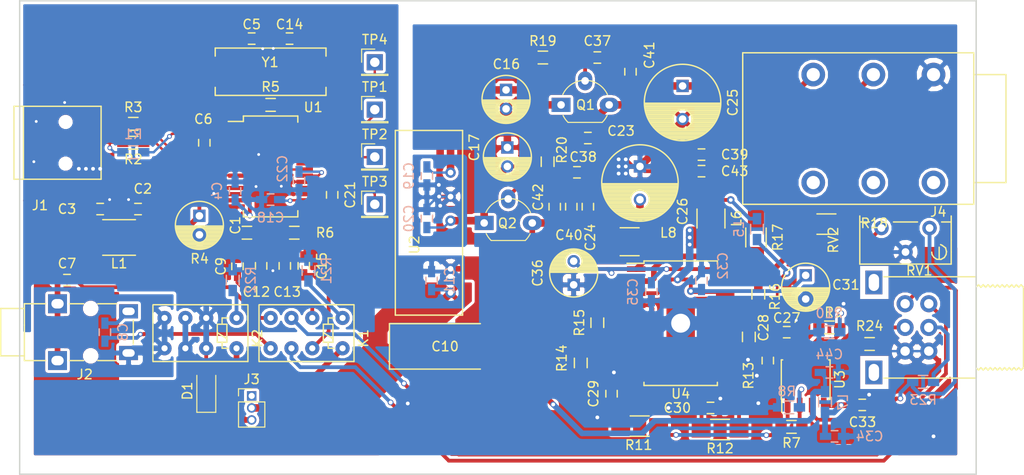
<source format=kicad_pcb>
(kicad_pcb (version 4) (host pcbnew 4.0.6)

  (general
    (links 190)
    (no_connects 7)
    (area 12.924999 13.424999 114.075001 63.575001)
    (thickness 1.6)
    (drawings 5)
    (tracks 819)
    (zones 0)
    (modules 94)
    (nets 70)
  )

  (page A4)
  (layers
    (0 F.Cu signal)
    (31 B.Cu signal)
    (32 B.Adhes user)
    (33 F.Adhes user)
    (34 B.Paste user)
    (35 F.Paste user)
    (36 B.SilkS user)
    (37 F.SilkS user)
    (38 B.Mask user)
    (39 F.Mask user)
    (40 Dwgs.User user)
    (41 Cmts.User user)
    (42 Eco1.User user)
    (43 Eco2.User user)
    (44 Edge.Cuts user)
    (45 Margin user)
    (46 B.CrtYd user)
    (47 F.CrtYd user)
    (48 B.Fab user hide)
    (49 F.Fab user hide)
  )

  (setup
    (last_trace_width 0.4)
    (user_trace_width 0.2)
    (user_trace_width 0.25)
    (user_trace_width 0.6)
    (user_trace_width 0.8)
    (user_trace_width 1.5)
    (trace_clearance 0.2)
    (zone_clearance 0.3)
    (zone_45_only yes)
    (trace_min 0.2)
    (segment_width 0.2)
    (edge_width 0.15)
    (via_size 0.6)
    (via_drill 0.4)
    (via_min_size 0.4)
    (via_min_drill 0.3)
    (user_via 0.5 0.3)
    (user_via 1.3 1)
    (uvia_size 0.3)
    (uvia_drill 0.1)
    (uvias_allowed no)
    (uvia_min_size 0.2)
    (uvia_min_drill 0.1)
    (pcb_text_width 0.3)
    (pcb_text_size 1.5 1.5)
    (mod_edge_width 0.15)
    (mod_text_size 1 1)
    (mod_text_width 0.15)
    (pad_size 1.524 1.524)
    (pad_drill 0.762)
    (pad_to_mask_clearance 0.2)
    (aux_axis_origin 0 0)
    (visible_elements FFFFFFFF)
    (pcbplotparams
      (layerselection 0x00030_80000001)
      (usegerberextensions false)
      (excludeedgelayer true)
      (linewidth 0.100000)
      (plotframeref false)
      (viasonmask false)
      (mode 1)
      (useauxorigin false)
      (hpglpennumber 1)
      (hpglpenspeed 20)
      (hpglpendiameter 15)
      (hpglpenoverlay 2)
      (psnegative false)
      (psa4output false)
      (plotreference true)
      (plotvalue true)
      (plotinvisibletext false)
      (padsonsilk false)
      (subtractmaskfromsilk false)
      (outputformat 1)
      (mirror false)
      (drillshape 1)
      (scaleselection 1)
      (outputdirectory ""))
  )

  (net 0 "")
  (net 1 Earth)
  (net 2 "Net-(C1-Pad1)")
  (net 3 +5V)
  (net 4 "Net-(C4-Pad2)")
  (net 5 "Net-(C5-Pad1)")
  (net 6 +3V3)
  (net 7 "Net-(C7-Pad2)")
  (net 8 "Net-(C7-Pad1)")
  (net 9 "Net-(C8-Pad2)")
  (net 10 "Net-(C8-Pad1)")
  (net 11 /LUSB)
  (net 12 "Net-(C9-Pad1)")
  (net 13 "Net-(C12-Pad1)")
  (net 14 "Net-(C13-Pad2)")
  (net 15 "Net-(C14-Pad1)")
  (net 16 /RUSB)
  (net 17 "Net-(C15-Pad1)")
  (net 18 GNDPWR)
  (net 19 "Net-(C16-Pad1)")
  (net 20 "Net-(C17-Pad2)")
  (net 21 "Net-(C18-Pad2)")
  (net 22 "Net-(C21-Pad1)")
  (net 23 "Net-(C22-Pad2)")
  (net 24 +12V)
  (net 25 -12V)
  (net 26 "Net-(C27-Pad1)")
  (net 27 "Net-(C29-Pad1)")
  (net 28 "Net-(C30-Pad1)")
  (net 29 "Net-(C31-Pad1)")
  (net 30 "Net-(C33-Pad2)")
  (net 31 "Net-(C35-Pad2)")
  (net 32 "Net-(D1-Pad1)")
  (net 33 "Net-(J1-Pad4)")
  (net 34 /D+)
  (net 35 /D-)
  (net 36 GNDA)
  (net 37 "Net-(J3-Pad1)")
  (net 38 "Net-(J4-Pad4)")
  (net 39 "Net-(J4-Pad6)")
  (net 40 "Net-(J4-Pad5)")
  (net 41 "Net-(J4-Pad2)")
  (net 42 "Net-(J4-Pad3)")
  (net 43 "Net-(K1-Pad6)")
  (net 44 "Net-(K1-Pad3)")
  (net 45 "Net-(R2-Pad2)")
  (net 46 "Net-(R3-Pad1)")
  (net 47 "Net-(R7-Pad2)")
  (net 48 "Net-(R11-Pad2)")
  (net 49 "Net-(R10-Pad2)")
  (net 50 "Net-(R12-Pad2)")
  (net 51 "Net-(R13-Pad2)")
  (net 52 "Net-(R14-Pad1)")
  (net 53 "Net-(R15-Pad2)")
  (net 54 "Net-(R16-Pad1)")
  (net 55 "Net-(TP1-Pad1)")
  (net 56 "Net-(TP2-Pad1)")
  (net 57 "Net-(TP3-Pad1)")
  (net 58 "Net-(U1-Pad5)")
  (net 59 "Net-(U1-Pad3)")
  (net 60 "Net-(U1-Pad2)")
  (net 61 "Net-(TP4-Pad1)")
  (net 62 "Net-(C37-Pad1)")
  (net 63 "Net-(C38-Pad1)")
  (net 64 "Net-(K1-Pad1)")
  (net 65 "Net-(K2-Pad1)")
  (net 66 "Net-(R23-Pad2)")
  (net 67 "Net-(R23-Pad1)")
  (net 68 "Net-(R24-Pad2)")
  (net 69 "Net-(R24-Pad1)")

  (net_class Default "This is the default net class."
    (clearance 0.2)
    (trace_width 0.4)
    (via_dia 0.6)
    (via_drill 0.4)
    (uvia_dia 0.3)
    (uvia_drill 0.1)
    (add_net +12V)
    (add_net +3V3)
    (add_net +5V)
    (add_net -12V)
    (add_net /D+)
    (add_net /D-)
    (add_net /LUSB)
    (add_net /RUSB)
    (add_net Earth)
    (add_net GNDA)
    (add_net GNDPWR)
    (add_net "Net-(C1-Pad1)")
    (add_net "Net-(C12-Pad1)")
    (add_net "Net-(C13-Pad2)")
    (add_net "Net-(C14-Pad1)")
    (add_net "Net-(C15-Pad1)")
    (add_net "Net-(C16-Pad1)")
    (add_net "Net-(C17-Pad2)")
    (add_net "Net-(C18-Pad2)")
    (add_net "Net-(C21-Pad1)")
    (add_net "Net-(C22-Pad2)")
    (add_net "Net-(C27-Pad1)")
    (add_net "Net-(C29-Pad1)")
    (add_net "Net-(C30-Pad1)")
    (add_net "Net-(C31-Pad1)")
    (add_net "Net-(C33-Pad2)")
    (add_net "Net-(C35-Pad2)")
    (add_net "Net-(C37-Pad1)")
    (add_net "Net-(C38-Pad1)")
    (add_net "Net-(C4-Pad2)")
    (add_net "Net-(C5-Pad1)")
    (add_net "Net-(C7-Pad1)")
    (add_net "Net-(C7-Pad2)")
    (add_net "Net-(C8-Pad1)")
    (add_net "Net-(C8-Pad2)")
    (add_net "Net-(C9-Pad1)")
    (add_net "Net-(D1-Pad1)")
    (add_net "Net-(J1-Pad4)")
    (add_net "Net-(J3-Pad1)")
    (add_net "Net-(J4-Pad2)")
    (add_net "Net-(J4-Pad3)")
    (add_net "Net-(J4-Pad4)")
    (add_net "Net-(J4-Pad5)")
    (add_net "Net-(J4-Pad6)")
    (add_net "Net-(K1-Pad1)")
    (add_net "Net-(K1-Pad3)")
    (add_net "Net-(K1-Pad6)")
    (add_net "Net-(K2-Pad1)")
    (add_net "Net-(R10-Pad2)")
    (add_net "Net-(R11-Pad2)")
    (add_net "Net-(R12-Pad2)")
    (add_net "Net-(R13-Pad2)")
    (add_net "Net-(R14-Pad1)")
    (add_net "Net-(R15-Pad2)")
    (add_net "Net-(R16-Pad1)")
    (add_net "Net-(R2-Pad2)")
    (add_net "Net-(R23-Pad1)")
    (add_net "Net-(R23-Pad2)")
    (add_net "Net-(R24-Pad1)")
    (add_net "Net-(R24-Pad2)")
    (add_net "Net-(R3-Pad1)")
    (add_net "Net-(R7-Pad2)")
    (add_net "Net-(TP1-Pad1)")
    (add_net "Net-(TP2-Pad1)")
    (add_net "Net-(TP3-Pad1)")
    (add_net "Net-(TP4-Pad1)")
    (add_net "Net-(U1-Pad2)")
    (add_net "Net-(U1-Pad3)")
    (add_net "Net-(U1-Pad5)")
  )

  (module Capacitors_THT:C_Radial_D8_L11.5_P3.5 (layer F.Cu) (tedit 0) (tstamp 5978A803)
    (at 83 22.5 270)
    (descr "Radial Electrolytic Capacitor Diameter 8mm x Length 11.5mm, Pitch 3.5mm")
    (tags "Electrolytic Capacitor")
    (path /593064DB)
    (fp_text reference C25 (at 1.75 -5.3 270) (layer F.SilkS)
      (effects (font (size 1 1) (thickness 0.15)))
    )
    (fp_text value 100u (at 1.75 5.3 270) (layer F.Fab)
      (effects (font (size 1 1) (thickness 0.15)))
    )
    (fp_circle (center 1.75 0) (end 1.75 -4.3) (layer F.CrtYd) (width 0.05))
    (fp_circle (center 1.75 0) (end 1.75 -4.0375) (layer F.SilkS) (width 0.15))
    (fp_circle (center 3.5 0) (end 3.5 -1) (layer F.SilkS) (width 0.15))
    (fp_line (start 5.745 -0.2) (end 5.745 0.2) (layer F.SilkS) (width 0.15))
    (fp_line (start 5.605 -1.067) (end 5.605 1.067) (layer F.SilkS) (width 0.15))
    (fp_line (start 5.465 -1.483) (end 5.465 1.483) (layer F.SilkS) (width 0.15))
    (fp_line (start 5.325 -1.794) (end 5.325 1.794) (layer F.SilkS) (width 0.15))
    (fp_line (start 5.185 -2.05) (end 5.185 2.05) (layer F.SilkS) (width 0.15))
    (fp_line (start 5.045 -2.268) (end 5.045 2.268) (layer F.SilkS) (width 0.15))
    (fp_line (start 4.905 -2.459) (end 4.905 2.459) (layer F.SilkS) (width 0.15))
    (fp_line (start 4.765 -2.629) (end 4.765 2.629) (layer F.SilkS) (width 0.15))
    (fp_line (start 4.625 -2.781) (end 4.625 2.781) (layer F.SilkS) (width 0.15))
    (fp_line (start 4.485 0.173) (end 4.485 2.919) (layer F.SilkS) (width 0.15))
    (fp_line (start 4.485 -2.919) (end 4.485 -0.173) (layer F.SilkS) (width 0.15))
    (fp_line (start 4.345 0.535) (end 4.345 3.044) (layer F.SilkS) (width 0.15))
    (fp_line (start 4.345 -3.044) (end 4.345 -0.535) (layer F.SilkS) (width 0.15))
    (fp_line (start 4.205 0.709) (end 4.205 3.158) (layer F.SilkS) (width 0.15))
    (fp_line (start 4.205 -3.158) (end 4.205 -0.709) (layer F.SilkS) (width 0.15))
    (fp_line (start 4.065 0.825) (end 4.065 3.262) (layer F.SilkS) (width 0.15))
    (fp_line (start 4.065 -3.262) (end 4.065 -0.825) (layer F.SilkS) (width 0.15))
    (fp_line (start 3.925 0.905) (end 3.925 3.357) (layer F.SilkS) (width 0.15))
    (fp_line (start 3.925 -3.357) (end 3.925 -0.905) (layer F.SilkS) (width 0.15))
    (fp_line (start 3.785 0.959) (end 3.785 3.444) (layer F.SilkS) (width 0.15))
    (fp_line (start 3.785 -3.444) (end 3.785 -0.959) (layer F.SilkS) (width 0.15))
    (fp_line (start 3.645 0.989) (end 3.645 3.523) (layer F.SilkS) (width 0.15))
    (fp_line (start 3.645 -3.523) (end 3.645 -0.989) (layer F.SilkS) (width 0.15))
    (fp_line (start 3.505 1) (end 3.505 3.594) (layer F.SilkS) (width 0.15))
    (fp_line (start 3.505 -3.594) (end 3.505 -1) (layer F.SilkS) (width 0.15))
    (fp_line (start 3.365 0.991) (end 3.365 3.659) (layer F.SilkS) (width 0.15))
    (fp_line (start 3.365 -3.659) (end 3.365 -0.991) (layer F.SilkS) (width 0.15))
    (fp_line (start 3.225 0.961) (end 3.225 3.718) (layer F.SilkS) (width 0.15))
    (fp_line (start 3.225 -3.718) (end 3.225 -0.961) (layer F.SilkS) (width 0.15))
    (fp_line (start 3.085 0.91) (end 3.085 3.771) (layer F.SilkS) (width 0.15))
    (fp_line (start 3.085 -3.771) (end 3.085 -0.91) (layer F.SilkS) (width 0.15))
    (fp_line (start 2.945 0.832) (end 2.945 3.817) (layer F.SilkS) (width 0.15))
    (fp_line (start 2.945 -3.817) (end 2.945 -0.832) (layer F.SilkS) (width 0.15))
    (fp_line (start 2.805 0.719) (end 2.805 3.858) (layer F.SilkS) (width 0.15))
    (fp_line (start 2.805 -3.858) (end 2.805 -0.719) (layer F.SilkS) (width 0.15))
    (fp_line (start 2.665 0.55) (end 2.665 3.894) (layer F.SilkS) (width 0.15))
    (fp_line (start 2.665 -3.894) (end 2.665 -0.55) (layer F.SilkS) (width 0.15))
    (fp_line (start 2.525 0.222) (end 2.525 3.924) (layer F.SilkS) (width 0.15))
    (fp_line (start 2.525 -3.924) (end 2.525 -0.222) (layer F.SilkS) (width 0.15))
    (fp_line (start 2.385 -3.949) (end 2.385 3.949) (layer F.SilkS) (width 0.15))
    (fp_line (start 2.245 -3.969) (end 2.245 3.969) (layer F.SilkS) (width 0.15))
    (fp_line (start 2.105 -3.984) (end 2.105 3.984) (layer F.SilkS) (width 0.15))
    (fp_line (start 1.965 -3.994) (end 1.965 3.994) (layer F.SilkS) (width 0.15))
    (fp_line (start 1.825 -3.999) (end 1.825 3.999) (layer F.SilkS) (width 0.15))
    (pad 1 thru_hole rect (at 0 0 270) (size 1.3 1.3) (drill 0.8) (layers *.Cu *.Mask)
      (net 24 +12V))
    (pad 2 thru_hole circle (at 3.5 0 270) (size 1.3 1.3) (drill 0.8) (layers *.Cu *.Mask)
      (net 18 GNDPWR))
    (model Capacitors_ThroughHole.3dshapes/C_Radial_D8_L11.5_P3.5.wrl
      (at (xyz 0 0 0))
      (scale (xyz 1 1 1))
      (rotate (xyz 0 0 0))
    )
  )

  (module Connectors:USB_Mini-B (layer F.Cu) (tedit 5543E571) (tstamp 5978A85A)
    (at 17 28.5)
    (descr "USB Mini-B 5-pin SMD connector")
    (tags "USB USB_B USB_Mini connector")
    (path /5976A1B4)
    (attr smd)
    (fp_text reference J1 (at -1.85 6.61) (layer F.SilkS)
      (effects (font (size 1 1) (thickness 0.15)))
    )
    (fp_text value USB_OTG (at 0 -7.0993) (layer F.Fab)
      (effects (font (size 1 1) (thickness 0.15)))
    )
    (fp_line (start 4.59994 -3.85064) (end -4.59994 -3.85064) (layer F.SilkS) (width 0.15))
    (fp_line (start 4.59994 3.85064) (end 4.59994 -3.85064) (layer F.SilkS) (width 0.15))
    (fp_line (start -4.59994 3.85064) (end 4.59994 3.85064) (layer F.SilkS) (width 0.15))
    (fp_line (start -4.59994 -3.85064) (end -4.59994 3.85064) (layer F.SilkS) (width 0.15))
    (fp_line (start -3.59918 -3.85064) (end -3.59918 3.85064) (layer F.SilkS) (width 0.15))
    (fp_line (start -4.85 5.7) (end -4.85 -5.7) (layer F.CrtYd) (width 0.05))
    (fp_line (start 4.85 5.7) (end -4.85 5.7) (layer F.CrtYd) (width 0.05))
    (fp_line (start 4.85 -5.7) (end 4.85 5.7) (layer F.CrtYd) (width 0.05))
    (fp_line (start -4.85 -5.7) (end 4.85 -5.7) (layer F.CrtYd) (width 0.05))
    (pad "" np_thru_hole circle (at 0.8509 2.19964) (size 0.89916 0.89916) (drill 0.89916) (layers *.Cu *.Mask))
    (pad "" np_thru_hole circle (at 0.8509 -2.19964) (size 0.89916 0.89916) (drill 0.89916) (layers *.Cu *.Mask))
    (pad 6 smd rect (at -2.14884 4.45008) (size 2.49936 1.99898) (layers F.Cu F.Paste F.Mask)
      (net 1 Earth))
    (pad 6 smd rect (at 3.35026 4.45008) (size 2.49936 1.99898) (layers F.Cu F.Paste F.Mask)
      (net 1 Earth))
    (pad 6 smd rect (at -2.14884 -4.45008) (size 2.49936 1.99898) (layers F.Cu F.Paste F.Mask)
      (net 1 Earth))
    (pad 6 smd rect (at 3.35026 -4.45008) (size 2.49936 1.99898) (layers F.Cu F.Paste F.Mask)
      (net 1 Earth))
    (pad 5 smd rect (at 3.44932 1.6002) (size 2.30124 0.50038) (layers F.Cu F.Paste F.Mask)
      (net 1 Earth))
    (pad 4 smd rect (at 3.44932 0.8001) (size 2.30124 0.50038) (layers F.Cu F.Paste F.Mask)
      (net 33 "Net-(J1-Pad4)"))
    (pad 3 smd rect (at 3.44932 0) (size 2.30124 0.50038) (layers F.Cu F.Paste F.Mask)
      (net 34 /D+))
    (pad 2 smd rect (at 3.44932 -0.8001) (size 2.30124 0.50038) (layers F.Cu F.Paste F.Mask)
      (net 35 /D-))
    (pad 1 smd rect (at 3.44932 -1.6002) (size 2.30124 0.50038) (layers F.Cu F.Paste F.Mask)
      (net 3 +5V))
  )

  (module Capacitors_THT:C_Radial_D5_L11_P2 (layer F.Cu) (tedit 0) (tstamp 5978A773)
    (at 31.98 36.22 270)
    (descr "Radial Electrolytic Capacitor 5mm x Length 11mm, Pitch 2mm")
    (tags "Electrolytic Capacitor")
    (path /5934B839)
    (fp_text reference C1 (at 1 -3.8 270) (layer F.SilkS)
      (effects (font (size 1 1) (thickness 0.15)))
    )
    (fp_text value 10u (at 1 3.8 270) (layer F.Fab)
      (effects (font (size 1 1) (thickness 0.15)))
    )
    (fp_circle (center 1 0) (end 1 -2.8) (layer F.CrtYd) (width 0.05))
    (fp_circle (center 1 0) (end 1 -2.5375) (layer F.SilkS) (width 0.15))
    (fp_circle (center 2 0) (end 2 -0.8) (layer F.SilkS) (width 0.15))
    (fp_line (start 3.455 -0.472) (end 3.455 0.472) (layer F.SilkS) (width 0.15))
    (fp_line (start 3.315 -0.944) (end 3.315 0.944) (layer F.SilkS) (width 0.15))
    (fp_line (start 3.175 -1.233) (end 3.175 1.233) (layer F.SilkS) (width 0.15))
    (fp_line (start 3.035 -1.452) (end 3.035 1.452) (layer F.SilkS) (width 0.15))
    (fp_line (start 2.895 -1.631) (end 2.895 1.631) (layer F.SilkS) (width 0.15))
    (fp_line (start 2.755 0.265) (end 2.755 1.78) (layer F.SilkS) (width 0.15))
    (fp_line (start 2.755 -1.78) (end 2.755 -0.265) (layer F.SilkS) (width 0.15))
    (fp_line (start 2.615 0.512) (end 2.615 1.908) (layer F.SilkS) (width 0.15))
    (fp_line (start 2.615 -1.908) (end 2.615 -0.512) (layer F.SilkS) (width 0.15))
    (fp_line (start 2.475 0.644) (end 2.475 2.019) (layer F.SilkS) (width 0.15))
    (fp_line (start 2.475 -2.019) (end 2.475 -0.644) (layer F.SilkS) (width 0.15))
    (fp_line (start 2.335 0.726) (end 2.335 2.114) (layer F.SilkS) (width 0.15))
    (fp_line (start 2.335 -2.114) (end 2.335 -0.726) (layer F.SilkS) (width 0.15))
    (fp_line (start 2.195 0.776) (end 2.195 2.196) (layer F.SilkS) (width 0.15))
    (fp_line (start 2.195 -2.196) (end 2.195 -0.776) (layer F.SilkS) (width 0.15))
    (fp_line (start 2.055 0.798) (end 2.055 2.266) (layer F.SilkS) (width 0.15))
    (fp_line (start 2.055 -2.266) (end 2.055 -0.798) (layer F.SilkS) (width 0.15))
    (fp_line (start 1.915 0.795) (end 1.915 2.327) (layer F.SilkS) (width 0.15))
    (fp_line (start 1.915 -2.327) (end 1.915 -0.795) (layer F.SilkS) (width 0.15))
    (fp_line (start 1.775 0.768) (end 1.775 2.377) (layer F.SilkS) (width 0.15))
    (fp_line (start 1.775 -2.377) (end 1.775 -0.768) (layer F.SilkS) (width 0.15))
    (fp_line (start 1.635 0.712) (end 1.635 2.418) (layer F.SilkS) (width 0.15))
    (fp_line (start 1.635 -2.418) (end 1.635 -0.712) (layer F.SilkS) (width 0.15))
    (fp_line (start 1.495 0.62) (end 1.495 2.451) (layer F.SilkS) (width 0.15))
    (fp_line (start 1.495 -2.451) (end 1.495 -0.62) (layer F.SilkS) (width 0.15))
    (fp_line (start 1.355 0.473) (end 1.355 2.475) (layer F.SilkS) (width 0.15))
    (fp_line (start 1.355 -2.475) (end 1.355 -0.473) (layer F.SilkS) (width 0.15))
    (fp_line (start 1.215 0.154) (end 1.215 2.491) (layer F.SilkS) (width 0.15))
    (fp_line (start 1.215 -2.491) (end 1.215 -0.154) (layer F.SilkS) (width 0.15))
    (fp_line (start 1.075 -2.499) (end 1.075 2.499) (layer F.SilkS) (width 0.15))
    (pad 2 thru_hole circle (at 2 0 270) (size 1.3 1.3) (drill 0.8) (layers *.Cu *.Mask)
      (net 1 Earth))
    (pad 1 thru_hole rect (at 0 0 270) (size 1.3 1.3) (drill 0.8) (layers *.Cu *.Mask)
      (net 2 "Net-(C1-Pad1)"))
    (model Capacitors_ThroughHole.3dshapes/C_Radial_D5_L11_P2.wrl
      (at (xyz 0 0 0))
      (scale (xyz 1 1 1))
      (rotate (xyz 0 0 0))
    )
  )

  (module Capacitors_SMD:C_0603_HandSoldering (layer F.Cu) (tedit 541A9B4D) (tstamp 5978A779)
    (at 25.5 35.5)
    (descr "Capacitor SMD 0603, hand soldering")
    (tags "capacitor 0603")
    (path /5934BF3E)
    (attr smd)
    (fp_text reference C2 (at 0.51 -2.14) (layer F.SilkS)
      (effects (font (size 1 1) (thickness 0.15)))
    )
    (fp_text value 100n (at 0 1.9) (layer F.Fab)
      (effects (font (size 1 1) (thickness 0.15)))
    )
    (fp_line (start 0.35 0.6) (end -0.35 0.6) (layer F.SilkS) (width 0.15))
    (fp_line (start -0.35 -0.6) (end 0.35 -0.6) (layer F.SilkS) (width 0.15))
    (fp_line (start 1.85 -0.75) (end 1.85 0.75) (layer F.CrtYd) (width 0.05))
    (fp_line (start -1.85 -0.75) (end -1.85 0.75) (layer F.CrtYd) (width 0.05))
    (fp_line (start -1.85 0.75) (end 1.85 0.75) (layer F.CrtYd) (width 0.05))
    (fp_line (start -1.85 -0.75) (end 1.85 -0.75) (layer F.CrtYd) (width 0.05))
    (fp_line (start -0.8 -0.4) (end 0.8 -0.4) (layer F.Fab) (width 0.15))
    (fp_line (start 0.8 -0.4) (end 0.8 0.4) (layer F.Fab) (width 0.15))
    (fp_line (start 0.8 0.4) (end -0.8 0.4) (layer F.Fab) (width 0.15))
    (fp_line (start -0.8 0.4) (end -0.8 -0.4) (layer F.Fab) (width 0.15))
    (pad 2 smd rect (at 0.95 0) (size 1.2 0.75) (layers F.Cu F.Paste F.Mask)
      (net 2 "Net-(C1-Pad1)"))
    (pad 1 smd rect (at -0.95 0) (size 1.2 0.75) (layers F.Cu F.Paste F.Mask)
      (net 1 Earth))
    (model Capacitors_SMD.3dshapes/C_0603_HandSoldering.wrl
      (at (xyz 0 0 0))
      (scale (xyz 1 1 1))
      (rotate (xyz 0 0 0))
    )
  )

  (module Capacitors_SMD:C_0603_HandSoldering (layer F.Cu) (tedit 541A9B4D) (tstamp 5978A77F)
    (at 21.5 35.5)
    (descr "Capacitor SMD 0603, hand soldering")
    (tags "capacitor 0603")
    (path /59305590)
    (attr smd)
    (fp_text reference C3 (at -3.5 0) (layer F.SilkS)
      (effects (font (size 1 1) (thickness 0.15)))
    )
    (fp_text value 200n (at 0 1.9) (layer F.Fab)
      (effects (font (size 1 1) (thickness 0.15)))
    )
    (fp_line (start 0.35 0.6) (end -0.35 0.6) (layer F.SilkS) (width 0.15))
    (fp_line (start -0.35 -0.6) (end 0.35 -0.6) (layer F.SilkS) (width 0.15))
    (fp_line (start 1.85 -0.75) (end 1.85 0.75) (layer F.CrtYd) (width 0.05))
    (fp_line (start -1.85 -0.75) (end -1.85 0.75) (layer F.CrtYd) (width 0.05))
    (fp_line (start -1.85 0.75) (end 1.85 0.75) (layer F.CrtYd) (width 0.05))
    (fp_line (start -1.85 -0.75) (end 1.85 -0.75) (layer F.CrtYd) (width 0.05))
    (fp_line (start -0.8 -0.4) (end 0.8 -0.4) (layer F.Fab) (width 0.15))
    (fp_line (start 0.8 -0.4) (end 0.8 0.4) (layer F.Fab) (width 0.15))
    (fp_line (start 0.8 0.4) (end -0.8 0.4) (layer F.Fab) (width 0.15))
    (fp_line (start -0.8 0.4) (end -0.8 -0.4) (layer F.Fab) (width 0.15))
    (pad 2 smd rect (at 0.95 0) (size 1.2 0.75) (layers F.Cu F.Paste F.Mask)
      (net 1 Earth))
    (pad 1 smd rect (at -0.95 0) (size 1.2 0.75) (layers F.Cu F.Paste F.Mask)
      (net 3 +5V))
    (model Capacitors_SMD.3dshapes/C_0603_HandSoldering.wrl
      (at (xyz 0 0 0))
      (scale (xyz 1 1 1))
      (rotate (xyz 0 0 0))
    )
  )

  (module Capacitors_SMD:C_0603_HandSoldering (layer B.Cu) (tedit 541A9B4D) (tstamp 5978A785)
    (at 35.75 33.59 270)
    (descr "Capacitor SMD 0603, hand soldering")
    (tags "capacitor 0603")
    (path /5934A4BD)
    (attr smd)
    (fp_text reference C4 (at 0 1.9 270) (layer B.SilkS)
      (effects (font (size 1 1) (thickness 0.15)) (justify mirror))
    )
    (fp_text value 1u (at 0 -1.9 270) (layer B.Fab)
      (effects (font (size 1 1) (thickness 0.15)) (justify mirror))
    )
    (fp_line (start 0.35 -0.6) (end -0.35 -0.6) (layer B.SilkS) (width 0.15))
    (fp_line (start -0.35 0.6) (end 0.35 0.6) (layer B.SilkS) (width 0.15))
    (fp_line (start 1.85 0.75) (end 1.85 -0.75) (layer B.CrtYd) (width 0.05))
    (fp_line (start -1.85 0.75) (end -1.85 -0.75) (layer B.CrtYd) (width 0.05))
    (fp_line (start -1.85 -0.75) (end 1.85 -0.75) (layer B.CrtYd) (width 0.05))
    (fp_line (start -1.85 0.75) (end 1.85 0.75) (layer B.CrtYd) (width 0.05))
    (fp_line (start -0.8 0.4) (end 0.8 0.4) (layer B.Fab) (width 0.15))
    (fp_line (start 0.8 0.4) (end 0.8 -0.4) (layer B.Fab) (width 0.15))
    (fp_line (start 0.8 -0.4) (end -0.8 -0.4) (layer B.Fab) (width 0.15))
    (fp_line (start -0.8 -0.4) (end -0.8 0.4) (layer B.Fab) (width 0.15))
    (pad 2 smd rect (at 0.95 0 270) (size 1.2 0.75) (layers B.Cu B.Paste B.Mask)
      (net 4 "Net-(C4-Pad2)"))
    (pad 1 smd rect (at -0.95 0 270) (size 1.2 0.75) (layers B.Cu B.Paste B.Mask)
      (net 1 Earth))
    (model Capacitors_SMD.3dshapes/C_0603_HandSoldering.wrl
      (at (xyz 0 0 0))
      (scale (xyz 1 1 1))
      (rotate (xyz 0 0 0))
    )
  )

  (module Capacitors_SMD:C_0603_HandSoldering (layer F.Cu) (tedit 541A9B4D) (tstamp 5978A78B)
    (at 37.5 17.5)
    (descr "Capacitor SMD 0603, hand soldering")
    (tags "capacitor 0603")
    (path /59348C90)
    (attr smd)
    (fp_text reference C5 (at 0 -1.5) (layer F.SilkS)
      (effects (font (size 1 1) (thickness 0.15)))
    )
    (fp_text value 27p (at 0 1.9) (layer F.Fab)
      (effects (font (size 1 1) (thickness 0.15)))
    )
    (fp_line (start 0.35 0.6) (end -0.35 0.6) (layer F.SilkS) (width 0.15))
    (fp_line (start -0.35 -0.6) (end 0.35 -0.6) (layer F.SilkS) (width 0.15))
    (fp_line (start 1.85 -0.75) (end 1.85 0.75) (layer F.CrtYd) (width 0.05))
    (fp_line (start -1.85 -0.75) (end -1.85 0.75) (layer F.CrtYd) (width 0.05))
    (fp_line (start -1.85 0.75) (end 1.85 0.75) (layer F.CrtYd) (width 0.05))
    (fp_line (start -1.85 -0.75) (end 1.85 -0.75) (layer F.CrtYd) (width 0.05))
    (fp_line (start -0.8 -0.4) (end 0.8 -0.4) (layer F.Fab) (width 0.15))
    (fp_line (start 0.8 -0.4) (end 0.8 0.4) (layer F.Fab) (width 0.15))
    (fp_line (start 0.8 0.4) (end -0.8 0.4) (layer F.Fab) (width 0.15))
    (fp_line (start -0.8 0.4) (end -0.8 -0.4) (layer F.Fab) (width 0.15))
    (pad 2 smd rect (at 0.95 0) (size 1.2 0.75) (layers F.Cu F.Paste F.Mask)
      (net 1 Earth))
    (pad 1 smd rect (at -0.95 0) (size 1.2 0.75) (layers F.Cu F.Paste F.Mask)
      (net 5 "Net-(C5-Pad1)"))
    (model Capacitors_SMD.3dshapes/C_0603_HandSoldering.wrl
      (at (xyz 0 0 0))
      (scale (xyz 1 1 1))
      (rotate (xyz 0 0 0))
    )
  )

  (module Capacitors_SMD:C_0603_HandSoldering (layer F.Cu) (tedit 541A9B4D) (tstamp 5978A791)
    (at 32.5 28.5 90)
    (descr "Capacitor SMD 0603, hand soldering")
    (tags "capacitor 0603")
    (path /5934D473)
    (attr smd)
    (fp_text reference C6 (at 2.5 -0.1 180) (layer F.SilkS)
      (effects (font (size 1 1) (thickness 0.15)))
    )
    (fp_text value 200n (at 0 1.9 90) (layer F.Fab)
      (effects (font (size 1 1) (thickness 0.15)))
    )
    (fp_line (start 0.35 0.6) (end -0.35 0.6) (layer F.SilkS) (width 0.15))
    (fp_line (start -0.35 -0.6) (end 0.35 -0.6) (layer F.SilkS) (width 0.15))
    (fp_line (start 1.85 -0.75) (end 1.85 0.75) (layer F.CrtYd) (width 0.05))
    (fp_line (start -1.85 -0.75) (end -1.85 0.75) (layer F.CrtYd) (width 0.05))
    (fp_line (start -1.85 0.75) (end 1.85 0.75) (layer F.CrtYd) (width 0.05))
    (fp_line (start -1.85 -0.75) (end 1.85 -0.75) (layer F.CrtYd) (width 0.05))
    (fp_line (start -0.8 -0.4) (end 0.8 -0.4) (layer F.Fab) (width 0.15))
    (fp_line (start 0.8 -0.4) (end 0.8 0.4) (layer F.Fab) (width 0.15))
    (fp_line (start 0.8 0.4) (end -0.8 0.4) (layer F.Fab) (width 0.15))
    (fp_line (start -0.8 0.4) (end -0.8 -0.4) (layer F.Fab) (width 0.15))
    (pad 2 smd rect (at 0.95 0 90) (size 1.2 0.75) (layers F.Cu F.Paste F.Mask)
      (net 6 +3V3))
    (pad 1 smd rect (at -0.95 0 90) (size 1.2 0.75) (layers F.Cu F.Paste F.Mask)
      (net 1 Earth))
    (model Capacitors_SMD.3dshapes/C_0603_HandSoldering.wrl
      (at (xyz 0 0 0))
      (scale (xyz 1 1 1))
      (rotate (xyz 0 0 0))
    )
  )

  (module Capacitors_SMD:C_0603_HandSoldering (layer F.Cu) (tedit 541A9B4D) (tstamp 5978A797)
    (at 18 43 180)
    (descr "Capacitor SMD 0603, hand soldering")
    (tags "capacitor 0603")
    (path /5935AC3B)
    (attr smd)
    (fp_text reference C7 (at 0 1.75 180) (layer F.SilkS)
      (effects (font (size 1 1) (thickness 0.15)))
    )
    (fp_text value 1u (at 0 1.9 180) (layer F.Fab)
      (effects (font (size 1 1) (thickness 0.15)))
    )
    (fp_line (start 0.35 0.6) (end -0.35 0.6) (layer F.SilkS) (width 0.15))
    (fp_line (start -0.35 -0.6) (end 0.35 -0.6) (layer F.SilkS) (width 0.15))
    (fp_line (start 1.85 -0.75) (end 1.85 0.75) (layer F.CrtYd) (width 0.05))
    (fp_line (start -1.85 -0.75) (end -1.85 0.75) (layer F.CrtYd) (width 0.05))
    (fp_line (start -1.85 0.75) (end 1.85 0.75) (layer F.CrtYd) (width 0.05))
    (fp_line (start -1.85 -0.75) (end 1.85 -0.75) (layer F.CrtYd) (width 0.05))
    (fp_line (start -0.8 -0.4) (end 0.8 -0.4) (layer F.Fab) (width 0.15))
    (fp_line (start 0.8 -0.4) (end 0.8 0.4) (layer F.Fab) (width 0.15))
    (fp_line (start 0.8 0.4) (end -0.8 0.4) (layer F.Fab) (width 0.15))
    (fp_line (start -0.8 0.4) (end -0.8 -0.4) (layer F.Fab) (width 0.15))
    (pad 2 smd rect (at 0.95 0 180) (size 1.2 0.75) (layers F.Cu F.Paste F.Mask)
      (net 7 "Net-(C7-Pad2)"))
    (pad 1 smd rect (at -0.95 0 180) (size 1.2 0.75) (layers F.Cu F.Paste F.Mask)
      (net 8 "Net-(C7-Pad1)"))
    (model Capacitors_SMD.3dshapes/C_0603_HandSoldering.wrl
      (at (xyz 0 0 0))
      (scale (xyz 1 1 1))
      (rotate (xyz 0 0 0))
    )
  )

  (module Capacitors_SMD:C_0603_HandSoldering (layer B.Cu) (tedit 541A9B4D) (tstamp 5978A79D)
    (at 22 48.5 90)
    (descr "Capacitor SMD 0603, hand soldering")
    (tags "capacitor 0603")
    (path /5935A9B7)
    (attr smd)
    (fp_text reference C8 (at 0 1.9 90) (layer B.SilkS)
      (effects (font (size 1 1) (thickness 0.15)) (justify mirror))
    )
    (fp_text value 1u (at 0 -1.9 90) (layer B.Fab)
      (effects (font (size 1 1) (thickness 0.15)) (justify mirror))
    )
    (fp_line (start 0.35 -0.6) (end -0.35 -0.6) (layer B.SilkS) (width 0.15))
    (fp_line (start -0.35 0.6) (end 0.35 0.6) (layer B.SilkS) (width 0.15))
    (fp_line (start 1.85 0.75) (end 1.85 -0.75) (layer B.CrtYd) (width 0.05))
    (fp_line (start -1.85 0.75) (end -1.85 -0.75) (layer B.CrtYd) (width 0.05))
    (fp_line (start -1.85 -0.75) (end 1.85 -0.75) (layer B.CrtYd) (width 0.05))
    (fp_line (start -1.85 0.75) (end 1.85 0.75) (layer B.CrtYd) (width 0.05))
    (fp_line (start -0.8 0.4) (end 0.8 0.4) (layer B.Fab) (width 0.15))
    (fp_line (start 0.8 0.4) (end 0.8 -0.4) (layer B.Fab) (width 0.15))
    (fp_line (start 0.8 -0.4) (end -0.8 -0.4) (layer B.Fab) (width 0.15))
    (fp_line (start -0.8 -0.4) (end -0.8 0.4) (layer B.Fab) (width 0.15))
    (pad 2 smd rect (at 0.95 0 90) (size 1.2 0.75) (layers B.Cu B.Paste B.Mask)
      (net 9 "Net-(C8-Pad2)"))
    (pad 1 smd rect (at -0.95 0 90) (size 1.2 0.75) (layers B.Cu B.Paste B.Mask)
      (net 10 "Net-(C8-Pad1)"))
    (model Capacitors_SMD.3dshapes/C_0603_HandSoldering.wrl
      (at (xyz 0 0 0))
      (scale (xyz 1 1 1))
      (rotate (xyz 0 0 0))
    )
  )

  (module Capacitors_SMD:C_0603_HandSoldering (layer F.Cu) (tedit 541A9B4D) (tstamp 5978A7A3)
    (at 36 41.55 270)
    (descr "Capacitor SMD 0603, hand soldering")
    (tags "capacitor 0603")
    (path /593501B5)
    (attr smd)
    (fp_text reference C9 (at 0 1.75 270) (layer F.SilkS)
      (effects (font (size 1 1) (thickness 0.15)))
    )
    (fp_text value 1u (at 0 1.9 270) (layer F.Fab)
      (effects (font (size 1 1) (thickness 0.15)))
    )
    (fp_line (start 0.35 0.6) (end -0.35 0.6) (layer F.SilkS) (width 0.15))
    (fp_line (start -0.35 -0.6) (end 0.35 -0.6) (layer F.SilkS) (width 0.15))
    (fp_line (start 1.85 -0.75) (end 1.85 0.75) (layer F.CrtYd) (width 0.05))
    (fp_line (start -1.85 -0.75) (end -1.85 0.75) (layer F.CrtYd) (width 0.05))
    (fp_line (start -1.85 0.75) (end 1.85 0.75) (layer F.CrtYd) (width 0.05))
    (fp_line (start -1.85 -0.75) (end 1.85 -0.75) (layer F.CrtYd) (width 0.05))
    (fp_line (start -0.8 -0.4) (end 0.8 -0.4) (layer F.Fab) (width 0.15))
    (fp_line (start 0.8 -0.4) (end 0.8 0.4) (layer F.Fab) (width 0.15))
    (fp_line (start 0.8 0.4) (end -0.8 0.4) (layer F.Fab) (width 0.15))
    (fp_line (start -0.8 0.4) (end -0.8 -0.4) (layer F.Fab) (width 0.15))
    (pad 2 smd rect (at 0.95 0 270) (size 1.2 0.75) (layers F.Cu F.Paste F.Mask)
      (net 11 /LUSB))
    (pad 1 smd rect (at -0.95 0 270) (size 1.2 0.75) (layers F.Cu F.Paste F.Mask)
      (net 12 "Net-(C9-Pad1)"))
    (model Capacitors_SMD.3dshapes/C_0603_HandSoldering.wrl
      (at (xyz 0 0 0))
      (scale (xyz 1 1 1))
      (rotate (xyz 0 0 0))
    )
  )

  (module Capacitors_Tantalum_SMD:Tantalum_Case-D_EIA-7343-31_Hand (layer F.Cu) (tedit 57B6E980) (tstamp 5978A7A9)
    (at 58 50)
    (descr "Tantalum capacitor, Case D, EIA 7343-31, 7.3x4.3x2.8mm, Hand soldering footprint")
    (tags "capacitor tantalum smd")
    (path /593055F7)
    (attr smd)
    (fp_text reference C10 (at -0.08 0.01) (layer F.SilkS)
      (effects (font (size 1 1) (thickness 0.15)))
    )
    (fp_text value 100u (at 0 3.9) (layer F.Fab)
      (effects (font (size 1 1) (thickness 0.15)))
    )
    (fp_line (start -5.95 -2.4) (end -5.95 2.4) (layer F.SilkS) (width 0.15))
    (fp_line (start -5.95 2.4) (end 3.65 2.4) (layer F.SilkS) (width 0.15))
    (fp_line (start -5.95 -2.4) (end 3.65 -2.4) (layer F.SilkS) (width 0.15))
    (fp_line (start -2.555 -2.15) (end -2.555 2.15) (layer F.Fab) (width 0.15))
    (fp_line (start -2.92 -2.15) (end -2.92 2.15) (layer F.Fab) (width 0.15))
    (fp_line (start 3.65 -2.15) (end -3.65 -2.15) (layer F.Fab) (width 0.15))
    (fp_line (start 3.65 2.15) (end 3.65 -2.15) (layer F.Fab) (width 0.15))
    (fp_line (start -3.65 2.15) (end 3.65 2.15) (layer F.Fab) (width 0.15))
    (fp_line (start -3.65 -2.15) (end -3.65 2.15) (layer F.Fab) (width 0.15))
    (fp_line (start 6.05 -2.5) (end -6.05 -2.5) (layer F.CrtYd) (width 0.05))
    (fp_line (start 6.05 2.5) (end 6.05 -2.5) (layer F.CrtYd) (width 0.05))
    (fp_line (start -6.05 2.5) (end 6.05 2.5) (layer F.CrtYd) (width 0.05))
    (fp_line (start -6.05 -2.5) (end -6.05 2.5) (layer F.CrtYd) (width 0.05))
    (pad 2 smd rect (at 3.775 0) (size 3.75 2.7) (layers F.Cu F.Paste F.Mask)
      (net 1 Earth))
    (pad 1 smd rect (at -3.775 0) (size 3.75 2.7) (layers F.Cu F.Paste F.Mask)
      (net 3 +5V))
    (model Capacitors_Tantalum_SMD.3dshapes/Tantalum_Case-D_EIA-7343-31.wrl
      (at (xyz 0 0 0))
      (scale (xyz 1 1 1))
      (rotate (xyz 0 0 0))
    )
  )

  (module Capacitors_SMD:C_0603_HandSoldering (layer B.Cu) (tedit 541A9B4D) (tstamp 5978A7AF)
    (at 56.5 43.05 90)
    (descr "Capacitor SMD 0603, hand soldering")
    (tags "capacitor 0603")
    (path /5930565F)
    (attr smd)
    (fp_text reference C11 (at 0 1.9 90) (layer B.SilkS)
      (effects (font (size 1 1) (thickness 0.15)) (justify mirror))
    )
    (fp_text value 100n (at 0 -1.9 90) (layer B.Fab)
      (effects (font (size 1 1) (thickness 0.15)) (justify mirror))
    )
    (fp_line (start 0.35 -0.6) (end -0.35 -0.6) (layer B.SilkS) (width 0.15))
    (fp_line (start -0.35 0.6) (end 0.35 0.6) (layer B.SilkS) (width 0.15))
    (fp_line (start 1.85 0.75) (end 1.85 -0.75) (layer B.CrtYd) (width 0.05))
    (fp_line (start -1.85 0.75) (end -1.85 -0.75) (layer B.CrtYd) (width 0.05))
    (fp_line (start -1.85 -0.75) (end 1.85 -0.75) (layer B.CrtYd) (width 0.05))
    (fp_line (start -1.85 0.75) (end 1.85 0.75) (layer B.CrtYd) (width 0.05))
    (fp_line (start -0.8 0.4) (end 0.8 0.4) (layer B.Fab) (width 0.15))
    (fp_line (start 0.8 0.4) (end 0.8 -0.4) (layer B.Fab) (width 0.15))
    (fp_line (start 0.8 -0.4) (end -0.8 -0.4) (layer B.Fab) (width 0.15))
    (fp_line (start -0.8 -0.4) (end -0.8 0.4) (layer B.Fab) (width 0.15))
    (pad 2 smd rect (at 0.95 0 90) (size 1.2 0.75) (layers B.Cu B.Paste B.Mask)
      (net 1 Earth))
    (pad 1 smd rect (at -0.95 0 90) (size 1.2 0.75) (layers B.Cu B.Paste B.Mask)
      (net 3 +5V))
    (model Capacitors_SMD.3dshapes/C_0603_HandSoldering.wrl
      (at (xyz 0 0 0))
      (scale (xyz 1 1 1))
      (rotate (xyz 0 0 0))
    )
  )

  (module Capacitors_SMD:C_0603_HandSoldering (layer F.Cu) (tedit 541A9B4D) (tstamp 5978A7B5)
    (at 38.5 41.5 270)
    (descr "Capacitor SMD 0603, hand soldering")
    (tags "capacitor 0603")
    (path /5934FA03)
    (attr smd)
    (fp_text reference C12 (at 2.75 0.5 540) (layer F.SilkS)
      (effects (font (size 1 1) (thickness 0.15)))
    )
    (fp_text value 22n (at 0 1.9 270) (layer F.Fab)
      (effects (font (size 1 1) (thickness 0.15)))
    )
    (fp_line (start 0.35 0.6) (end -0.35 0.6) (layer F.SilkS) (width 0.15))
    (fp_line (start -0.35 -0.6) (end 0.35 -0.6) (layer F.SilkS) (width 0.15))
    (fp_line (start 1.85 -0.75) (end 1.85 0.75) (layer F.CrtYd) (width 0.05))
    (fp_line (start -1.85 -0.75) (end -1.85 0.75) (layer F.CrtYd) (width 0.05))
    (fp_line (start -1.85 0.75) (end 1.85 0.75) (layer F.CrtYd) (width 0.05))
    (fp_line (start -1.85 -0.75) (end 1.85 -0.75) (layer F.CrtYd) (width 0.05))
    (fp_line (start -0.8 -0.4) (end 0.8 -0.4) (layer F.Fab) (width 0.15))
    (fp_line (start 0.8 -0.4) (end 0.8 0.4) (layer F.Fab) (width 0.15))
    (fp_line (start 0.8 0.4) (end -0.8 0.4) (layer F.Fab) (width 0.15))
    (fp_line (start -0.8 0.4) (end -0.8 -0.4) (layer F.Fab) (width 0.15))
    (pad 2 smd rect (at 0.95 0 270) (size 1.2 0.75) (layers F.Cu F.Paste F.Mask)
      (net 1 Earth))
    (pad 1 smd rect (at -0.95 0 270) (size 1.2 0.75) (layers F.Cu F.Paste F.Mask)
      (net 13 "Net-(C12-Pad1)"))
    (model Capacitors_SMD.3dshapes/C_0603_HandSoldering.wrl
      (at (xyz 0 0 0))
      (scale (xyz 1 1 1))
      (rotate (xyz 0 0 0))
    )
  )

  (module Capacitors_SMD:C_0603_HandSoldering (layer F.Cu) (tedit 541A9B4D) (tstamp 5978A7BB)
    (at 41 41.5 90)
    (descr "Capacitor SMD 0603, hand soldering")
    (tags "capacitor 0603")
    (path /5934F029)
    (attr smd)
    (fp_text reference C13 (at -2.75 0.25 360) (layer F.SilkS)
      (effects (font (size 1 1) (thickness 0.15)))
    )
    (fp_text value 22n (at 0 1.9 90) (layer F.Fab)
      (effects (font (size 1 1) (thickness 0.15)))
    )
    (fp_line (start 0.35 0.6) (end -0.35 0.6) (layer F.SilkS) (width 0.15))
    (fp_line (start -0.35 -0.6) (end 0.35 -0.6) (layer F.SilkS) (width 0.15))
    (fp_line (start 1.85 -0.75) (end 1.85 0.75) (layer F.CrtYd) (width 0.05))
    (fp_line (start -1.85 -0.75) (end -1.85 0.75) (layer F.CrtYd) (width 0.05))
    (fp_line (start -1.85 0.75) (end 1.85 0.75) (layer F.CrtYd) (width 0.05))
    (fp_line (start -1.85 -0.75) (end 1.85 -0.75) (layer F.CrtYd) (width 0.05))
    (fp_line (start -0.8 -0.4) (end 0.8 -0.4) (layer F.Fab) (width 0.15))
    (fp_line (start 0.8 -0.4) (end 0.8 0.4) (layer F.Fab) (width 0.15))
    (fp_line (start 0.8 0.4) (end -0.8 0.4) (layer F.Fab) (width 0.15))
    (fp_line (start -0.8 0.4) (end -0.8 -0.4) (layer F.Fab) (width 0.15))
    (pad 2 smd rect (at 0.95 0 90) (size 1.2 0.75) (layers F.Cu F.Paste F.Mask)
      (net 14 "Net-(C13-Pad2)"))
    (pad 1 smd rect (at -0.95 0 90) (size 1.2 0.75) (layers F.Cu F.Paste F.Mask)
      (net 1 Earth))
    (model Capacitors_SMD.3dshapes/C_0603_HandSoldering.wrl
      (at (xyz 0 0 0))
      (scale (xyz 1 1 1))
      (rotate (xyz 0 0 0))
    )
  )

  (module Capacitors_SMD:C_0603_HandSoldering (layer F.Cu) (tedit 541A9B4D) (tstamp 5978A7C1)
    (at 41.5 17.5 180)
    (descr "Capacitor SMD 0603, hand soldering")
    (tags "capacitor 0603")
    (path /59348F37)
    (attr smd)
    (fp_text reference C14 (at 0 1.5 180) (layer F.SilkS)
      (effects (font (size 1 1) (thickness 0.15)))
    )
    (fp_text value 27p (at 0 1.9 180) (layer F.Fab)
      (effects (font (size 1 1) (thickness 0.15)))
    )
    (fp_line (start 0.35 0.6) (end -0.35 0.6) (layer F.SilkS) (width 0.15))
    (fp_line (start -0.35 -0.6) (end 0.35 -0.6) (layer F.SilkS) (width 0.15))
    (fp_line (start 1.85 -0.75) (end 1.85 0.75) (layer F.CrtYd) (width 0.05))
    (fp_line (start -1.85 -0.75) (end -1.85 0.75) (layer F.CrtYd) (width 0.05))
    (fp_line (start -1.85 0.75) (end 1.85 0.75) (layer F.CrtYd) (width 0.05))
    (fp_line (start -1.85 -0.75) (end 1.85 -0.75) (layer F.CrtYd) (width 0.05))
    (fp_line (start -0.8 -0.4) (end 0.8 -0.4) (layer F.Fab) (width 0.15))
    (fp_line (start 0.8 -0.4) (end 0.8 0.4) (layer F.Fab) (width 0.15))
    (fp_line (start 0.8 0.4) (end -0.8 0.4) (layer F.Fab) (width 0.15))
    (fp_line (start -0.8 0.4) (end -0.8 -0.4) (layer F.Fab) (width 0.15))
    (pad 2 smd rect (at 0.95 0 180) (size 1.2 0.75) (layers F.Cu F.Paste F.Mask)
      (net 1 Earth))
    (pad 1 smd rect (at -0.95 0 180) (size 1.2 0.75) (layers F.Cu F.Paste F.Mask)
      (net 15 "Net-(C14-Pad1)"))
    (model Capacitors_SMD.3dshapes/C_0603_HandSoldering.wrl
      (at (xyz 0 0 0))
      (scale (xyz 1 1 1))
      (rotate (xyz 0 0 0))
    )
  )

  (module Capacitors_SMD:C_0603_HandSoldering (layer F.Cu) (tedit 541A9B4D) (tstamp 5978A7C7)
    (at 43 41.5 270)
    (descr "Capacitor SMD 0603, hand soldering")
    (tags "capacitor 0603")
    (path /5934F52B)
    (attr smd)
    (fp_text reference C15 (at 0 -1.9 270) (layer F.SilkS)
      (effects (font (size 1 1) (thickness 0.15)))
    )
    (fp_text value 1u (at 0 1.9 270) (layer F.Fab)
      (effects (font (size 1 1) (thickness 0.15)))
    )
    (fp_line (start 0.35 0.6) (end -0.35 0.6) (layer F.SilkS) (width 0.15))
    (fp_line (start -0.35 -0.6) (end 0.35 -0.6) (layer F.SilkS) (width 0.15))
    (fp_line (start 1.85 -0.75) (end 1.85 0.75) (layer F.CrtYd) (width 0.05))
    (fp_line (start -1.85 -0.75) (end -1.85 0.75) (layer F.CrtYd) (width 0.05))
    (fp_line (start -1.85 0.75) (end 1.85 0.75) (layer F.CrtYd) (width 0.05))
    (fp_line (start -1.85 -0.75) (end 1.85 -0.75) (layer F.CrtYd) (width 0.05))
    (fp_line (start -0.8 -0.4) (end 0.8 -0.4) (layer F.Fab) (width 0.15))
    (fp_line (start 0.8 -0.4) (end 0.8 0.4) (layer F.Fab) (width 0.15))
    (fp_line (start 0.8 0.4) (end -0.8 0.4) (layer F.Fab) (width 0.15))
    (fp_line (start -0.8 0.4) (end -0.8 -0.4) (layer F.Fab) (width 0.15))
    (pad 2 smd rect (at 0.95 0 270) (size 1.2 0.75) (layers F.Cu F.Paste F.Mask)
      (net 16 /RUSB))
    (pad 1 smd rect (at -0.95 0 270) (size 1.2 0.75) (layers F.Cu F.Paste F.Mask)
      (net 17 "Net-(C15-Pad1)"))
    (model Capacitors_SMD.3dshapes/C_0603_HandSoldering.wrl
      (at (xyz 0 0 0))
      (scale (xyz 1 1 1))
      (rotate (xyz 0 0 0))
    )
  )

  (module Capacitors_THT:C_Radial_D5_L11_P2 (layer F.Cu) (tedit 0) (tstamp 5978A7CD)
    (at 64.36 22.92 270)
    (descr "Radial Electrolytic Capacitor 5mm x Length 11mm, Pitch 2mm")
    (tags "Electrolytic Capacitor")
    (path /59305A96)
    (fp_text reference C16 (at -2.72 -0.04 360) (layer F.SilkS)
      (effects (font (size 1 1) (thickness 0.15)))
    )
    (fp_text value 10u (at 1 3.8 270) (layer F.Fab)
      (effects (font (size 1 1) (thickness 0.15)))
    )
    (fp_circle (center 1 0) (end 1 -2.8) (layer F.CrtYd) (width 0.05))
    (fp_circle (center 1 0) (end 1 -2.5375) (layer F.SilkS) (width 0.15))
    (fp_circle (center 2 0) (end 2 -0.8) (layer F.SilkS) (width 0.15))
    (fp_line (start 3.455 -0.472) (end 3.455 0.472) (layer F.SilkS) (width 0.15))
    (fp_line (start 3.315 -0.944) (end 3.315 0.944) (layer F.SilkS) (width 0.15))
    (fp_line (start 3.175 -1.233) (end 3.175 1.233) (layer F.SilkS) (width 0.15))
    (fp_line (start 3.035 -1.452) (end 3.035 1.452) (layer F.SilkS) (width 0.15))
    (fp_line (start 2.895 -1.631) (end 2.895 1.631) (layer F.SilkS) (width 0.15))
    (fp_line (start 2.755 0.265) (end 2.755 1.78) (layer F.SilkS) (width 0.15))
    (fp_line (start 2.755 -1.78) (end 2.755 -0.265) (layer F.SilkS) (width 0.15))
    (fp_line (start 2.615 0.512) (end 2.615 1.908) (layer F.SilkS) (width 0.15))
    (fp_line (start 2.615 -1.908) (end 2.615 -0.512) (layer F.SilkS) (width 0.15))
    (fp_line (start 2.475 0.644) (end 2.475 2.019) (layer F.SilkS) (width 0.15))
    (fp_line (start 2.475 -2.019) (end 2.475 -0.644) (layer F.SilkS) (width 0.15))
    (fp_line (start 2.335 0.726) (end 2.335 2.114) (layer F.SilkS) (width 0.15))
    (fp_line (start 2.335 -2.114) (end 2.335 -0.726) (layer F.SilkS) (width 0.15))
    (fp_line (start 2.195 0.776) (end 2.195 2.196) (layer F.SilkS) (width 0.15))
    (fp_line (start 2.195 -2.196) (end 2.195 -0.776) (layer F.SilkS) (width 0.15))
    (fp_line (start 2.055 0.798) (end 2.055 2.266) (layer F.SilkS) (width 0.15))
    (fp_line (start 2.055 -2.266) (end 2.055 -0.798) (layer F.SilkS) (width 0.15))
    (fp_line (start 1.915 0.795) (end 1.915 2.327) (layer F.SilkS) (width 0.15))
    (fp_line (start 1.915 -2.327) (end 1.915 -0.795) (layer F.SilkS) (width 0.15))
    (fp_line (start 1.775 0.768) (end 1.775 2.377) (layer F.SilkS) (width 0.15))
    (fp_line (start 1.775 -2.377) (end 1.775 -0.768) (layer F.SilkS) (width 0.15))
    (fp_line (start 1.635 0.712) (end 1.635 2.418) (layer F.SilkS) (width 0.15))
    (fp_line (start 1.635 -2.418) (end 1.635 -0.712) (layer F.SilkS) (width 0.15))
    (fp_line (start 1.495 0.62) (end 1.495 2.451) (layer F.SilkS) (width 0.15))
    (fp_line (start 1.495 -2.451) (end 1.495 -0.62) (layer F.SilkS) (width 0.15))
    (fp_line (start 1.355 0.473) (end 1.355 2.475) (layer F.SilkS) (width 0.15))
    (fp_line (start 1.355 -2.475) (end 1.355 -0.473) (layer F.SilkS) (width 0.15))
    (fp_line (start 1.215 0.154) (end 1.215 2.491) (layer F.SilkS) (width 0.15))
    (fp_line (start 1.215 -2.491) (end 1.215 -0.154) (layer F.SilkS) (width 0.15))
    (fp_line (start 1.075 -2.499) (end 1.075 2.499) (layer F.SilkS) (width 0.15))
    (pad 2 thru_hole circle (at 2 0 270) (size 1.3 1.3) (drill 0.8) (layers *.Cu *.Mask)
      (net 18 GNDPWR))
    (pad 1 thru_hole rect (at 0 0 270) (size 1.3 1.3) (drill 0.8) (layers *.Cu *.Mask)
      (net 19 "Net-(C16-Pad1)"))
    (model Capacitors_ThroughHole.3dshapes/C_Radial_D5_L11_P2.wrl
      (at (xyz 0 0 0))
      (scale (xyz 1 1 1))
      (rotate (xyz 0 0 0))
    )
  )

  (module Capacitors_THT:C_Radial_D5_L11_P2 (layer F.Cu) (tedit 0) (tstamp 5978A7D3)
    (at 64.5 29 270)
    (descr "Radial Electrolytic Capacitor 5mm x Length 11mm, Pitch 2mm")
    (tags "Electrolytic Capacitor")
    (path /59305B29)
    (fp_text reference C17 (at 0 3.5 270) (layer F.SilkS)
      (effects (font (size 1 1) (thickness 0.15)))
    )
    (fp_text value 10u (at 1 3.8 270) (layer F.Fab)
      (effects (font (size 1 1) (thickness 0.15)))
    )
    (fp_circle (center 1 0) (end 1 -2.8) (layer F.CrtYd) (width 0.05))
    (fp_circle (center 1 0) (end 1 -2.5375) (layer F.SilkS) (width 0.15))
    (fp_circle (center 2 0) (end 2 -0.8) (layer F.SilkS) (width 0.15))
    (fp_line (start 3.455 -0.472) (end 3.455 0.472) (layer F.SilkS) (width 0.15))
    (fp_line (start 3.315 -0.944) (end 3.315 0.944) (layer F.SilkS) (width 0.15))
    (fp_line (start 3.175 -1.233) (end 3.175 1.233) (layer F.SilkS) (width 0.15))
    (fp_line (start 3.035 -1.452) (end 3.035 1.452) (layer F.SilkS) (width 0.15))
    (fp_line (start 2.895 -1.631) (end 2.895 1.631) (layer F.SilkS) (width 0.15))
    (fp_line (start 2.755 0.265) (end 2.755 1.78) (layer F.SilkS) (width 0.15))
    (fp_line (start 2.755 -1.78) (end 2.755 -0.265) (layer F.SilkS) (width 0.15))
    (fp_line (start 2.615 0.512) (end 2.615 1.908) (layer F.SilkS) (width 0.15))
    (fp_line (start 2.615 -1.908) (end 2.615 -0.512) (layer F.SilkS) (width 0.15))
    (fp_line (start 2.475 0.644) (end 2.475 2.019) (layer F.SilkS) (width 0.15))
    (fp_line (start 2.475 -2.019) (end 2.475 -0.644) (layer F.SilkS) (width 0.15))
    (fp_line (start 2.335 0.726) (end 2.335 2.114) (layer F.SilkS) (width 0.15))
    (fp_line (start 2.335 -2.114) (end 2.335 -0.726) (layer F.SilkS) (width 0.15))
    (fp_line (start 2.195 0.776) (end 2.195 2.196) (layer F.SilkS) (width 0.15))
    (fp_line (start 2.195 -2.196) (end 2.195 -0.776) (layer F.SilkS) (width 0.15))
    (fp_line (start 2.055 0.798) (end 2.055 2.266) (layer F.SilkS) (width 0.15))
    (fp_line (start 2.055 -2.266) (end 2.055 -0.798) (layer F.SilkS) (width 0.15))
    (fp_line (start 1.915 0.795) (end 1.915 2.327) (layer F.SilkS) (width 0.15))
    (fp_line (start 1.915 -2.327) (end 1.915 -0.795) (layer F.SilkS) (width 0.15))
    (fp_line (start 1.775 0.768) (end 1.775 2.377) (layer F.SilkS) (width 0.15))
    (fp_line (start 1.775 -2.377) (end 1.775 -0.768) (layer F.SilkS) (width 0.15))
    (fp_line (start 1.635 0.712) (end 1.635 2.418) (layer F.SilkS) (width 0.15))
    (fp_line (start 1.635 -2.418) (end 1.635 -0.712) (layer F.SilkS) (width 0.15))
    (fp_line (start 1.495 0.62) (end 1.495 2.451) (layer F.SilkS) (width 0.15))
    (fp_line (start 1.495 -2.451) (end 1.495 -0.62) (layer F.SilkS) (width 0.15))
    (fp_line (start 1.355 0.473) (end 1.355 2.475) (layer F.SilkS) (width 0.15))
    (fp_line (start 1.355 -2.475) (end 1.355 -0.473) (layer F.SilkS) (width 0.15))
    (fp_line (start 1.215 0.154) (end 1.215 2.491) (layer F.SilkS) (width 0.15))
    (fp_line (start 1.215 -2.491) (end 1.215 -0.154) (layer F.SilkS) (width 0.15))
    (fp_line (start 1.075 -2.499) (end 1.075 2.499) (layer F.SilkS) (width 0.15))
    (pad 2 thru_hole circle (at 2 0 270) (size 1.3 1.3) (drill 0.8) (layers *.Cu *.Mask)
      (net 20 "Net-(C17-Pad2)"))
    (pad 1 thru_hole rect (at 0 0 270) (size 1.3 1.3) (drill 0.8) (layers *.Cu *.Mask)
      (net 18 GNDPWR))
    (model Capacitors_ThroughHole.3dshapes/C_Radial_D5_L11_P2.wrl
      (at (xyz 0 0 0))
      (scale (xyz 1 1 1))
      (rotate (xyz 0 0 0))
    )
  )

  (module Capacitors_SMD:C_0603_HandSoldering (layer B.Cu) (tedit 541A9B4D) (tstamp 5978A7D9)
    (at 39.5 34.5)
    (descr "Capacitor SMD 0603, hand soldering")
    (tags "capacitor 0603")
    (path /5934A59B)
    (attr smd)
    (fp_text reference C18 (at 0 1.9) (layer B.SilkS)
      (effects (font (size 1 1) (thickness 0.15)) (justify mirror))
    )
    (fp_text value 1u (at 0 -1.9) (layer B.Fab)
      (effects (font (size 1 1) (thickness 0.15)) (justify mirror))
    )
    (fp_line (start 0.35 -0.6) (end -0.35 -0.6) (layer B.SilkS) (width 0.15))
    (fp_line (start -0.35 0.6) (end 0.35 0.6) (layer B.SilkS) (width 0.15))
    (fp_line (start 1.85 0.75) (end 1.85 -0.75) (layer B.CrtYd) (width 0.05))
    (fp_line (start -1.85 0.75) (end -1.85 -0.75) (layer B.CrtYd) (width 0.05))
    (fp_line (start -1.85 -0.75) (end 1.85 -0.75) (layer B.CrtYd) (width 0.05))
    (fp_line (start -1.85 0.75) (end 1.85 0.75) (layer B.CrtYd) (width 0.05))
    (fp_line (start -0.8 0.4) (end 0.8 0.4) (layer B.Fab) (width 0.15))
    (fp_line (start 0.8 0.4) (end 0.8 -0.4) (layer B.Fab) (width 0.15))
    (fp_line (start 0.8 -0.4) (end -0.8 -0.4) (layer B.Fab) (width 0.15))
    (fp_line (start -0.8 -0.4) (end -0.8 0.4) (layer B.Fab) (width 0.15))
    (pad 2 smd rect (at 0.95 0) (size 1.2 0.75) (layers B.Cu B.Paste B.Mask)
      (net 21 "Net-(C18-Pad2)"))
    (pad 1 smd rect (at -0.95 0) (size 1.2 0.75) (layers B.Cu B.Paste B.Mask)
      (net 1 Earth))
    (model Capacitors_SMD.3dshapes/C_0603_HandSoldering.wrl
      (at (xyz 0 0 0))
      (scale (xyz 1 1 1))
      (rotate (xyz 0 0 0))
    )
  )

  (module Capacitors_SMD:C_0603_HandSoldering (layer B.Cu) (tedit 541A9B4D) (tstamp 5978A7DF)
    (at 56 32 270)
    (descr "Capacitor SMD 0603, hand soldering")
    (tags "capacitor 0603")
    (path /59305CF8)
    (attr smd)
    (fp_text reference C19 (at 0 1.9 270) (layer B.SilkS)
      (effects (font (size 1 1) (thickness 0.15)) (justify mirror))
    )
    (fp_text value 100n (at 0 -1.9 270) (layer B.Fab)
      (effects (font (size 1 1) (thickness 0.15)) (justify mirror))
    )
    (fp_line (start 0.35 -0.6) (end -0.35 -0.6) (layer B.SilkS) (width 0.15))
    (fp_line (start -0.35 0.6) (end 0.35 0.6) (layer B.SilkS) (width 0.15))
    (fp_line (start 1.85 0.75) (end 1.85 -0.75) (layer B.CrtYd) (width 0.05))
    (fp_line (start -1.85 0.75) (end -1.85 -0.75) (layer B.CrtYd) (width 0.05))
    (fp_line (start -1.85 -0.75) (end 1.85 -0.75) (layer B.CrtYd) (width 0.05))
    (fp_line (start -1.85 0.75) (end 1.85 0.75) (layer B.CrtYd) (width 0.05))
    (fp_line (start -0.8 0.4) (end 0.8 0.4) (layer B.Fab) (width 0.15))
    (fp_line (start 0.8 0.4) (end 0.8 -0.4) (layer B.Fab) (width 0.15))
    (fp_line (start 0.8 -0.4) (end -0.8 -0.4) (layer B.Fab) (width 0.15))
    (fp_line (start -0.8 -0.4) (end -0.8 0.4) (layer B.Fab) (width 0.15))
    (pad 2 smd rect (at 0.95 0 270) (size 1.2 0.75) (layers B.Cu B.Paste B.Mask)
      (net 18 GNDPWR))
    (pad 1 smd rect (at -0.95 0 270) (size 1.2 0.75) (layers B.Cu B.Paste B.Mask)
      (net 19 "Net-(C16-Pad1)"))
    (model Capacitors_SMD.3dshapes/C_0603_HandSoldering.wrl
      (at (xyz 0 0 0))
      (scale (xyz 1 1 1))
      (rotate (xyz 0 0 0))
    )
  )

  (module Capacitors_SMD:C_0603_HandSoldering (layer B.Cu) (tedit 541A9B4D) (tstamp 5978A7E5)
    (at 56 36.5 270)
    (descr "Capacitor SMD 0603, hand soldering")
    (tags "capacitor 0603")
    (path /59305D6F)
    (attr smd)
    (fp_text reference C20 (at 0 1.9 270) (layer B.SilkS)
      (effects (font (size 1 1) (thickness 0.15)) (justify mirror))
    )
    (fp_text value 100n (at 0 -1.9 270) (layer B.Fab)
      (effects (font (size 1 1) (thickness 0.15)) (justify mirror))
    )
    (fp_line (start 0.35 -0.6) (end -0.35 -0.6) (layer B.SilkS) (width 0.15))
    (fp_line (start -0.35 0.6) (end 0.35 0.6) (layer B.SilkS) (width 0.15))
    (fp_line (start 1.85 0.75) (end 1.85 -0.75) (layer B.CrtYd) (width 0.05))
    (fp_line (start -1.85 0.75) (end -1.85 -0.75) (layer B.CrtYd) (width 0.05))
    (fp_line (start -1.85 -0.75) (end 1.85 -0.75) (layer B.CrtYd) (width 0.05))
    (fp_line (start -1.85 0.75) (end 1.85 0.75) (layer B.CrtYd) (width 0.05))
    (fp_line (start -0.8 0.4) (end 0.8 0.4) (layer B.Fab) (width 0.15))
    (fp_line (start 0.8 0.4) (end 0.8 -0.4) (layer B.Fab) (width 0.15))
    (fp_line (start 0.8 -0.4) (end -0.8 -0.4) (layer B.Fab) (width 0.15))
    (fp_line (start -0.8 -0.4) (end -0.8 0.4) (layer B.Fab) (width 0.15))
    (pad 2 smd rect (at 0.95 0 270) (size 1.2 0.75) (layers B.Cu B.Paste B.Mask)
      (net 20 "Net-(C17-Pad2)"))
    (pad 1 smd rect (at -0.95 0 270) (size 1.2 0.75) (layers B.Cu B.Paste B.Mask)
      (net 18 GNDPWR))
    (model Capacitors_SMD.3dshapes/C_0603_HandSoldering.wrl
      (at (xyz 0 0 0))
      (scale (xyz 1 1 1))
      (rotate (xyz 0 0 0))
    )
  )

  (module Capacitors_SMD:C_0603_HandSoldering (layer F.Cu) (tedit 541A9B4D) (tstamp 5978A7EB)
    (at 46 34 270)
    (descr "Capacitor SMD 0603, hand soldering")
    (tags "capacitor 0603")
    (path /5934A14D)
    (attr smd)
    (fp_text reference C21 (at 0 -1.9 270) (layer F.SilkS)
      (effects (font (size 1 1) (thickness 0.15)))
    )
    (fp_text value 1u (at 0 1.9 270) (layer F.Fab)
      (effects (font (size 1 1) (thickness 0.15)))
    )
    (fp_line (start 0.35 0.6) (end -0.35 0.6) (layer F.SilkS) (width 0.15))
    (fp_line (start -0.35 -0.6) (end 0.35 -0.6) (layer F.SilkS) (width 0.15))
    (fp_line (start 1.85 -0.75) (end 1.85 0.75) (layer F.CrtYd) (width 0.05))
    (fp_line (start -1.85 -0.75) (end -1.85 0.75) (layer F.CrtYd) (width 0.05))
    (fp_line (start -1.85 0.75) (end 1.85 0.75) (layer F.CrtYd) (width 0.05))
    (fp_line (start -1.85 -0.75) (end 1.85 -0.75) (layer F.CrtYd) (width 0.05))
    (fp_line (start -0.8 -0.4) (end 0.8 -0.4) (layer F.Fab) (width 0.15))
    (fp_line (start 0.8 -0.4) (end 0.8 0.4) (layer F.Fab) (width 0.15))
    (fp_line (start 0.8 0.4) (end -0.8 0.4) (layer F.Fab) (width 0.15))
    (fp_line (start -0.8 0.4) (end -0.8 -0.4) (layer F.Fab) (width 0.15))
    (pad 2 smd rect (at 0.95 0 270) (size 1.2 0.75) (layers F.Cu F.Paste F.Mask)
      (net 1 Earth))
    (pad 1 smd rect (at -0.95 0 270) (size 1.2 0.75) (layers F.Cu F.Paste F.Mask)
      (net 22 "Net-(C21-Pad1)"))
    (model Capacitors_SMD.3dshapes/C_0603_HandSoldering.wrl
      (at (xyz 0 0 0))
      (scale (xyz 1 1 1))
      (rotate (xyz 0 0 0))
    )
  )

  (module Capacitors_SMD:C_0603_HandSoldering (layer B.Cu) (tedit 541A9B4D) (tstamp 5978A7F1)
    (at 42.5 32.5 90)
    (descr "Capacitor SMD 0603, hand soldering")
    (tags "capacitor 0603")
    (path /59349E35)
    (attr smd)
    (fp_text reference C22 (at 1.25 -1.75 90) (layer B.SilkS)
      (effects (font (size 1 1) (thickness 0.15)) (justify mirror))
    )
    (fp_text value 1u (at 0 -1.9 90) (layer B.Fab)
      (effects (font (size 1 1) (thickness 0.15)) (justify mirror))
    )
    (fp_line (start 0.35 -0.6) (end -0.35 -0.6) (layer B.SilkS) (width 0.15))
    (fp_line (start -0.35 0.6) (end 0.35 0.6) (layer B.SilkS) (width 0.15))
    (fp_line (start 1.85 0.75) (end 1.85 -0.75) (layer B.CrtYd) (width 0.05))
    (fp_line (start -1.85 0.75) (end -1.85 -0.75) (layer B.CrtYd) (width 0.05))
    (fp_line (start -1.85 -0.75) (end 1.85 -0.75) (layer B.CrtYd) (width 0.05))
    (fp_line (start -1.85 0.75) (end 1.85 0.75) (layer B.CrtYd) (width 0.05))
    (fp_line (start -0.8 0.4) (end 0.8 0.4) (layer B.Fab) (width 0.15))
    (fp_line (start 0.8 0.4) (end 0.8 -0.4) (layer B.Fab) (width 0.15))
    (fp_line (start 0.8 -0.4) (end -0.8 -0.4) (layer B.Fab) (width 0.15))
    (fp_line (start -0.8 -0.4) (end -0.8 0.4) (layer B.Fab) (width 0.15))
    (pad 2 smd rect (at 0.95 0 90) (size 1.2 0.75) (layers B.Cu B.Paste B.Mask)
      (net 23 "Net-(C22-Pad2)"))
    (pad 1 smd rect (at -0.95 0 90) (size 1.2 0.75) (layers B.Cu B.Paste B.Mask)
      (net 1 Earth))
    (model Capacitors_SMD.3dshapes/C_0603_HandSoldering.wrl
      (at (xyz 0 0 0))
      (scale (xyz 1 1 1))
      (rotate (xyz 0 0 0))
    )
  )

  (module Capacitors_SMD:C_0603_HandSoldering (layer F.Cu) (tedit 541A9B4D) (tstamp 5978A7F7)
    (at 73 28 180)
    (descr "Capacitor SMD 0603, hand soldering")
    (tags "capacitor 0603")
    (path /59306354)
    (attr smd)
    (fp_text reference C23 (at -3.5 0.75 180) (layer F.SilkS)
      (effects (font (size 1 1) (thickness 0.15)))
    )
    (fp_text value 100n (at 0 1.9 180) (layer F.Fab)
      (effects (font (size 1 1) (thickness 0.15)))
    )
    (fp_line (start 0.35 0.6) (end -0.35 0.6) (layer F.SilkS) (width 0.15))
    (fp_line (start -0.35 -0.6) (end 0.35 -0.6) (layer F.SilkS) (width 0.15))
    (fp_line (start 1.85 -0.75) (end 1.85 0.75) (layer F.CrtYd) (width 0.05))
    (fp_line (start -1.85 -0.75) (end -1.85 0.75) (layer F.CrtYd) (width 0.05))
    (fp_line (start -1.85 0.75) (end 1.85 0.75) (layer F.CrtYd) (width 0.05))
    (fp_line (start -1.85 -0.75) (end 1.85 -0.75) (layer F.CrtYd) (width 0.05))
    (fp_line (start -0.8 -0.4) (end 0.8 -0.4) (layer F.Fab) (width 0.15))
    (fp_line (start 0.8 -0.4) (end 0.8 0.4) (layer F.Fab) (width 0.15))
    (fp_line (start 0.8 0.4) (end -0.8 0.4) (layer F.Fab) (width 0.15))
    (fp_line (start -0.8 0.4) (end -0.8 -0.4) (layer F.Fab) (width 0.15))
    (pad 2 smd rect (at 0.95 0 180) (size 1.2 0.75) (layers F.Cu F.Paste F.Mask)
      (net 18 GNDPWR))
    (pad 1 smd rect (at -0.95 0 180) (size 1.2 0.75) (layers F.Cu F.Paste F.Mask)
      (net 24 +12V))
    (model Capacitors_SMD.3dshapes/C_0603_HandSoldering.wrl
      (at (xyz 0 0 0))
      (scale (xyz 1 1 1))
      (rotate (xyz 0 0 0))
    )
  )

  (module Capacitors_SMD:C_0603_HandSoldering (layer F.Cu) (tedit 541A9B4D) (tstamp 5978A7FD)
    (at 73 35.25 270)
    (descr "Capacitor SMD 0603, hand soldering")
    (tags "capacitor 0603")
    (path /59306303)
    (attr smd)
    (fp_text reference C24 (at 3.25 -0.25 270) (layer F.SilkS)
      (effects (font (size 1 1) (thickness 0.15)))
    )
    (fp_text value 100n (at 0 1.9 270) (layer F.Fab)
      (effects (font (size 1 1) (thickness 0.15)))
    )
    (fp_line (start 0.35 0.6) (end -0.35 0.6) (layer F.SilkS) (width 0.15))
    (fp_line (start -0.35 -0.6) (end 0.35 -0.6) (layer F.SilkS) (width 0.15))
    (fp_line (start 1.85 -0.75) (end 1.85 0.75) (layer F.CrtYd) (width 0.05))
    (fp_line (start -1.85 -0.75) (end -1.85 0.75) (layer F.CrtYd) (width 0.05))
    (fp_line (start -1.85 0.75) (end 1.85 0.75) (layer F.CrtYd) (width 0.05))
    (fp_line (start -1.85 -0.75) (end 1.85 -0.75) (layer F.CrtYd) (width 0.05))
    (fp_line (start -0.8 -0.4) (end 0.8 -0.4) (layer F.Fab) (width 0.15))
    (fp_line (start 0.8 -0.4) (end 0.8 0.4) (layer F.Fab) (width 0.15))
    (fp_line (start 0.8 0.4) (end -0.8 0.4) (layer F.Fab) (width 0.15))
    (fp_line (start -0.8 0.4) (end -0.8 -0.4) (layer F.Fab) (width 0.15))
    (pad 2 smd rect (at 0.95 0 270) (size 1.2 0.75) (layers F.Cu F.Paste F.Mask)
      (net 25 -12V))
    (pad 1 smd rect (at -0.95 0 270) (size 1.2 0.75) (layers F.Cu F.Paste F.Mask)
      (net 18 GNDPWR))
    (model Capacitors_SMD.3dshapes/C_0603_HandSoldering.wrl
      (at (xyz 0 0 0))
      (scale (xyz 1 1 1))
      (rotate (xyz 0 0 0))
    )
  )

  (module Capacitors_THT:C_Radial_D8_L11.5_P3.5 (layer F.Cu) (tedit 0) (tstamp 5978A809)
    (at 78.5 31 270)
    (descr "Radial Electrolytic Capacitor Diameter 8mm x Length 11.5mm, Pitch 3.5mm")
    (tags "Electrolytic Capacitor")
    (path /59306550)
    (fp_text reference C26 (at 4.75 -4.5 270) (layer F.SilkS)
      (effects (font (size 1 1) (thickness 0.15)))
    )
    (fp_text value 100u (at 1.75 5.3 270) (layer F.Fab)
      (effects (font (size 1 1) (thickness 0.15)))
    )
    (fp_circle (center 1.75 0) (end 1.75 -4.3) (layer F.CrtYd) (width 0.05))
    (fp_circle (center 1.75 0) (end 1.75 -4.0375) (layer F.SilkS) (width 0.15))
    (fp_circle (center 3.5 0) (end 3.5 -1) (layer F.SilkS) (width 0.15))
    (fp_line (start 5.745 -0.2) (end 5.745 0.2) (layer F.SilkS) (width 0.15))
    (fp_line (start 5.605 -1.067) (end 5.605 1.067) (layer F.SilkS) (width 0.15))
    (fp_line (start 5.465 -1.483) (end 5.465 1.483) (layer F.SilkS) (width 0.15))
    (fp_line (start 5.325 -1.794) (end 5.325 1.794) (layer F.SilkS) (width 0.15))
    (fp_line (start 5.185 -2.05) (end 5.185 2.05) (layer F.SilkS) (width 0.15))
    (fp_line (start 5.045 -2.268) (end 5.045 2.268) (layer F.SilkS) (width 0.15))
    (fp_line (start 4.905 -2.459) (end 4.905 2.459) (layer F.SilkS) (width 0.15))
    (fp_line (start 4.765 -2.629) (end 4.765 2.629) (layer F.SilkS) (width 0.15))
    (fp_line (start 4.625 -2.781) (end 4.625 2.781) (layer F.SilkS) (width 0.15))
    (fp_line (start 4.485 0.173) (end 4.485 2.919) (layer F.SilkS) (width 0.15))
    (fp_line (start 4.485 -2.919) (end 4.485 -0.173) (layer F.SilkS) (width 0.15))
    (fp_line (start 4.345 0.535) (end 4.345 3.044) (layer F.SilkS) (width 0.15))
    (fp_line (start 4.345 -3.044) (end 4.345 -0.535) (layer F.SilkS) (width 0.15))
    (fp_line (start 4.205 0.709) (end 4.205 3.158) (layer F.SilkS) (width 0.15))
    (fp_line (start 4.205 -3.158) (end 4.205 -0.709) (layer F.SilkS) (width 0.15))
    (fp_line (start 4.065 0.825) (end 4.065 3.262) (layer F.SilkS) (width 0.15))
    (fp_line (start 4.065 -3.262) (end 4.065 -0.825) (layer F.SilkS) (width 0.15))
    (fp_line (start 3.925 0.905) (end 3.925 3.357) (layer F.SilkS) (width 0.15))
    (fp_line (start 3.925 -3.357) (end 3.925 -0.905) (layer F.SilkS) (width 0.15))
    (fp_line (start 3.785 0.959) (end 3.785 3.444) (layer F.SilkS) (width 0.15))
    (fp_line (start 3.785 -3.444) (end 3.785 -0.959) (layer F.SilkS) (width 0.15))
    (fp_line (start 3.645 0.989) (end 3.645 3.523) (layer F.SilkS) (width 0.15))
    (fp_line (start 3.645 -3.523) (end 3.645 -0.989) (layer F.SilkS) (width 0.15))
    (fp_line (start 3.505 1) (end 3.505 3.594) (layer F.SilkS) (width 0.15))
    (fp_line (start 3.505 -3.594) (end 3.505 -1) (layer F.SilkS) (width 0.15))
    (fp_line (start 3.365 0.991) (end 3.365 3.659) (layer F.SilkS) (width 0.15))
    (fp_line (start 3.365 -3.659) (end 3.365 -0.991) (layer F.SilkS) (width 0.15))
    (fp_line (start 3.225 0.961) (end 3.225 3.718) (layer F.SilkS) (width 0.15))
    (fp_line (start 3.225 -3.718) (end 3.225 -0.961) (layer F.SilkS) (width 0.15))
    (fp_line (start 3.085 0.91) (end 3.085 3.771) (layer F.SilkS) (width 0.15))
    (fp_line (start 3.085 -3.771) (end 3.085 -0.91) (layer F.SilkS) (width 0.15))
    (fp_line (start 2.945 0.832) (end 2.945 3.817) (layer F.SilkS) (width 0.15))
    (fp_line (start 2.945 -3.817) (end 2.945 -0.832) (layer F.SilkS) (width 0.15))
    (fp_line (start 2.805 0.719) (end 2.805 3.858) (layer F.SilkS) (width 0.15))
    (fp_line (start 2.805 -3.858) (end 2.805 -0.719) (layer F.SilkS) (width 0.15))
    (fp_line (start 2.665 0.55) (end 2.665 3.894) (layer F.SilkS) (width 0.15))
    (fp_line (start 2.665 -3.894) (end 2.665 -0.55) (layer F.SilkS) (width 0.15))
    (fp_line (start 2.525 0.222) (end 2.525 3.924) (layer F.SilkS) (width 0.15))
    (fp_line (start 2.525 -3.924) (end 2.525 -0.222) (layer F.SilkS) (width 0.15))
    (fp_line (start 2.385 -3.949) (end 2.385 3.949) (layer F.SilkS) (width 0.15))
    (fp_line (start 2.245 -3.969) (end 2.245 3.969) (layer F.SilkS) (width 0.15))
    (fp_line (start 2.105 -3.984) (end 2.105 3.984) (layer F.SilkS) (width 0.15))
    (fp_line (start 1.965 -3.994) (end 1.965 3.994) (layer F.SilkS) (width 0.15))
    (fp_line (start 1.825 -3.999) (end 1.825 3.999) (layer F.SilkS) (width 0.15))
    (pad 1 thru_hole rect (at 0 0 270) (size 1.3 1.3) (drill 0.8) (layers *.Cu *.Mask)
      (net 18 GNDPWR))
    (pad 2 thru_hole circle (at 3.5 0 270) (size 1.3 1.3) (drill 0.8) (layers *.Cu *.Mask)
      (net 25 -12V))
    (model Capacitors_ThroughHole.3dshapes/C_Radial_D8_L11.5_P3.5.wrl
      (at (xyz 0 0 0))
      (scale (xyz 1 1 1))
      (rotate (xyz 0 0 0))
    )
  )

  (module Capacitors_SMD:C_0603_HandSoldering (layer F.Cu) (tedit 541A9B4D) (tstamp 5978A80F)
    (at 94 48.5)
    (descr "Capacitor SMD 0603, hand soldering")
    (tags "capacitor 0603")
    (path /59361C5D)
    (attr smd)
    (fp_text reference C27 (at 0 -1.5) (layer F.SilkS)
      (effects (font (size 1 1) (thickness 0.15)))
    )
    (fp_text value 100n (at 0 1.9) (layer F.Fab)
      (effects (font (size 1 1) (thickness 0.15)))
    )
    (fp_line (start 0.35 0.6) (end -0.35 0.6) (layer F.SilkS) (width 0.15))
    (fp_line (start -0.35 -0.6) (end 0.35 -0.6) (layer F.SilkS) (width 0.15))
    (fp_line (start 1.85 -0.75) (end 1.85 0.75) (layer F.CrtYd) (width 0.05))
    (fp_line (start -1.85 -0.75) (end -1.85 0.75) (layer F.CrtYd) (width 0.05))
    (fp_line (start -1.85 0.75) (end 1.85 0.75) (layer F.CrtYd) (width 0.05))
    (fp_line (start -1.85 -0.75) (end 1.85 -0.75) (layer F.CrtYd) (width 0.05))
    (fp_line (start -0.8 -0.4) (end 0.8 -0.4) (layer F.Fab) (width 0.15))
    (fp_line (start 0.8 -0.4) (end 0.8 0.4) (layer F.Fab) (width 0.15))
    (fp_line (start 0.8 0.4) (end -0.8 0.4) (layer F.Fab) (width 0.15))
    (fp_line (start -0.8 0.4) (end -0.8 -0.4) (layer F.Fab) (width 0.15))
    (pad 2 smd rect (at 0.95 0) (size 1.2 0.75) (layers F.Cu F.Paste F.Mask)
      (net 18 GNDPWR))
    (pad 1 smd rect (at -0.95 0) (size 1.2 0.75) (layers F.Cu F.Paste F.Mask)
      (net 26 "Net-(C27-Pad1)"))
    (model Capacitors_SMD.3dshapes/C_0603_HandSoldering.wrl
      (at (xyz 0 0 0))
      (scale (xyz 1 1 1))
      (rotate (xyz 0 0 0))
    )
  )

  (module Capacitors_SMD:C_0603_HandSoldering (layer F.Cu) (tedit 541A9B4D) (tstamp 5978A815)
    (at 92 51.5 270)
    (descr "Capacitor SMD 0603, hand soldering")
    (tags "capacitor 0603")
    (path /59361F8D)
    (attr smd)
    (fp_text reference C28 (at -3.47 0.45 450) (layer F.SilkS)
      (effects (font (size 1 1) (thickness 0.15)))
    )
    (fp_text value 1u (at 0 1.9 270) (layer F.Fab)
      (effects (font (size 1 1) (thickness 0.15)))
    )
    (fp_line (start 0.35 0.6) (end -0.35 0.6) (layer F.SilkS) (width 0.15))
    (fp_line (start -0.35 -0.6) (end 0.35 -0.6) (layer F.SilkS) (width 0.15))
    (fp_line (start 1.85 -0.75) (end 1.85 0.75) (layer F.CrtYd) (width 0.05))
    (fp_line (start -1.85 -0.75) (end -1.85 0.75) (layer F.CrtYd) (width 0.05))
    (fp_line (start -1.85 0.75) (end 1.85 0.75) (layer F.CrtYd) (width 0.05))
    (fp_line (start -1.85 -0.75) (end 1.85 -0.75) (layer F.CrtYd) (width 0.05))
    (fp_line (start -0.8 -0.4) (end 0.8 -0.4) (layer F.Fab) (width 0.15))
    (fp_line (start 0.8 -0.4) (end 0.8 0.4) (layer F.Fab) (width 0.15))
    (fp_line (start 0.8 0.4) (end -0.8 0.4) (layer F.Fab) (width 0.15))
    (fp_line (start -0.8 0.4) (end -0.8 -0.4) (layer F.Fab) (width 0.15))
    (pad 2 smd rect (at 0.95 0 270) (size 1.2 0.75) (layers F.Cu F.Paste F.Mask)
      (net 18 GNDPWR))
    (pad 1 smd rect (at -0.95 0 270) (size 1.2 0.75) (layers F.Cu F.Paste F.Mask)
      (net 26 "Net-(C27-Pad1)"))
    (model Capacitors_SMD.3dshapes/C_0603_HandSoldering.wrl
      (at (xyz 0 0 0))
      (scale (xyz 1 1 1))
      (rotate (xyz 0 0 0))
    )
  )

  (module Capacitors_SMD:C_0603_HandSoldering (layer F.Cu) (tedit 541A9B4D) (tstamp 5978A81B)
    (at 75.5 55 90)
    (descr "Capacitor SMD 0603, hand soldering")
    (tags "capacitor 0603")
    (path /593775B9)
    (attr smd)
    (fp_text reference C29 (at 0 -1.9 90) (layer F.SilkS)
      (effects (font (size 1 1) (thickness 0.15)))
    )
    (fp_text value 10n (at 0 1.9 90) (layer F.Fab)
      (effects (font (size 1 1) (thickness 0.15)))
    )
    (fp_line (start 0.35 0.6) (end -0.35 0.6) (layer F.SilkS) (width 0.15))
    (fp_line (start -0.35 -0.6) (end 0.35 -0.6) (layer F.SilkS) (width 0.15))
    (fp_line (start 1.85 -0.75) (end 1.85 0.75) (layer F.CrtYd) (width 0.05))
    (fp_line (start -1.85 -0.75) (end -1.85 0.75) (layer F.CrtYd) (width 0.05))
    (fp_line (start -1.85 0.75) (end 1.85 0.75) (layer F.CrtYd) (width 0.05))
    (fp_line (start -1.85 -0.75) (end 1.85 -0.75) (layer F.CrtYd) (width 0.05))
    (fp_line (start -0.8 -0.4) (end 0.8 -0.4) (layer F.Fab) (width 0.15))
    (fp_line (start 0.8 -0.4) (end 0.8 0.4) (layer F.Fab) (width 0.15))
    (fp_line (start 0.8 0.4) (end -0.8 0.4) (layer F.Fab) (width 0.15))
    (fp_line (start -0.8 0.4) (end -0.8 -0.4) (layer F.Fab) (width 0.15))
    (pad 2 smd rect (at 0.95 0 90) (size 1.2 0.75) (layers F.Cu F.Paste F.Mask)
      (net 18 GNDPWR))
    (pad 1 smd rect (at -0.95 0 90) (size 1.2 0.75) (layers F.Cu F.Paste F.Mask)
      (net 27 "Net-(C29-Pad1)"))
    (model Capacitors_SMD.3dshapes/C_0603_HandSoldering.wrl
      (at (xyz 0 0 0))
      (scale (xyz 1 1 1))
      (rotate (xyz 0 0 0))
    )
  )

  (module Capacitors_SMD:C_0603_HandSoldering (layer F.Cu) (tedit 541A9B4D) (tstamp 5978A821)
    (at 85.95 56.5)
    (descr "Capacitor SMD 0603, hand soldering")
    (tags "capacitor 0603")
    (path /593773D6)
    (attr smd)
    (fp_text reference C30 (at -3.5 0) (layer F.SilkS)
      (effects (font (size 1 1) (thickness 0.15)))
    )
    (fp_text value 10n (at 0 1.9) (layer F.Fab)
      (effects (font (size 1 1) (thickness 0.15)))
    )
    (fp_line (start 0.35 0.6) (end -0.35 0.6) (layer F.SilkS) (width 0.15))
    (fp_line (start -0.35 -0.6) (end 0.35 -0.6) (layer F.SilkS) (width 0.15))
    (fp_line (start 1.85 -0.75) (end 1.85 0.75) (layer F.CrtYd) (width 0.05))
    (fp_line (start -1.85 -0.75) (end -1.85 0.75) (layer F.CrtYd) (width 0.05))
    (fp_line (start -1.85 0.75) (end 1.85 0.75) (layer F.CrtYd) (width 0.05))
    (fp_line (start -1.85 -0.75) (end 1.85 -0.75) (layer F.CrtYd) (width 0.05))
    (fp_line (start -0.8 -0.4) (end 0.8 -0.4) (layer F.Fab) (width 0.15))
    (fp_line (start 0.8 -0.4) (end 0.8 0.4) (layer F.Fab) (width 0.15))
    (fp_line (start 0.8 0.4) (end -0.8 0.4) (layer F.Fab) (width 0.15))
    (fp_line (start -0.8 0.4) (end -0.8 -0.4) (layer F.Fab) (width 0.15))
    (pad 2 smd rect (at 0.95 0) (size 1.2 0.75) (layers F.Cu F.Paste F.Mask)
      (net 18 GNDPWR))
    (pad 1 smd rect (at -0.95 0) (size 1.2 0.75) (layers F.Cu F.Paste F.Mask)
      (net 28 "Net-(C30-Pad1)"))
    (model Capacitors_SMD.3dshapes/C_0603_HandSoldering.wrl
      (at (xyz 0 0 0))
      (scale (xyz 1 1 1))
      (rotate (xyz 0 0 0))
    )
  )

  (module Capacitors_THT:C_Radial_D5_L11_P2.5 (layer F.Cu) (tedit 0) (tstamp 5978A827)
    (at 96 42.5 270)
    (descr "Radial Electrolytic Capacitor Diameter 5mm x Length 11mm, Pitch 2.5mm")
    (tags "Electrolytic Capacitor")
    (path /5936D506)
    (fp_text reference C31 (at 1 -4.25 540) (layer F.SilkS)
      (effects (font (size 1 1) (thickness 0.15)))
    )
    (fp_text value 22u (at 1.25 3.8 270) (layer F.Fab)
      (effects (font (size 1 1) (thickness 0.15)))
    )
    (fp_circle (center 1.25 0) (end 1.25 -2.8) (layer F.CrtYd) (width 0.05))
    (fp_circle (center 1.25 0) (end 1.25 -2.5375) (layer F.SilkS) (width 0.15))
    (fp_circle (center 2.5 0) (end 2.5 -0.9) (layer F.SilkS) (width 0.15))
    (fp_line (start 3.705 -0.472) (end 3.705 0.472) (layer F.SilkS) (width 0.15))
    (fp_line (start 3.565 -0.944) (end 3.565 0.944) (layer F.SilkS) (width 0.15))
    (fp_line (start 3.425 -1.233) (end 3.425 1.233) (layer F.SilkS) (width 0.15))
    (fp_line (start 3.285 0.44) (end 3.285 1.452) (layer F.SilkS) (width 0.15))
    (fp_line (start 3.285 -1.452) (end 3.285 -0.44) (layer F.SilkS) (width 0.15))
    (fp_line (start 3.145 0.628) (end 3.145 1.631) (layer F.SilkS) (width 0.15))
    (fp_line (start 3.145 -1.631) (end 3.145 -0.628) (layer F.SilkS) (width 0.15))
    (fp_line (start 3.005 0.745) (end 3.005 1.78) (layer F.SilkS) (width 0.15))
    (fp_line (start 3.005 -1.78) (end 3.005 -0.745) (layer F.SilkS) (width 0.15))
    (fp_line (start 2.865 0.823) (end 2.865 1.908) (layer F.SilkS) (width 0.15))
    (fp_line (start 2.865 -1.908) (end 2.865 -0.823) (layer F.SilkS) (width 0.15))
    (fp_line (start 2.725 0.871) (end 2.725 2.019) (layer F.SilkS) (width 0.15))
    (fp_line (start 2.725 -2.019) (end 2.725 -0.871) (layer F.SilkS) (width 0.15))
    (fp_line (start 2.585 0.896) (end 2.585 2.114) (layer F.SilkS) (width 0.15))
    (fp_line (start 2.585 -2.114) (end 2.585 -0.896) (layer F.SilkS) (width 0.15))
    (fp_line (start 2.445 0.898) (end 2.445 2.196) (layer F.SilkS) (width 0.15))
    (fp_line (start 2.445 -2.196) (end 2.445 -0.898) (layer F.SilkS) (width 0.15))
    (fp_line (start 2.305 0.879) (end 2.305 2.266) (layer F.SilkS) (width 0.15))
    (fp_line (start 2.305 -2.266) (end 2.305 -0.879) (layer F.SilkS) (width 0.15))
    (fp_line (start 2.165 0.835) (end 2.165 2.327) (layer F.SilkS) (width 0.15))
    (fp_line (start 2.165 -2.327) (end 2.165 -0.835) (layer F.SilkS) (width 0.15))
    (fp_line (start 2.025 0.764) (end 2.025 2.377) (layer F.SilkS) (width 0.15))
    (fp_line (start 2.025 -2.377) (end 2.025 -0.764) (layer F.SilkS) (width 0.15))
    (fp_line (start 1.885 0.657) (end 1.885 2.418) (layer F.SilkS) (width 0.15))
    (fp_line (start 1.885 -2.418) (end 1.885 -0.657) (layer F.SilkS) (width 0.15))
    (fp_line (start 1.745 0.49) (end 1.745 2.451) (layer F.SilkS) (width 0.15))
    (fp_line (start 1.745 -2.451) (end 1.745 -0.49) (layer F.SilkS) (width 0.15))
    (fp_line (start 1.605 0.095) (end 1.605 2.475) (layer F.SilkS) (width 0.15))
    (fp_line (start 1.605 -2.475) (end 1.605 -0.095) (layer F.SilkS) (width 0.15))
    (fp_line (start 1.465 -2.491) (end 1.465 2.491) (layer F.SilkS) (width 0.15))
    (fp_line (start 1.325 -2.499) (end 1.325 2.499) (layer F.SilkS) (width 0.15))
    (pad 2 thru_hole circle (at 2.5 0 270) (size 1.3 1.3) (drill 0.8) (layers *.Cu *.Mask)
      (net 18 GNDPWR))
    (pad 1 thru_hole rect (at 0 0 270) (size 1.3 1.3) (drill 0.8) (layers *.Cu *.Mask)
      (net 29 "Net-(C31-Pad1)"))
    (model Capacitors_ThroughHole.3dshapes/C_Radial_D5_L11_P2.5.wrl
      (at (xyz 0.049213 0 0))
      (scale (xyz 1 1 1))
      (rotate (xyz 0 0 90))
    )
  )

  (module Capacitors_SMD:C_0603_HandSoldering (layer B.Cu) (tedit 541A9B4D) (tstamp 5978A82D)
    (at 85 43.05 270)
    (descr "Capacitor SMD 0603, hand soldering")
    (tags "capacitor 0603")
    (path /5936ED37)
    (attr smd)
    (fp_text reference C32 (at -1.55 -2.25 270) (layer B.SilkS)
      (effects (font (size 1 1) (thickness 0.15)) (justify mirror))
    )
    (fp_text value 100n (at 0 -1.9 270) (layer B.Fab)
      (effects (font (size 1 1) (thickness 0.15)) (justify mirror))
    )
    (fp_line (start 0.35 -0.6) (end -0.35 -0.6) (layer B.SilkS) (width 0.15))
    (fp_line (start -0.35 0.6) (end 0.35 0.6) (layer B.SilkS) (width 0.15))
    (fp_line (start 1.85 0.75) (end 1.85 -0.75) (layer B.CrtYd) (width 0.05))
    (fp_line (start -1.85 0.75) (end -1.85 -0.75) (layer B.CrtYd) (width 0.05))
    (fp_line (start -1.85 -0.75) (end 1.85 -0.75) (layer B.CrtYd) (width 0.05))
    (fp_line (start -1.85 0.75) (end 1.85 0.75) (layer B.CrtYd) (width 0.05))
    (fp_line (start -0.8 0.4) (end 0.8 0.4) (layer B.Fab) (width 0.15))
    (fp_line (start 0.8 0.4) (end 0.8 -0.4) (layer B.Fab) (width 0.15))
    (fp_line (start 0.8 -0.4) (end -0.8 -0.4) (layer B.Fab) (width 0.15))
    (fp_line (start -0.8 -0.4) (end -0.8 0.4) (layer B.Fab) (width 0.15))
    (pad 2 smd rect (at 0.95 0 270) (size 1.2 0.75) (layers B.Cu B.Paste B.Mask)
      (net 29 "Net-(C31-Pad1)"))
    (pad 1 smd rect (at -0.95 0 270) (size 1.2 0.75) (layers B.Cu B.Paste B.Mask)
      (net 18 GNDPWR))
    (model Capacitors_SMD.3dshapes/C_0603_HandSoldering.wrl
      (at (xyz 0 0 0))
      (scale (xyz 1 1 1))
      (rotate (xyz 0 0 0))
    )
  )

  (module Capacitors_SMD:C_0603_HandSoldering (layer F.Cu) (tedit 541A9B4D) (tstamp 5978A833)
    (at 101.97 56.18 180)
    (descr "Capacitor SMD 0603, hand soldering")
    (tags "capacitor 0603")
    (path /593620C9)
    (attr smd)
    (fp_text reference C33 (at -0.03 -1.82 180) (layer F.SilkS)
      (effects (font (size 1 1) (thickness 0.15)))
    )
    (fp_text value 1u (at 0 1.9 180) (layer F.Fab)
      (effects (font (size 1 1) (thickness 0.15)))
    )
    (fp_line (start 0.35 0.6) (end -0.35 0.6) (layer F.SilkS) (width 0.15))
    (fp_line (start -0.35 -0.6) (end 0.35 -0.6) (layer F.SilkS) (width 0.15))
    (fp_line (start 1.85 -0.75) (end 1.85 0.75) (layer F.CrtYd) (width 0.05))
    (fp_line (start -1.85 -0.75) (end -1.85 0.75) (layer F.CrtYd) (width 0.05))
    (fp_line (start -1.85 0.75) (end 1.85 0.75) (layer F.CrtYd) (width 0.05))
    (fp_line (start -1.85 -0.75) (end 1.85 -0.75) (layer F.CrtYd) (width 0.05))
    (fp_line (start -0.8 -0.4) (end 0.8 -0.4) (layer F.Fab) (width 0.15))
    (fp_line (start 0.8 -0.4) (end 0.8 0.4) (layer F.Fab) (width 0.15))
    (fp_line (start 0.8 0.4) (end -0.8 0.4) (layer F.Fab) (width 0.15))
    (fp_line (start -0.8 0.4) (end -0.8 -0.4) (layer F.Fab) (width 0.15))
    (pad 2 smd rect (at 0.95 0 180) (size 1.2 0.75) (layers F.Cu F.Paste F.Mask)
      (net 30 "Net-(C33-Pad2)"))
    (pad 1 smd rect (at -0.95 0 180) (size 1.2 0.75) (layers F.Cu F.Paste F.Mask)
      (net 18 GNDPWR))
    (model Capacitors_SMD.3dshapes/C_0603_HandSoldering.wrl
      (at (xyz 0 0 0))
      (scale (xyz 1 1 1))
      (rotate (xyz 0 0 0))
    )
  )

  (module Capacitors_SMD:C_0603_HandSoldering (layer B.Cu) (tedit 541A9B4D) (tstamp 5978A839)
    (at 99.05 59.5)
    (descr "Capacitor SMD 0603, hand soldering")
    (tags "capacitor 0603")
    (path /59361D2F)
    (attr smd)
    (fp_text reference C34 (at 3.7 0) (layer B.SilkS)
      (effects (font (size 1 1) (thickness 0.15)) (justify mirror))
    )
    (fp_text value 100n (at 0 -1.9) (layer B.Fab)
      (effects (font (size 1 1) (thickness 0.15)) (justify mirror))
    )
    (fp_line (start 0.35 -0.6) (end -0.35 -0.6) (layer B.SilkS) (width 0.15))
    (fp_line (start -0.35 0.6) (end 0.35 0.6) (layer B.SilkS) (width 0.15))
    (fp_line (start 1.85 0.75) (end 1.85 -0.75) (layer B.CrtYd) (width 0.05))
    (fp_line (start -1.85 0.75) (end -1.85 -0.75) (layer B.CrtYd) (width 0.05))
    (fp_line (start -1.85 -0.75) (end 1.85 -0.75) (layer B.CrtYd) (width 0.05))
    (fp_line (start -1.85 0.75) (end 1.85 0.75) (layer B.CrtYd) (width 0.05))
    (fp_line (start -0.8 0.4) (end 0.8 0.4) (layer B.Fab) (width 0.15))
    (fp_line (start 0.8 0.4) (end 0.8 -0.4) (layer B.Fab) (width 0.15))
    (fp_line (start 0.8 -0.4) (end -0.8 -0.4) (layer B.Fab) (width 0.15))
    (fp_line (start -0.8 -0.4) (end -0.8 0.4) (layer B.Fab) (width 0.15))
    (pad 2 smd rect (at 0.95 0) (size 1.2 0.75) (layers B.Cu B.Paste B.Mask)
      (net 18 GNDPWR))
    (pad 1 smd rect (at -0.95 0) (size 1.2 0.75) (layers B.Cu B.Paste B.Mask)
      (net 30 "Net-(C33-Pad2)"))
    (model Capacitors_SMD.3dshapes/C_0603_HandSoldering.wrl
      (at (xyz 0 0 0))
      (scale (xyz 1 1 1))
      (rotate (xyz 0 0 0))
    )
  )

  (module Capacitors_SMD:C_0603_HandSoldering (layer B.Cu) (tedit 541A9B4D) (tstamp 5978A83F)
    (at 79.71 44.23 90)
    (descr "Capacitor SMD 0603, hand soldering")
    (tags "capacitor 0603")
    (path /5936EFE5)
    (attr smd)
    (fp_text reference C35 (at -0.02 -1.96 90) (layer B.SilkS)
      (effects (font (size 1 1) (thickness 0.15)) (justify mirror))
    )
    (fp_text value 100n (at 0 -1.9 90) (layer B.Fab)
      (effects (font (size 1 1) (thickness 0.15)) (justify mirror))
    )
    (fp_line (start 0.35 -0.6) (end -0.35 -0.6) (layer B.SilkS) (width 0.15))
    (fp_line (start -0.35 0.6) (end 0.35 0.6) (layer B.SilkS) (width 0.15))
    (fp_line (start 1.85 0.75) (end 1.85 -0.75) (layer B.CrtYd) (width 0.05))
    (fp_line (start -1.85 0.75) (end -1.85 -0.75) (layer B.CrtYd) (width 0.05))
    (fp_line (start -1.85 -0.75) (end 1.85 -0.75) (layer B.CrtYd) (width 0.05))
    (fp_line (start -1.85 0.75) (end 1.85 0.75) (layer B.CrtYd) (width 0.05))
    (fp_line (start -0.8 0.4) (end 0.8 0.4) (layer B.Fab) (width 0.15))
    (fp_line (start 0.8 0.4) (end 0.8 -0.4) (layer B.Fab) (width 0.15))
    (fp_line (start 0.8 -0.4) (end -0.8 -0.4) (layer B.Fab) (width 0.15))
    (fp_line (start -0.8 -0.4) (end -0.8 0.4) (layer B.Fab) (width 0.15))
    (pad 2 smd rect (at 0.95 0 90) (size 1.2 0.75) (layers B.Cu B.Paste B.Mask)
      (net 31 "Net-(C35-Pad2)"))
    (pad 1 smd rect (at -0.95 0 90) (size 1.2 0.75) (layers B.Cu B.Paste B.Mask)
      (net 18 GNDPWR))
    (model Capacitors_SMD.3dshapes/C_0603_HandSoldering.wrl
      (at (xyz 0 0 0))
      (scale (xyz 1 1 1))
      (rotate (xyz 0 0 0))
    )
  )

  (module Capacitors_THT:C_Radial_D5_L11_P2.5 (layer F.Cu) (tedit 0) (tstamp 5978A845)
    (at 71.5 43.5 90)
    (descr "Radial Electrolytic Capacitor Diameter 5mm x Length 11mm, Pitch 2.5mm")
    (tags "Electrolytic Capacitor")
    (path /5936E4FB)
    (fp_text reference C36 (at 1.25 -3.8 90) (layer F.SilkS)
      (effects (font (size 1 1) (thickness 0.15)))
    )
    (fp_text value 22u (at 1.25 3.8 90) (layer F.Fab)
      (effects (font (size 1 1) (thickness 0.15)))
    )
    (fp_circle (center 1.25 0) (end 1.25 -2.8) (layer F.CrtYd) (width 0.05))
    (fp_circle (center 1.25 0) (end 1.25 -2.5375) (layer F.SilkS) (width 0.15))
    (fp_circle (center 2.5 0) (end 2.5 -0.9) (layer F.SilkS) (width 0.15))
    (fp_line (start 3.705 -0.472) (end 3.705 0.472) (layer F.SilkS) (width 0.15))
    (fp_line (start 3.565 -0.944) (end 3.565 0.944) (layer F.SilkS) (width 0.15))
    (fp_line (start 3.425 -1.233) (end 3.425 1.233) (layer F.SilkS) (width 0.15))
    (fp_line (start 3.285 0.44) (end 3.285 1.452) (layer F.SilkS) (width 0.15))
    (fp_line (start 3.285 -1.452) (end 3.285 -0.44) (layer F.SilkS) (width 0.15))
    (fp_line (start 3.145 0.628) (end 3.145 1.631) (layer F.SilkS) (width 0.15))
    (fp_line (start 3.145 -1.631) (end 3.145 -0.628) (layer F.SilkS) (width 0.15))
    (fp_line (start 3.005 0.745) (end 3.005 1.78) (layer F.SilkS) (width 0.15))
    (fp_line (start 3.005 -1.78) (end 3.005 -0.745) (layer F.SilkS) (width 0.15))
    (fp_line (start 2.865 0.823) (end 2.865 1.908) (layer F.SilkS) (width 0.15))
    (fp_line (start 2.865 -1.908) (end 2.865 -0.823) (layer F.SilkS) (width 0.15))
    (fp_line (start 2.725 0.871) (end 2.725 2.019) (layer F.SilkS) (width 0.15))
    (fp_line (start 2.725 -2.019) (end 2.725 -0.871) (layer F.SilkS) (width 0.15))
    (fp_line (start 2.585 0.896) (end 2.585 2.114) (layer F.SilkS) (width 0.15))
    (fp_line (start 2.585 -2.114) (end 2.585 -0.896) (layer F.SilkS) (width 0.15))
    (fp_line (start 2.445 0.898) (end 2.445 2.196) (layer F.SilkS) (width 0.15))
    (fp_line (start 2.445 -2.196) (end 2.445 -0.898) (layer F.SilkS) (width 0.15))
    (fp_line (start 2.305 0.879) (end 2.305 2.266) (layer F.SilkS) (width 0.15))
    (fp_line (start 2.305 -2.266) (end 2.305 -0.879) (layer F.SilkS) (width 0.15))
    (fp_line (start 2.165 0.835) (end 2.165 2.327) (layer F.SilkS) (width 0.15))
    (fp_line (start 2.165 -2.327) (end 2.165 -0.835) (layer F.SilkS) (width 0.15))
    (fp_line (start 2.025 0.764) (end 2.025 2.377) (layer F.SilkS) (width 0.15))
    (fp_line (start 2.025 -2.377) (end 2.025 -0.764) (layer F.SilkS) (width 0.15))
    (fp_line (start 1.885 0.657) (end 1.885 2.418) (layer F.SilkS) (width 0.15))
    (fp_line (start 1.885 -2.418) (end 1.885 -0.657) (layer F.SilkS) (width 0.15))
    (fp_line (start 1.745 0.49) (end 1.745 2.451) (layer F.SilkS) (width 0.15))
    (fp_line (start 1.745 -2.451) (end 1.745 -0.49) (layer F.SilkS) (width 0.15))
    (fp_line (start 1.605 0.095) (end 1.605 2.475) (layer F.SilkS) (width 0.15))
    (fp_line (start 1.605 -2.475) (end 1.605 -0.095) (layer F.SilkS) (width 0.15))
    (fp_line (start 1.465 -2.491) (end 1.465 2.491) (layer F.SilkS) (width 0.15))
    (fp_line (start 1.325 -2.499) (end 1.325 2.499) (layer F.SilkS) (width 0.15))
    (pad 2 thru_hole circle (at 2.5 0 90) (size 1.3 1.3) (drill 0.8) (layers *.Cu *.Mask)
      (net 31 "Net-(C35-Pad2)"))
    (pad 1 thru_hole rect (at 0 0 90) (size 1.3 1.3) (drill 0.8) (layers *.Cu *.Mask)
      (net 18 GNDPWR))
    (model Capacitors_ThroughHole.3dshapes/C_Radial_D5_L11_P2.5.wrl
      (at (xyz 0.049213 0 0))
      (scale (xyz 1 1 1))
      (rotate (xyz 0 0 90))
    )
  )

  (module Diodes_SMD:SOD-123 (layer F.Cu) (tedit 58645DC7) (tstamp 5978A84B)
    (at 32.71 54.71 90)
    (descr SOD-123)
    (tags SOD-123)
    (path /5935E5FB)
    (attr smd)
    (fp_text reference D1 (at 0 -2 90) (layer F.SilkS)
      (effects (font (size 1 1) (thickness 0.15)))
    )
    (fp_text value SK15-DIO (at 0 2.1 90) (layer F.Fab)
      (effects (font (size 1 1) (thickness 0.15)))
    )
    (fp_line (start -2.25 -1) (end 1.65 -1) (layer F.SilkS) (width 0.12))
    (fp_line (start -2.25 1) (end 1.65 1) (layer F.SilkS) (width 0.12))
    (fp_line (start -2.35 -1.15) (end -2.35 1.15) (layer F.CrtYd) (width 0.05))
    (fp_line (start 2.35 1.15) (end -2.35 1.15) (layer F.CrtYd) (width 0.05))
    (fp_line (start 2.35 -1.15) (end 2.35 1.15) (layer F.CrtYd) (width 0.05))
    (fp_line (start -2.35 -1.15) (end 2.35 -1.15) (layer F.CrtYd) (width 0.05))
    (fp_line (start -1.4 -0.9) (end 1.4 -0.9) (layer F.Fab) (width 0.1))
    (fp_line (start 1.4 -0.9) (end 1.4 0.9) (layer F.Fab) (width 0.1))
    (fp_line (start 1.4 0.9) (end -1.4 0.9) (layer F.Fab) (width 0.1))
    (fp_line (start -1.4 0.9) (end -1.4 -0.9) (layer F.Fab) (width 0.1))
    (fp_line (start -0.75 0) (end -0.35 0) (layer F.Fab) (width 0.1))
    (fp_line (start -0.35 0) (end -0.35 -0.55) (layer F.Fab) (width 0.1))
    (fp_line (start -0.35 0) (end -0.35 0.55) (layer F.Fab) (width 0.1))
    (fp_line (start -0.35 0) (end 0.25 -0.4) (layer F.Fab) (width 0.1))
    (fp_line (start 0.25 -0.4) (end 0.25 0.4) (layer F.Fab) (width 0.1))
    (fp_line (start 0.25 0.4) (end -0.35 0) (layer F.Fab) (width 0.1))
    (fp_line (start 0.25 0) (end 0.75 0) (layer F.Fab) (width 0.1))
    (fp_line (start -2.25 -1) (end -2.25 1) (layer F.SilkS) (width 0.12))
    (pad 2 smd rect (at 1.65 0 90) (size 0.9 1.2) (layers F.Cu F.Paste F.Mask)
      (net 1 Earth))
    (pad 1 smd rect (at -1.65 0 90) (size 0.9 1.2) (layers F.Cu F.Paste F.Mask)
      (net 32 "Net-(D1-Pad1)"))
    (model ${KISYS3DMOD}/Diodes_SMD.3dshapes/SOD-123.wrl
      (at (xyz 0 0 0))
      (scale (xyz 1 1 1))
      (rotate (xyz 0 0 0))
    )
  )

  (module tht:AMPHENOL-ACJS-HHDR (layer F.Cu) (tedit 59397A20) (tstamp 5978A88B)
    (at 103.15 27)
    (path /593770B0)
    (fp_text reference J4 (at 6.85 8.8) (layer F.SilkS)
      (effects (font (size 1 1) (thickness 0.15)))
    )
    (fp_text value JACK_TRS_6PINS (at -0.5 1.5) (layer F.Fab)
      (effects (font (size 1 1) (thickness 0.15)))
    )
    (fp_line (start -13.8 -8) (end 10.6 -8) (layer F.SilkS) (width 0.15))
    (fp_line (start -13.8 8) (end -13.8 -8) (layer F.SilkS) (width 0.15))
    (fp_line (start 10.6 8) (end -13.8 8) (layer F.SilkS) (width 0.15))
    (fp_line (start 14 -5.7) (end 14 5.7) (layer F.SilkS) (width 0.15))
    (fp_line (start 10.6 5.7) (end 14 5.7) (layer F.SilkS) (width 0.15))
    (fp_line (start 10.6 -8) (end 10.6 8) (layer F.SilkS) (width 0.15))
    (fp_line (start 10.6 -5.7) (end 14 -5.7) (layer F.SilkS) (width 0.15))
    (pad 4 thru_hole circle (at 6.35 5.7) (size 2.5 2.5) (drill 1.4) (layers *.Cu *.Mask)
      (net 38 "Net-(J4-Pad4)"))
    (pad 6 thru_hole circle (at 0 5.7) (size 2.5 2.5) (drill 1.4) (layers *.Cu *.Mask)
      (net 39 "Net-(J4-Pad6)"))
    (pad 5 thru_hole circle (at -6.35 5.7) (size 2.5 2.5) (drill 1.4) (layers *.Cu *.Mask)
      (net 40 "Net-(J4-Pad5)"))
    (pad 2 thru_hole circle (at -6.35 -5.7) (size 2.5 2.5) (drill 1.4) (layers *.Cu *.Mask)
      (net 41 "Net-(J4-Pad2)"))
    (pad 3 thru_hole circle (at 0 -5.7) (size 2.5 2.5) (drill 1.4) (layers *.Cu *.Mask)
      (net 42 "Net-(J4-Pad3)"))
    (pad 1 thru_hole circle (at 6.35 -5.7) (size 2.5 2.5) (drill 1.4) (layers *.Cu *.Mask)
      (net 18 GNDPWR))
  )

  (module "Relays_THT:Relay_DPDT_IM0(3,6,7)NS" (layer F.Cu) (tedit 55FAC2CB) (tstamp 5978A897)
    (at 47.1 47 270)
    (descr "IM Signal Relay, DPDT, IM0(3,6,7)NS, narrow footprint")
    (tags "Relay DPDT IM-relay")
    (path /59346B99)
    (fp_text reference K1 (at 2.15 -2.2 270) (layer F.SilkS)
      (effects (font (size 1 1) (thickness 0.15)))
    )
    (fp_text value Relais-2 (at 1.95 10.25 270) (layer F.Fab)
      (effects (font (size 1 1) (thickness 0.15)))
    )
    (fp_line (start 4.597 -1.2065) (end -1.372 -1.2065) (layer F.SilkS) (width 0.15))
    (fp_line (start -1.4 -1.2) (end -1.4 8.8) (layer F.SilkS) (width 0.15))
    (fp_line (start 4.597 8.8265) (end -1.372 8.8265) (layer F.SilkS) (width 0.15))
    (fp_line (start 4.6 -1.2) (end 4.6 8.8) (layer F.SilkS) (width 0.15))
    (fp_line (start -1.65 -1.45) (end 4.85 -1.45) (layer F.CrtYd) (width 0.05))
    (fp_line (start -1.65 9.05) (end -1.65 -1.45) (layer F.CrtYd) (width 0.05))
    (fp_line (start 4.85 9.05) (end -1.65 9.05) (layer F.CrtYd) (width 0.05))
    (fp_line (start 4.85 -1.45) (end 4.85 9.05) (layer F.CrtYd) (width 0.05))
    (fp_line (start 2.565 1.016) (end 2.565 2.032) (layer F.SilkS) (width 0.15))
    (fp_line (start 0.66 2.032) (end 2.565 2.032) (layer F.SilkS) (width 0.15))
    (fp_line (start 0.66 1.016) (end 0.66 2.032) (layer F.SilkS) (width 0.15))
    (fp_line (start 2.565 1.016) (end 0.66 1.016) (layer F.SilkS) (width 0.15))
    (fp_line (start 3.2 1.524) (end 2.565 1.524) (layer F.SilkS) (width 0.15))
    (fp_line (start 3.2 0.889) (end 3.2 1.524) (layer F.SilkS) (width 0.15))
    (fp_line (start 0 1.524) (end 0.66 1.524) (layer F.SilkS) (width 0.15))
    (fp_line (start 0 0.889) (end 0 1.524) (layer F.SilkS) (width 0.15))
    (fp_line (start 2.184 1.016) (end 1.549 2.032) (layer F.SilkS) (width 0.15))
    (pad 5 thru_hole circle (at 3.2 7.6 180) (size 1.5 1.5) (drill 0.65) (layers *.Cu *.Mask)
      (net 10 "Net-(C8-Pad1)"))
    (pad 6 thru_hole circle (at 3.2 5.4 180) (size 1.5 1.5) (drill 0.65) (layers *.Cu *.Mask)
      (net 43 "Net-(K1-Pad6)"))
    (pad 7 thru_hole circle (at 3.2 3.2 180) (size 1.5 1.5) (drill 0.65) (layers *.Cu *.Mask)
      (net 16 /RUSB))
    (pad 4 thru_hole circle (at 0 7.6 180) (size 1.5 1.5) (drill 0.65) (layers *.Cu *.Mask)
      (net 8 "Net-(C7-Pad1)"))
    (pad 3 thru_hole circle (at 0 5.4 180) (size 1.5 1.5) (drill 0.65) (layers *.Cu *.Mask)
      (net 44 "Net-(K1-Pad3)"))
    (pad 2 thru_hole circle (at 0 3.2 180) (size 1.5 1.5) (drill 0.65) (layers *.Cu *.Mask)
      (net 11 /LUSB))
    (pad 1 thru_hole circle (at 0 0 180) (size 1.5 1.5) (drill 0.65) (layers *.Cu *.Mask)
      (net 64 "Net-(K1-Pad1)"))
    (pad 8 thru_hole circle (at 3.2 0 180) (size 1.5 1.5) (drill 0.65) (layers *.Cu *.Mask)
      (net 32 "Net-(D1-Pad1)"))
    (model "Relays_ThroughHole.3dshapes/Relay_DPDT_IM0(3,6,7)NS.wrl"
      (at (xyz 0.0625 -0.15 -0.128))
      (scale (xyz 0.39 0.39 0.39))
      (rotate (xyz 180 0 90))
    )
  )

  (module "Relays_THT:Relay_DPDT_IM0(3,6,7)NS" (layer F.Cu) (tedit 55FAC2CB) (tstamp 5978A8A3)
    (at 35.9 47 270)
    (descr "IM Signal Relay, DPDT, IM0(3,6,7)NS, narrow footprint")
    (tags "Relay DPDT IM-relay")
    (path /5934743F)
    (fp_text reference K2 (at 2.15 -2.2 270) (layer F.SilkS)
      (effects (font (size 1 1) (thickness 0.15)))
    )
    (fp_text value Relais-2 (at 1.95 10.25 270) (layer F.Fab)
      (effects (font (size 1 1) (thickness 0.15)))
    )
    (fp_line (start 4.597 -1.2065) (end -1.372 -1.2065) (layer F.SilkS) (width 0.15))
    (fp_line (start -1.4 -1.2) (end -1.4 8.8) (layer F.SilkS) (width 0.15))
    (fp_line (start 4.597 8.8265) (end -1.372 8.8265) (layer F.SilkS) (width 0.15))
    (fp_line (start 4.6 -1.2) (end 4.6 8.8) (layer F.SilkS) (width 0.15))
    (fp_line (start -1.65 -1.45) (end 4.85 -1.45) (layer F.CrtYd) (width 0.05))
    (fp_line (start -1.65 9.05) (end -1.65 -1.45) (layer F.CrtYd) (width 0.05))
    (fp_line (start 4.85 9.05) (end -1.65 9.05) (layer F.CrtYd) (width 0.05))
    (fp_line (start 4.85 -1.45) (end 4.85 9.05) (layer F.CrtYd) (width 0.05))
    (fp_line (start 2.565 1.016) (end 2.565 2.032) (layer F.SilkS) (width 0.15))
    (fp_line (start 0.66 2.032) (end 2.565 2.032) (layer F.SilkS) (width 0.15))
    (fp_line (start 0.66 1.016) (end 0.66 2.032) (layer F.SilkS) (width 0.15))
    (fp_line (start 2.565 1.016) (end 0.66 1.016) (layer F.SilkS) (width 0.15))
    (fp_line (start 3.2 1.524) (end 2.565 1.524) (layer F.SilkS) (width 0.15))
    (fp_line (start 3.2 0.889) (end 3.2 1.524) (layer F.SilkS) (width 0.15))
    (fp_line (start 0 1.524) (end 0.66 1.524) (layer F.SilkS) (width 0.15))
    (fp_line (start 0 0.889) (end 0 1.524) (layer F.SilkS) (width 0.15))
    (fp_line (start 2.184 1.016) (end 1.549 2.032) (layer F.SilkS) (width 0.15))
    (pad 5 thru_hole circle (at 3.2 7.6 180) (size 1.5 1.5) (drill 0.65) (layers *.Cu *.Mask)
      (net 36 GNDA))
    (pad 6 thru_hole circle (at 3.2 5.4 180) (size 1.5 1.5) (drill 0.65) (layers *.Cu *.Mask)
      (net 18 GNDPWR))
    (pad 7 thru_hole circle (at 3.2 3.2 180) (size 1.5 1.5) (drill 0.65) (layers *.Cu *.Mask)
      (net 1 Earth))
    (pad 4 thru_hole circle (at 0 7.6 180) (size 1.5 1.5) (drill 0.65) (layers *.Cu *.Mask)
      (net 36 GNDA))
    (pad 3 thru_hole circle (at 0 5.4 180) (size 1.5 1.5) (drill 0.65) (layers *.Cu *.Mask)
      (net 18 GNDPWR))
    (pad 2 thru_hole circle (at 0 3.2 180) (size 1.5 1.5) (drill 0.65) (layers *.Cu *.Mask)
      (net 1 Earth))
    (pad 1 thru_hole circle (at 0 0 180) (size 1.5 1.5) (drill 0.65) (layers *.Cu *.Mask)
      (net 65 "Net-(K2-Pad1)"))
    (pad 8 thru_hole circle (at 3.2 0 180) (size 1.5 1.5) (drill 0.65) (layers *.Cu *.Mask)
      (net 32 "Net-(D1-Pad1)"))
    (model "Relays_ThroughHole.3dshapes/Relay_DPDT_IM0(3,6,7)NS.wrl"
      (at (xyz 0.0625 -0.15 -0.128))
      (scale (xyz 0.39 0.39 0.39))
      (rotate (xyz 180 0 90))
    )
  )

  (module Resistors_SMD:R_1812_HandSoldering (layer F.Cu) (tedit 58307D36) (tstamp 5978A8A9)
    (at 23.5 38.5)
    (descr "Resistor SMD 1812, hand soldering, Panasonic (see ERJ12)")
    (tags "resistor 1812")
    (path /5934B57E)
    (attr smd)
    (fp_text reference L1 (at 0 2.75) (layer F.SilkS)
      (effects (font (size 1 1) (thickness 0.15)))
    )
    (fp_text value 47u (at 0 3.175) (layer F.Fab)
      (effects (font (size 1 1) (thickness 0.15)))
    )
    (fp_line (start -1.7272 -1.8796) (end 1.7272 -1.8796) (layer F.SilkS) (width 0.15))
    (fp_line (start -1.7272 1.8796) (end 1.7272 1.8796) (layer F.SilkS) (width 0.15))
    (fp_line (start -5.4356 2.2352) (end -5.4356 -2.2352) (layer F.CrtYd) (width 0.05))
    (fp_line (start 5.4356 2.2352) (end -5.4356 2.2352) (layer F.CrtYd) (width 0.05))
    (fp_line (start 5.4356 -2.2352) (end 5.4356 2.2352) (layer F.CrtYd) (width 0.05))
    (fp_line (start -5.4356 -2.2352) (end 5.4356 -2.2352) (layer F.CrtYd) (width 0.05))
    (fp_line (start -2.25 -1.6) (end 2.25 -1.6) (layer F.Fab) (width 0.1))
    (fp_line (start 2.25 -1.6) (end 2.25 1.6) (layer F.Fab) (width 0.1))
    (fp_line (start 2.25 1.6) (end -2.25 1.6) (layer F.Fab) (width 0.1))
    (fp_line (start -2.25 1.6) (end -2.25 -1.6) (layer F.Fab) (width 0.1))
    (pad 2 smd rect (at 3.4036 0) (size 3.5 3.5) (layers F.Cu F.Paste F.Mask)
      (net 2 "Net-(C1-Pad1)"))
    (pad 1 smd rect (at -3.4036 0) (size 3.5 3.5) (layers F.Cu F.Paste F.Mask)
      (net 3 +5V))
  )

  (module Resistors_SMD:R_0603_HandSoldering (layer B.Cu) (tedit 58307AEF) (tstamp 5978A8C1)
    (at 90.86 37.62 270)
    (descr "Resistor SMD 0603, hand soldering")
    (tags "resistor 0603")
    (path /59360759)
    (attr smd)
    (fp_text reference L5 (at 0 1.9 270) (layer B.SilkS)
      (effects (font (size 1 1) (thickness 0.15)) (justify mirror))
    )
    (fp_text value 10u (at 0 -1.9 270) (layer B.Fab)
      (effects (font (size 1 1) (thickness 0.15)) (justify mirror))
    )
    (fp_line (start -0.5 0.675) (end 0.5 0.675) (layer B.SilkS) (width 0.15))
    (fp_line (start 0.5 -0.675) (end -0.5 -0.675) (layer B.SilkS) (width 0.15))
    (fp_line (start 2 0.8) (end 2 -0.8) (layer B.CrtYd) (width 0.05))
    (fp_line (start -2 0.8) (end -2 -0.8) (layer B.CrtYd) (width 0.05))
    (fp_line (start -2 -0.8) (end 2 -0.8) (layer B.CrtYd) (width 0.05))
    (fp_line (start -2 0.8) (end 2 0.8) (layer B.CrtYd) (width 0.05))
    (fp_line (start -0.8 0.4) (end 0.8 0.4) (layer B.Fab) (width 0.1))
    (fp_line (start 0.8 0.4) (end 0.8 -0.4) (layer B.Fab) (width 0.1))
    (fp_line (start 0.8 -0.4) (end -0.8 -0.4) (layer B.Fab) (width 0.1))
    (fp_line (start -0.8 -0.4) (end -0.8 0.4) (layer B.Fab) (width 0.1))
    (pad 2 smd rect (at 1.1 0 270) (size 1.2 0.9) (layers B.Cu B.Paste B.Mask)
      (net 26 "Net-(C27-Pad1)"))
    (pad 1 smd rect (at -1.1 0 270) (size 1.2 0.9) (layers B.Cu B.Paste B.Mask)
      (net 24 +12V))
    (model Resistors_SMD.3dshapes/R_0603_HandSoldering.wrl
      (at (xyz 0 0 0))
      (scale (xyz 1 1 1))
      (rotate (xyz 0 0 0))
    )
  )

  (module Resistors_SMD:R_1210_HandSoldering (layer F.Cu) (tedit 58307C8D) (tstamp 5978A8C7)
    (at 86 36.5 270)
    (descr "Resistor SMD 1210, hand soldering")
    (tags "resistor 1210")
    (path /5936CC12)
    (attr smd)
    (fp_text reference L6 (at 0 -2.7 270) (layer F.SilkS)
      (effects (font (size 1 1) (thickness 0.15)))
    )
    (fp_text value 1u (at 0 2.7 270) (layer F.Fab)
      (effects (font (size 1 1) (thickness 0.15)))
    )
    (fp_line (start -1 -1.475) (end 1 -1.475) (layer F.SilkS) (width 0.15))
    (fp_line (start 1 1.475) (end -1 1.475) (layer F.SilkS) (width 0.15))
    (fp_line (start 3.3 -1.6) (end 3.3 1.6) (layer F.CrtYd) (width 0.05))
    (fp_line (start -3.3 -1.6) (end -3.3 1.6) (layer F.CrtYd) (width 0.05))
    (fp_line (start -3.3 1.6) (end 3.3 1.6) (layer F.CrtYd) (width 0.05))
    (fp_line (start -3.3 -1.6) (end 3.3 -1.6) (layer F.CrtYd) (width 0.05))
    (fp_line (start -1.6 -1.25) (end 1.6 -1.25) (layer F.Fab) (width 0.1))
    (fp_line (start 1.6 -1.25) (end 1.6 1.25) (layer F.Fab) (width 0.1))
    (fp_line (start 1.6 1.25) (end -1.6 1.25) (layer F.Fab) (width 0.1))
    (fp_line (start -1.6 1.25) (end -1.6 -1.25) (layer F.Fab) (width 0.1))
    (pad 2 smd rect (at 2 0 270) (size 2 2.5) (layers F.Cu F.Paste F.Mask)
      (net 29 "Net-(C31-Pad1)"))
    (pad 1 smd rect (at -2 0 270) (size 2 2.5) (layers F.Cu F.Paste F.Mask)
      (net 24 +12V))
    (model Resistors_SMD.3dshapes/R_1210_HandSoldering.wrl
      (at (xyz 0 0 0))
      (scale (xyz 1 1 1))
      (rotate (xyz 0 0 0))
    )
  )

  (module Resistors_SMD:R_0603_HandSoldering (layer B.Cu) (tedit 58307AEF) (tstamp 5978A8CD)
    (at 98.044 55.88 90)
    (descr "Resistor SMD 0603, hand soldering")
    (tags "resistor 0603")
    (path /59360894)
    (attr smd)
    (fp_text reference L7 (at 0 1.9 90) (layer B.SilkS)
      (effects (font (size 1 1) (thickness 0.15)) (justify mirror))
    )
    (fp_text value 10u (at 0 -1.9 90) (layer B.Fab)
      (effects (font (size 1 1) (thickness 0.15)) (justify mirror))
    )
    (fp_line (start -0.5 0.675) (end 0.5 0.675) (layer B.SilkS) (width 0.15))
    (fp_line (start 0.5 -0.675) (end -0.5 -0.675) (layer B.SilkS) (width 0.15))
    (fp_line (start 2 0.8) (end 2 -0.8) (layer B.CrtYd) (width 0.05))
    (fp_line (start -2 0.8) (end -2 -0.8) (layer B.CrtYd) (width 0.05))
    (fp_line (start -2 -0.8) (end 2 -0.8) (layer B.CrtYd) (width 0.05))
    (fp_line (start -2 0.8) (end 2 0.8) (layer B.CrtYd) (width 0.05))
    (fp_line (start -0.8 0.4) (end 0.8 0.4) (layer B.Fab) (width 0.1))
    (fp_line (start 0.8 0.4) (end 0.8 -0.4) (layer B.Fab) (width 0.1))
    (fp_line (start 0.8 -0.4) (end -0.8 -0.4) (layer B.Fab) (width 0.1))
    (fp_line (start -0.8 -0.4) (end -0.8 0.4) (layer B.Fab) (width 0.1))
    (pad 2 smd rect (at 1.1 0 90) (size 1.2 0.9) (layers B.Cu B.Paste B.Mask)
      (net 25 -12V))
    (pad 1 smd rect (at -1.1 0 90) (size 1.2 0.9) (layers B.Cu B.Paste B.Mask)
      (net 30 "Net-(C33-Pad2)"))
    (model Resistors_SMD.3dshapes/R_0603_HandSoldering.wrl
      (at (xyz 0 0 0))
      (scale (xyz 1 1 1))
      (rotate (xyz 0 0 0))
    )
  )

  (module Resistors_SMD:R_1210_HandSoldering (layer F.Cu) (tedit 58307C8D) (tstamp 5978A8D3)
    (at 77.41 38.95 180)
    (descr "Resistor SMD 1210, hand soldering")
    (tags "resistor 1210")
    (path /5936CF7D)
    (attr smd)
    (fp_text reference L8 (at -4.09 0.95 180) (layer F.SilkS)
      (effects (font (size 1 1) (thickness 0.15)))
    )
    (fp_text value 1u (at 0 2.7 180) (layer F.Fab)
      (effects (font (size 1 1) (thickness 0.15)))
    )
    (fp_line (start -1 -1.475) (end 1 -1.475) (layer F.SilkS) (width 0.15))
    (fp_line (start 1 1.475) (end -1 1.475) (layer F.SilkS) (width 0.15))
    (fp_line (start 3.3 -1.6) (end 3.3 1.6) (layer F.CrtYd) (width 0.05))
    (fp_line (start -3.3 -1.6) (end -3.3 1.6) (layer F.CrtYd) (width 0.05))
    (fp_line (start -3.3 1.6) (end 3.3 1.6) (layer F.CrtYd) (width 0.05))
    (fp_line (start -3.3 -1.6) (end 3.3 -1.6) (layer F.CrtYd) (width 0.05))
    (fp_line (start -1.6 -1.25) (end 1.6 -1.25) (layer F.Fab) (width 0.1))
    (fp_line (start 1.6 -1.25) (end 1.6 1.25) (layer F.Fab) (width 0.1))
    (fp_line (start 1.6 1.25) (end -1.6 1.25) (layer F.Fab) (width 0.1))
    (fp_line (start -1.6 1.25) (end -1.6 -1.25) (layer F.Fab) (width 0.1))
    (pad 2 smd rect (at 2 0 180) (size 2 2.5) (layers F.Cu F.Paste F.Mask)
      (net 25 -12V))
    (pad 1 smd rect (at -2 0 180) (size 2 2.5) (layers F.Cu F.Paste F.Mask)
      (net 31 "Net-(C35-Pad2)"))
    (model Resistors_SMD.3dshapes/R_1210_HandSoldering.wrl
      (at (xyz 0 0 0))
      (scale (xyz 1 1 1))
      (rotate (xyz 0 0 0))
    )
  )

  (module Resistors_SMD:R_0603_HandSoldering (layer B.Cu) (tedit 58307AEF) (tstamp 5978A8D9)
    (at 25 29.5 180)
    (descr "Resistor SMD 0603, hand soldering")
    (tags "resistor 0603")
    (path /5934E5F3)
    (attr smd)
    (fp_text reference R1 (at 0 1.9 180) (layer B.SilkS)
      (effects (font (size 1 1) (thickness 0.15)) (justify mirror))
    )
    (fp_text value 1k5 (at 0 -1.9 180) (layer B.Fab)
      (effects (font (size 1 1) (thickness 0.15)) (justify mirror))
    )
    (fp_line (start -0.5 0.675) (end 0.5 0.675) (layer B.SilkS) (width 0.15))
    (fp_line (start 0.5 -0.675) (end -0.5 -0.675) (layer B.SilkS) (width 0.15))
    (fp_line (start 2 0.8) (end 2 -0.8) (layer B.CrtYd) (width 0.05))
    (fp_line (start -2 0.8) (end -2 -0.8) (layer B.CrtYd) (width 0.05))
    (fp_line (start -2 -0.8) (end 2 -0.8) (layer B.CrtYd) (width 0.05))
    (fp_line (start -2 0.8) (end 2 0.8) (layer B.CrtYd) (width 0.05))
    (fp_line (start -0.8 0.4) (end 0.8 0.4) (layer B.Fab) (width 0.1))
    (fp_line (start 0.8 0.4) (end 0.8 -0.4) (layer B.Fab) (width 0.1))
    (fp_line (start 0.8 -0.4) (end -0.8 -0.4) (layer B.Fab) (width 0.1))
    (fp_line (start -0.8 -0.4) (end -0.8 0.4) (layer B.Fab) (width 0.1))
    (pad 2 smd rect (at 1.1 0 180) (size 1.2 0.9) (layers B.Cu B.Paste B.Mask)
      (net 34 /D+))
    (pad 1 smd rect (at -1.1 0 180) (size 1.2 0.9) (layers B.Cu B.Paste B.Mask)
      (net 6 +3V3))
    (model Resistors_SMD.3dshapes/R_0603_HandSoldering.wrl
      (at (xyz 0 0 0))
      (scale (xyz 1 1 1))
      (rotate (xyz 0 0 0))
    )
  )

  (module Resistors_SMD:R_0603_HandSoldering (layer F.Cu) (tedit 58307AEF) (tstamp 5978A8DF)
    (at 25 28.5)
    (descr "Resistor SMD 0603, hand soldering")
    (tags "resistor 0603")
    (path /5934E1D2)
    (attr smd)
    (fp_text reference R2 (at 0 1.75) (layer F.SilkS)
      (effects (font (size 1 1) (thickness 0.15)))
    )
    (fp_text value 22 (at 0 1.9) (layer F.Fab)
      (effects (font (size 1 1) (thickness 0.15)))
    )
    (fp_line (start -0.5 -0.675) (end 0.5 -0.675) (layer F.SilkS) (width 0.15))
    (fp_line (start 0.5 0.675) (end -0.5 0.675) (layer F.SilkS) (width 0.15))
    (fp_line (start 2 -0.8) (end 2 0.8) (layer F.CrtYd) (width 0.05))
    (fp_line (start -2 -0.8) (end -2 0.8) (layer F.CrtYd) (width 0.05))
    (fp_line (start -2 0.8) (end 2 0.8) (layer F.CrtYd) (width 0.05))
    (fp_line (start -2 -0.8) (end 2 -0.8) (layer F.CrtYd) (width 0.05))
    (fp_line (start -0.8 -0.4) (end 0.8 -0.4) (layer F.Fab) (width 0.1))
    (fp_line (start 0.8 -0.4) (end 0.8 0.4) (layer F.Fab) (width 0.1))
    (fp_line (start 0.8 0.4) (end -0.8 0.4) (layer F.Fab) (width 0.1))
    (fp_line (start -0.8 0.4) (end -0.8 -0.4) (layer F.Fab) (width 0.1))
    (pad 2 smd rect (at 1.1 0) (size 1.2 0.9) (layers F.Cu F.Paste F.Mask)
      (net 45 "Net-(R2-Pad2)"))
    (pad 1 smd rect (at -1.1 0) (size 1.2 0.9) (layers F.Cu F.Paste F.Mask)
      (net 34 /D+))
    (model Resistors_SMD.3dshapes/R_0603_HandSoldering.wrl
      (at (xyz 0 0 0))
      (scale (xyz 1 1 1))
      (rotate (xyz 0 0 0))
    )
  )

  (module Resistors_SMD:R_0603_HandSoldering (layer F.Cu) (tedit 58307AEF) (tstamp 5978A8E5)
    (at 25 26.5 180)
    (descr "Resistor SMD 0603, hand soldering")
    (tags "resistor 0603")
    (path /5934E099)
    (attr smd)
    (fp_text reference R3 (at 0 1.75 180) (layer F.SilkS)
      (effects (font (size 1 1) (thickness 0.15)))
    )
    (fp_text value 22 (at 0 1.9 180) (layer F.Fab)
      (effects (font (size 1 1) (thickness 0.15)))
    )
    (fp_line (start -0.5 -0.675) (end 0.5 -0.675) (layer F.SilkS) (width 0.15))
    (fp_line (start 0.5 0.675) (end -0.5 0.675) (layer F.SilkS) (width 0.15))
    (fp_line (start 2 -0.8) (end 2 0.8) (layer F.CrtYd) (width 0.05))
    (fp_line (start -2 -0.8) (end -2 0.8) (layer F.CrtYd) (width 0.05))
    (fp_line (start -2 0.8) (end 2 0.8) (layer F.CrtYd) (width 0.05))
    (fp_line (start -2 -0.8) (end 2 -0.8) (layer F.CrtYd) (width 0.05))
    (fp_line (start -0.8 -0.4) (end 0.8 -0.4) (layer F.Fab) (width 0.1))
    (fp_line (start 0.8 -0.4) (end 0.8 0.4) (layer F.Fab) (width 0.1))
    (fp_line (start 0.8 0.4) (end -0.8 0.4) (layer F.Fab) (width 0.1))
    (fp_line (start -0.8 0.4) (end -0.8 -0.4) (layer F.Fab) (width 0.1))
    (pad 2 smd rect (at 1.1 0 180) (size 1.2 0.9) (layers F.Cu F.Paste F.Mask)
      (net 35 /D-))
    (pad 1 smd rect (at -1.1 0 180) (size 1.2 0.9) (layers F.Cu F.Paste F.Mask)
      (net 46 "Net-(R3-Pad1)"))
    (model Resistors_SMD.3dshapes/R_0603_HandSoldering.wrl
      (at (xyz 0 0 0))
      (scale (xyz 1 1 1))
      (rotate (xyz 0 0 0))
    )
  )

  (module Resistors_SMD:R_0603_HandSoldering (layer F.Cu) (tedit 58307AEF) (tstamp 5978A8EB)
    (at 37 38 180)
    (descr "Resistor SMD 0603, hand soldering")
    (tags "resistor 0603")
    (path /5934FAAF)
    (attr smd)
    (fp_text reference R4 (at 5 -2.75 180) (layer F.SilkS)
      (effects (font (size 1 1) (thickness 0.15)))
    )
    (fp_text value 16 (at 0 1.9 180) (layer F.Fab)
      (effects (font (size 1 1) (thickness 0.15)))
    )
    (fp_line (start -0.5 -0.675) (end 0.5 -0.675) (layer F.SilkS) (width 0.15))
    (fp_line (start 0.5 0.675) (end -0.5 0.675) (layer F.SilkS) (width 0.15))
    (fp_line (start 2 -0.8) (end 2 0.8) (layer F.CrtYd) (width 0.05))
    (fp_line (start -2 -0.8) (end -2 0.8) (layer F.CrtYd) (width 0.05))
    (fp_line (start -2 0.8) (end 2 0.8) (layer F.CrtYd) (width 0.05))
    (fp_line (start -2 -0.8) (end 2 -0.8) (layer F.CrtYd) (width 0.05))
    (fp_line (start -0.8 -0.4) (end 0.8 -0.4) (layer F.Fab) (width 0.1))
    (fp_line (start 0.8 -0.4) (end 0.8 0.4) (layer F.Fab) (width 0.1))
    (fp_line (start 0.8 0.4) (end -0.8 0.4) (layer F.Fab) (width 0.1))
    (fp_line (start -0.8 0.4) (end -0.8 -0.4) (layer F.Fab) (width 0.1))
    (pad 2 smd rect (at 1.1 0 180) (size 1.2 0.9) (layers F.Cu F.Paste F.Mask)
      (net 12 "Net-(C9-Pad1)"))
    (pad 1 smd rect (at -1.1 0 180) (size 1.2 0.9) (layers F.Cu F.Paste F.Mask)
      (net 13 "Net-(C12-Pad1)"))
    (model Resistors_SMD.3dshapes/R_0603_HandSoldering.wrl
      (at (xyz 0 0 0))
      (scale (xyz 1 1 1))
      (rotate (xyz 0 0 0))
    )
  )

  (module Resistors_SMD:R_0603_HandSoldering (layer F.Cu) (tedit 58307AEF) (tstamp 5978A8F1)
    (at 39.5 24.5)
    (descr "Resistor SMD 0603, hand soldering")
    (tags "resistor 0603")
    (path /593487DE)
    (attr smd)
    (fp_text reference R5 (at 0 -1.9) (layer F.SilkS)
      (effects (font (size 1 1) (thickness 0.15)))
    )
    (fp_text value 1M (at 0 1.9) (layer F.Fab)
      (effects (font (size 1 1) (thickness 0.15)))
    )
    (fp_line (start -0.5 -0.675) (end 0.5 -0.675) (layer F.SilkS) (width 0.15))
    (fp_line (start 0.5 0.675) (end -0.5 0.675) (layer F.SilkS) (width 0.15))
    (fp_line (start 2 -0.8) (end 2 0.8) (layer F.CrtYd) (width 0.05))
    (fp_line (start -2 -0.8) (end -2 0.8) (layer F.CrtYd) (width 0.05))
    (fp_line (start -2 0.8) (end 2 0.8) (layer F.CrtYd) (width 0.05))
    (fp_line (start -2 -0.8) (end 2 -0.8) (layer F.CrtYd) (width 0.05))
    (fp_line (start -0.8 -0.4) (end 0.8 -0.4) (layer F.Fab) (width 0.1))
    (fp_line (start 0.8 -0.4) (end 0.8 0.4) (layer F.Fab) (width 0.1))
    (fp_line (start 0.8 0.4) (end -0.8 0.4) (layer F.Fab) (width 0.1))
    (fp_line (start -0.8 0.4) (end -0.8 -0.4) (layer F.Fab) (width 0.1))
    (pad 2 smd rect (at 1.1 0) (size 1.2 0.9) (layers F.Cu F.Paste F.Mask)
      (net 15 "Net-(C14-Pad1)"))
    (pad 1 smd rect (at -1.1 0) (size 1.2 0.9) (layers F.Cu F.Paste F.Mask)
      (net 5 "Net-(C5-Pad1)"))
    (model Resistors_SMD.3dshapes/R_0603_HandSoldering.wrl
      (at (xyz 0 0 0))
      (scale (xyz 1 1 1))
      (rotate (xyz 0 0 0))
    )
  )

  (module Resistors_SMD:R_0603_HandSoldering (layer F.Cu) (tedit 58307AEF) (tstamp 5978A8F7)
    (at 42 38 180)
    (descr "Resistor SMD 0603, hand soldering")
    (tags "resistor 0603")
    (path /5934ED7E)
    (attr smd)
    (fp_text reference R6 (at -3.25 0 180) (layer F.SilkS)
      (effects (font (size 1 1) (thickness 0.15)))
    )
    (fp_text value 16 (at 0 1.9 180) (layer F.Fab)
      (effects (font (size 1 1) (thickness 0.15)))
    )
    (fp_line (start -0.5 -0.675) (end 0.5 -0.675) (layer F.SilkS) (width 0.15))
    (fp_line (start 0.5 0.675) (end -0.5 0.675) (layer F.SilkS) (width 0.15))
    (fp_line (start 2 -0.8) (end 2 0.8) (layer F.CrtYd) (width 0.05))
    (fp_line (start -2 -0.8) (end -2 0.8) (layer F.CrtYd) (width 0.05))
    (fp_line (start -2 0.8) (end 2 0.8) (layer F.CrtYd) (width 0.05))
    (fp_line (start -2 -0.8) (end 2 -0.8) (layer F.CrtYd) (width 0.05))
    (fp_line (start -0.8 -0.4) (end 0.8 -0.4) (layer F.Fab) (width 0.1))
    (fp_line (start 0.8 -0.4) (end 0.8 0.4) (layer F.Fab) (width 0.1))
    (fp_line (start 0.8 0.4) (end -0.8 0.4) (layer F.Fab) (width 0.1))
    (fp_line (start -0.8 0.4) (end -0.8 -0.4) (layer F.Fab) (width 0.1))
    (pad 2 smd rect (at 1.1 0 180) (size 1.2 0.9) (layers F.Cu F.Paste F.Mask)
      (net 14 "Net-(C13-Pad2)"))
    (pad 1 smd rect (at -1.1 0 180) (size 1.2 0.9) (layers F.Cu F.Paste F.Mask)
      (net 17 "Net-(C15-Pad1)"))
    (model Resistors_SMD.3dshapes/R_0603_HandSoldering.wrl
      (at (xyz 0 0 0))
      (scale (xyz 1 1 1))
      (rotate (xyz 0 0 0))
    )
  )

  (module Resistors_SMD:R_0603_HandSoldering (layer F.Cu) (tedit 58307AEF) (tstamp 5978A8FD)
    (at 94.5 58.5)
    (descr "Resistor SMD 0603, hand soldering")
    (tags "resistor 0603")
    (path /5938A1C1)
    (attr smd)
    (fp_text reference R7 (at 0 1.7) (layer F.SilkS)
      (effects (font (size 1 1) (thickness 0.15)))
    )
    (fp_text value 2k (at 0 1.9) (layer F.Fab)
      (effects (font (size 1 1) (thickness 0.15)))
    )
    (fp_line (start -0.5 -0.675) (end 0.5 -0.675) (layer F.SilkS) (width 0.15))
    (fp_line (start 0.5 0.675) (end -0.5 0.675) (layer F.SilkS) (width 0.15))
    (fp_line (start 2 -0.8) (end 2 0.8) (layer F.CrtYd) (width 0.05))
    (fp_line (start -2 -0.8) (end -2 0.8) (layer F.CrtYd) (width 0.05))
    (fp_line (start -2 0.8) (end 2 0.8) (layer F.CrtYd) (width 0.05))
    (fp_line (start -2 -0.8) (end 2 -0.8) (layer F.CrtYd) (width 0.05))
    (fp_line (start -0.8 -0.4) (end 0.8 -0.4) (layer F.Fab) (width 0.1))
    (fp_line (start 0.8 -0.4) (end 0.8 0.4) (layer F.Fab) (width 0.1))
    (fp_line (start 0.8 0.4) (end -0.8 0.4) (layer F.Fab) (width 0.1))
    (fp_line (start -0.8 0.4) (end -0.8 -0.4) (layer F.Fab) (width 0.1))
    (pad 2 smd rect (at 1.1 0) (size 1.2 0.9) (layers F.Cu F.Paste F.Mask)
      (net 47 "Net-(R7-Pad2)"))
    (pad 1 smd rect (at -1.1 0) (size 1.2 0.9) (layers F.Cu F.Paste F.Mask)
      (net 48 "Net-(R11-Pad2)"))
    (model Resistors_SMD.3dshapes/R_0603_HandSoldering.wrl
      (at (xyz 0 0 0))
      (scale (xyz 1 1 1))
      (rotate (xyz 0 0 0))
    )
  )

  (module Resistors_SMD:R_0603_HandSoldering (layer B.Cu) (tedit 58307AEF) (tstamp 5978A903)
    (at 94.24 56.44 180)
    (descr "Resistor SMD 0603, hand soldering")
    (tags "resistor 0603")
    (path /5938AA58)
    (attr smd)
    (fp_text reference R8 (at 0.24 1.69 180) (layer B.SilkS)
      (effects (font (size 1 1) (thickness 0.15)) (justify mirror))
    )
    (fp_text value 1k (at 0 -1.9 180) (layer B.Fab)
      (effects (font (size 1 1) (thickness 0.15)) (justify mirror))
    )
    (fp_line (start -0.5 0.675) (end 0.5 0.675) (layer B.SilkS) (width 0.15))
    (fp_line (start 0.5 -0.675) (end -0.5 -0.675) (layer B.SilkS) (width 0.15))
    (fp_line (start 2 0.8) (end 2 -0.8) (layer B.CrtYd) (width 0.05))
    (fp_line (start -2 0.8) (end -2 -0.8) (layer B.CrtYd) (width 0.05))
    (fp_line (start -2 -0.8) (end 2 -0.8) (layer B.CrtYd) (width 0.05))
    (fp_line (start -2 0.8) (end 2 0.8) (layer B.CrtYd) (width 0.05))
    (fp_line (start -0.8 0.4) (end 0.8 0.4) (layer B.Fab) (width 0.1))
    (fp_line (start 0.8 0.4) (end 0.8 -0.4) (layer B.Fab) (width 0.1))
    (fp_line (start 0.8 -0.4) (end -0.8 -0.4) (layer B.Fab) (width 0.1))
    (fp_line (start -0.8 -0.4) (end -0.8 0.4) (layer B.Fab) (width 0.1))
    (pad 2 smd rect (at 1.1 0 180) (size 1.2 0.9) (layers B.Cu B.Paste B.Mask)
      (net 18 GNDPWR))
    (pad 1 smd rect (at -1.1 0 180) (size 1.2 0.9) (layers B.Cu B.Paste B.Mask)
      (net 47 "Net-(R7-Pad2)"))
    (model Resistors_SMD.3dshapes/R_0603_HandSoldering.wrl
      (at (xyz 0 0 0))
      (scale (xyz 1 1 1))
      (rotate (xyz 0 0 0))
    )
  )

  (module Resistors_SMD:R_0603_HandSoldering (layer F.Cu) (tedit 58307AEF) (tstamp 5978A909)
    (at 98.5 48)
    (descr "Resistor SMD 0603, hand soldering")
    (tags "resistor 0603")
    (path /59389142)
    (attr smd)
    (fp_text reference R9 (at 0.46 -1.6) (layer F.SilkS)
      (effects (font (size 1 1) (thickness 0.15)))
    )
    (fp_text value 2k (at 0 1.9) (layer F.Fab)
      (effects (font (size 1 1) (thickness 0.15)))
    )
    (fp_line (start -0.5 -0.675) (end 0.5 -0.675) (layer F.SilkS) (width 0.15))
    (fp_line (start 0.5 0.675) (end -0.5 0.675) (layer F.SilkS) (width 0.15))
    (fp_line (start 2 -0.8) (end 2 0.8) (layer F.CrtYd) (width 0.05))
    (fp_line (start -2 -0.8) (end -2 0.8) (layer F.CrtYd) (width 0.05))
    (fp_line (start -2 0.8) (end 2 0.8) (layer F.CrtYd) (width 0.05))
    (fp_line (start -2 -0.8) (end 2 -0.8) (layer F.CrtYd) (width 0.05))
    (fp_line (start -0.8 -0.4) (end 0.8 -0.4) (layer F.Fab) (width 0.1))
    (fp_line (start 0.8 -0.4) (end 0.8 0.4) (layer F.Fab) (width 0.1))
    (fp_line (start 0.8 0.4) (end -0.8 0.4) (layer F.Fab) (width 0.1))
    (fp_line (start -0.8 0.4) (end -0.8 -0.4) (layer F.Fab) (width 0.1))
    (pad 2 smd rect (at 1.1 0) (size 1.2 0.9) (layers F.Cu F.Paste F.Mask)
      (net 49 "Net-(R10-Pad2)"))
    (pad 1 smd rect (at -1.1 0) (size 1.2 0.9) (layers F.Cu F.Paste F.Mask)
      (net 50 "Net-(R12-Pad2)"))
    (model Resistors_SMD.3dshapes/R_0603_HandSoldering.wrl
      (at (xyz 0 0 0))
      (scale (xyz 1 1 1))
      (rotate (xyz 0 0 0))
    )
  )

  (module Resistors_SMD:R_0603_HandSoldering (layer B.Cu) (tedit 58307AEF) (tstamp 5978A90F)
    (at 98.5 48.5)
    (descr "Resistor SMD 0603, hand soldering")
    (tags "resistor 0603")
    (path /593893F1)
    (attr smd)
    (fp_text reference R10 (at 0 -2) (layer B.SilkS)
      (effects (font (size 1 1) (thickness 0.15)) (justify mirror))
    )
    (fp_text value 1k (at 0 -1.9) (layer B.Fab)
      (effects (font (size 1 1) (thickness 0.15)) (justify mirror))
    )
    (fp_line (start -0.5 0.675) (end 0.5 0.675) (layer B.SilkS) (width 0.15))
    (fp_line (start 0.5 -0.675) (end -0.5 -0.675) (layer B.SilkS) (width 0.15))
    (fp_line (start 2 0.8) (end 2 -0.8) (layer B.CrtYd) (width 0.05))
    (fp_line (start -2 0.8) (end -2 -0.8) (layer B.CrtYd) (width 0.05))
    (fp_line (start -2 -0.8) (end 2 -0.8) (layer B.CrtYd) (width 0.05))
    (fp_line (start -2 0.8) (end 2 0.8) (layer B.CrtYd) (width 0.05))
    (fp_line (start -0.8 0.4) (end 0.8 0.4) (layer B.Fab) (width 0.1))
    (fp_line (start 0.8 0.4) (end 0.8 -0.4) (layer B.Fab) (width 0.1))
    (fp_line (start 0.8 -0.4) (end -0.8 -0.4) (layer B.Fab) (width 0.1))
    (fp_line (start -0.8 -0.4) (end -0.8 0.4) (layer B.Fab) (width 0.1))
    (pad 2 smd rect (at 1.1 0) (size 1.2 0.9) (layers B.Cu B.Paste B.Mask)
      (net 49 "Net-(R10-Pad2)"))
    (pad 1 smd rect (at -1.1 0) (size 1.2 0.9) (layers B.Cu B.Paste B.Mask)
      (net 18 GNDPWR))
    (model Resistors_SMD.3dshapes/R_0603_HandSoldering.wrl
      (at (xyz 0 0 0))
      (scale (xyz 1 1 1))
      (rotate (xyz 0 0 0))
    )
  )

  (module Resistors_SMD:R_1206_HandSoldering (layer F.Cu) (tedit 58307C0D) (tstamp 5978A915)
    (at 78.47 58.42)
    (descr "Resistor SMD 1206, hand soldering")
    (tags "resistor 1206")
    (path /5937135E)
    (attr smd)
    (fp_text reference R11 (at -0.1 2) (layer F.SilkS)
      (effects (font (size 1 1) (thickness 0.15)))
    )
    (fp_text value 50 (at 0 2.3) (layer F.Fab)
      (effects (font (size 1 1) (thickness 0.15)))
    )
    (fp_line (start -1 -1.075) (end 1 -1.075) (layer F.SilkS) (width 0.15))
    (fp_line (start 1 1.075) (end -1 1.075) (layer F.SilkS) (width 0.15))
    (fp_line (start 3.3 -1.2) (end 3.3 1.2) (layer F.CrtYd) (width 0.05))
    (fp_line (start -3.3 -1.2) (end -3.3 1.2) (layer F.CrtYd) (width 0.05))
    (fp_line (start -3.3 1.2) (end 3.3 1.2) (layer F.CrtYd) (width 0.05))
    (fp_line (start -3.3 -1.2) (end 3.3 -1.2) (layer F.CrtYd) (width 0.05))
    (fp_line (start -1.6 -0.8) (end 1.6 -0.8) (layer F.Fab) (width 0.1))
    (fp_line (start 1.6 -0.8) (end 1.6 0.8) (layer F.Fab) (width 0.1))
    (fp_line (start 1.6 0.8) (end -1.6 0.8) (layer F.Fab) (width 0.1))
    (fp_line (start -1.6 0.8) (end -1.6 -0.8) (layer F.Fab) (width 0.1))
    (pad 2 smd rect (at 2 0) (size 2 1.7) (layers F.Cu F.Paste F.Mask)
      (net 48 "Net-(R11-Pad2)"))
    (pad 1 smd rect (at -2 0) (size 2 1.7) (layers F.Cu F.Paste F.Mask)
      (net 27 "Net-(C29-Pad1)"))
    (model Resistors_SMD.3dshapes/R_1206_HandSoldering.wrl
      (at (xyz 0 0 0))
      (scale (xyz 1 1 1))
      (rotate (xyz 0 0 0))
    )
  )

  (module Resistors_SMD:R_1206_HandSoldering (layer F.Cu) (tedit 58307C0D) (tstamp 5978A91B)
    (at 86.96 58.78)
    (descr "Resistor SMD 1206, hand soldering")
    (tags "resistor 1206")
    (path /593721CE)
    (attr smd)
    (fp_text reference R12 (at 0 2) (layer F.SilkS)
      (effects (font (size 1 1) (thickness 0.15)))
    )
    (fp_text value 50 (at 0 2.3) (layer F.Fab)
      (effects (font (size 1 1) (thickness 0.15)))
    )
    (fp_line (start -1 -1.075) (end 1 -1.075) (layer F.SilkS) (width 0.15))
    (fp_line (start 1 1.075) (end -1 1.075) (layer F.SilkS) (width 0.15))
    (fp_line (start 3.3 -1.2) (end 3.3 1.2) (layer F.CrtYd) (width 0.05))
    (fp_line (start -3.3 -1.2) (end -3.3 1.2) (layer F.CrtYd) (width 0.05))
    (fp_line (start -3.3 1.2) (end 3.3 1.2) (layer F.CrtYd) (width 0.05))
    (fp_line (start -3.3 -1.2) (end 3.3 -1.2) (layer F.CrtYd) (width 0.05))
    (fp_line (start -1.6 -0.8) (end 1.6 -0.8) (layer F.Fab) (width 0.1))
    (fp_line (start 1.6 -0.8) (end 1.6 0.8) (layer F.Fab) (width 0.1))
    (fp_line (start 1.6 0.8) (end -1.6 0.8) (layer F.Fab) (width 0.1))
    (fp_line (start -1.6 0.8) (end -1.6 -0.8) (layer F.Fab) (width 0.1))
    (pad 2 smd rect (at 2 0) (size 2 1.7) (layers F.Cu F.Paste F.Mask)
      (net 50 "Net-(R12-Pad2)"))
    (pad 1 smd rect (at -2 0) (size 2 1.7) (layers F.Cu F.Paste F.Mask)
      (net 28 "Net-(C30-Pad1)"))
    (model Resistors_SMD.3dshapes/R_1206_HandSoldering.wrl
      (at (xyz 0 0 0))
      (scale (xyz 1 1 1))
      (rotate (xyz 0 0 0))
    )
  )

  (module Resistors_SMD:R_0603_HandSoldering (layer F.Cu) (tedit 58307AEF) (tstamp 5978A921)
    (at 90 49 90)
    (descr "Resistor SMD 0603, hand soldering")
    (tags "resistor 0603")
    (path /5938E18E)
    (attr smd)
    (fp_text reference R13 (at -4.09 -0.03 90) (layer F.SilkS)
      (effects (font (size 1 1) (thickness 0.15)))
    )
    (fp_text value 1k (at 0 1.9 90) (layer F.Fab)
      (effects (font (size 1 1) (thickness 0.15)))
    )
    (fp_line (start -0.5 -0.675) (end 0.5 -0.675) (layer F.SilkS) (width 0.15))
    (fp_line (start 0.5 0.675) (end -0.5 0.675) (layer F.SilkS) (width 0.15))
    (fp_line (start 2 -0.8) (end 2 0.8) (layer F.CrtYd) (width 0.05))
    (fp_line (start -2 -0.8) (end -2 0.8) (layer F.CrtYd) (width 0.05))
    (fp_line (start -2 0.8) (end 2 0.8) (layer F.CrtYd) (width 0.05))
    (fp_line (start -2 -0.8) (end 2 -0.8) (layer F.CrtYd) (width 0.05))
    (fp_line (start -0.8 -0.4) (end 0.8 -0.4) (layer F.Fab) (width 0.1))
    (fp_line (start 0.8 -0.4) (end 0.8 0.4) (layer F.Fab) (width 0.1))
    (fp_line (start 0.8 0.4) (end -0.8 0.4) (layer F.Fab) (width 0.1))
    (fp_line (start -0.8 0.4) (end -0.8 -0.4) (layer F.Fab) (width 0.1))
    (pad 2 smd rect (at 1.1 0 90) (size 1.2 0.9) (layers F.Cu F.Paste F.Mask)
      (net 51 "Net-(R13-Pad2)"))
    (pad 1 smd rect (at -1.1 0 90) (size 1.2 0.9) (layers F.Cu F.Paste F.Mask)
      (net 18 GNDPWR))
    (model Resistors_SMD.3dshapes/R_0603_HandSoldering.wrl
      (at (xyz 0 0 0))
      (scale (xyz 1 1 1))
      (rotate (xyz 0 0 0))
    )
  )

  (module Resistors_SMD:R_0603_HandSoldering (layer F.Cu) (tedit 58307AEF) (tstamp 5978A927)
    (at 72.25 51.75 270)
    (descr "Resistor SMD 0603, hand soldering")
    (tags "resistor 0603")
    (path /5938D7A2)
    (attr smd)
    (fp_text reference R14 (at -0.5 2 270) (layer F.SilkS)
      (effects (font (size 1 1) (thickness 0.15)))
    )
    (fp_text value 1k (at 0 1.9 270) (layer F.Fab)
      (effects (font (size 1 1) (thickness 0.15)))
    )
    (fp_line (start -0.5 -0.675) (end 0.5 -0.675) (layer F.SilkS) (width 0.15))
    (fp_line (start 0.5 0.675) (end -0.5 0.675) (layer F.SilkS) (width 0.15))
    (fp_line (start 2 -0.8) (end 2 0.8) (layer F.CrtYd) (width 0.05))
    (fp_line (start -2 -0.8) (end -2 0.8) (layer F.CrtYd) (width 0.05))
    (fp_line (start -2 0.8) (end 2 0.8) (layer F.CrtYd) (width 0.05))
    (fp_line (start -2 -0.8) (end 2 -0.8) (layer F.CrtYd) (width 0.05))
    (fp_line (start -0.8 -0.4) (end 0.8 -0.4) (layer F.Fab) (width 0.1))
    (fp_line (start 0.8 -0.4) (end 0.8 0.4) (layer F.Fab) (width 0.1))
    (fp_line (start 0.8 0.4) (end -0.8 0.4) (layer F.Fab) (width 0.1))
    (fp_line (start -0.8 0.4) (end -0.8 -0.4) (layer F.Fab) (width 0.1))
    (pad 2 smd rect (at 1.1 0 270) (size 1.2 0.9) (layers F.Cu F.Paste F.Mask)
      (net 18 GNDPWR))
    (pad 1 smd rect (at -1.1 0 270) (size 1.2 0.9) (layers F.Cu F.Paste F.Mask)
      (net 52 "Net-(R14-Pad1)"))
    (model Resistors_SMD.3dshapes/R_0603_HandSoldering.wrl
      (at (xyz 0 0 0))
      (scale (xyz 1 1 1))
      (rotate (xyz 0 0 0))
    )
  )

  (module Resistors_SMD:R_0603_HandSoldering (layer F.Cu) (tedit 58307AEF) (tstamp 5978A92D)
    (at 74 47.5 90)
    (descr "Resistor SMD 0603, hand soldering")
    (tags "resistor 0603")
    (path /5938C14D)
    (attr smd)
    (fp_text reference R15 (at 0 -1.9 90) (layer F.SilkS)
      (effects (font (size 1 1) (thickness 0.15)))
    )
    (fp_text value 1k (at 0 1.9 90) (layer F.Fab)
      (effects (font (size 1 1) (thickness 0.15)))
    )
    (fp_line (start -0.5 -0.675) (end 0.5 -0.675) (layer F.SilkS) (width 0.15))
    (fp_line (start 0.5 0.675) (end -0.5 0.675) (layer F.SilkS) (width 0.15))
    (fp_line (start 2 -0.8) (end 2 0.8) (layer F.CrtYd) (width 0.05))
    (fp_line (start -2 -0.8) (end -2 0.8) (layer F.CrtYd) (width 0.05))
    (fp_line (start -2 0.8) (end 2 0.8) (layer F.CrtYd) (width 0.05))
    (fp_line (start -2 -0.8) (end 2 -0.8) (layer F.CrtYd) (width 0.05))
    (fp_line (start -0.8 -0.4) (end 0.8 -0.4) (layer F.Fab) (width 0.1))
    (fp_line (start 0.8 -0.4) (end 0.8 0.4) (layer F.Fab) (width 0.1))
    (fp_line (start 0.8 0.4) (end -0.8 0.4) (layer F.Fab) (width 0.1))
    (fp_line (start -0.8 0.4) (end -0.8 -0.4) (layer F.Fab) (width 0.1))
    (pad 2 smd rect (at 1.1 0 90) (size 1.2 0.9) (layers F.Cu F.Paste F.Mask)
      (net 53 "Net-(R15-Pad2)"))
    (pad 1 smd rect (at -1.1 0 90) (size 1.2 0.9) (layers F.Cu F.Paste F.Mask)
      (net 52 "Net-(R14-Pad1)"))
    (model Resistors_SMD.3dshapes/R_0603_HandSoldering.wrl
      (at (xyz 0 0 0))
      (scale (xyz 1 1 1))
      (rotate (xyz 0 0 0))
    )
  )

  (module Resistors_SMD:R_0603_HandSoldering (layer F.Cu) (tedit 58307AEF) (tstamp 5978A933)
    (at 91 44.5 270)
    (descr "Resistor SMD 0603, hand soldering")
    (tags "resistor 0603")
    (path /5938BE81)
    (attr smd)
    (fp_text reference R16 (at 0.25 -1.75 270) (layer F.SilkS)
      (effects (font (size 1 1) (thickness 0.15)))
    )
    (fp_text value 1k (at 0 1.9 270) (layer F.Fab)
      (effects (font (size 1 1) (thickness 0.15)))
    )
    (fp_line (start -0.5 -0.675) (end 0.5 -0.675) (layer F.SilkS) (width 0.15))
    (fp_line (start 0.5 0.675) (end -0.5 0.675) (layer F.SilkS) (width 0.15))
    (fp_line (start 2 -0.8) (end 2 0.8) (layer F.CrtYd) (width 0.05))
    (fp_line (start -2 -0.8) (end -2 0.8) (layer F.CrtYd) (width 0.05))
    (fp_line (start -2 0.8) (end 2 0.8) (layer F.CrtYd) (width 0.05))
    (fp_line (start -2 -0.8) (end 2 -0.8) (layer F.CrtYd) (width 0.05))
    (fp_line (start -0.8 -0.4) (end 0.8 -0.4) (layer F.Fab) (width 0.1))
    (fp_line (start 0.8 -0.4) (end 0.8 0.4) (layer F.Fab) (width 0.1))
    (fp_line (start 0.8 0.4) (end -0.8 0.4) (layer F.Fab) (width 0.1))
    (fp_line (start -0.8 0.4) (end -0.8 -0.4) (layer F.Fab) (width 0.1))
    (pad 2 smd rect (at 1.1 0 270) (size 1.2 0.9) (layers F.Cu F.Paste F.Mask)
      (net 51 "Net-(R13-Pad2)"))
    (pad 1 smd rect (at -1.1 0 270) (size 1.2 0.9) (layers F.Cu F.Paste F.Mask)
      (net 54 "Net-(R16-Pad1)"))
    (model Resistors_SMD.3dshapes/R_0603_HandSoldering.wrl
      (at (xyz 0 0 0))
      (scale (xyz 1 1 1))
      (rotate (xyz 0 0 0))
    )
  )

  (module Resistors_SMD:R_1206_HandSoldering (layer F.Cu) (tedit 58307C0D) (tstamp 5978A939)
    (at 90.75 38.5 270)
    (descr "Resistor SMD 1206, hand soldering")
    (tags "resistor 1206")
    (path /59377722)
    (attr smd)
    (fp_text reference R17 (at 0 -2.3 270) (layer F.SilkS)
      (effects (font (size 1 1) (thickness 0.15)))
    )
    (fp_text value 5 (at 0 2.3 270) (layer F.Fab)
      (effects (font (size 1 1) (thickness 0.15)))
    )
    (fp_line (start -1 -1.075) (end 1 -1.075) (layer F.SilkS) (width 0.15))
    (fp_line (start 1 1.075) (end -1 1.075) (layer F.SilkS) (width 0.15))
    (fp_line (start 3.3 -1.2) (end 3.3 1.2) (layer F.CrtYd) (width 0.05))
    (fp_line (start -3.3 -1.2) (end -3.3 1.2) (layer F.CrtYd) (width 0.05))
    (fp_line (start -3.3 1.2) (end 3.3 1.2) (layer F.CrtYd) (width 0.05))
    (fp_line (start -3.3 -1.2) (end 3.3 -1.2) (layer F.CrtYd) (width 0.05))
    (fp_line (start -1.6 -0.8) (end 1.6 -0.8) (layer F.Fab) (width 0.1))
    (fp_line (start 1.6 -0.8) (end 1.6 0.8) (layer F.Fab) (width 0.1))
    (fp_line (start 1.6 0.8) (end -1.6 0.8) (layer F.Fab) (width 0.1))
    (fp_line (start -1.6 0.8) (end -1.6 -0.8) (layer F.Fab) (width 0.1))
    (pad 2 smd rect (at 2 0 270) (size 2 1.7) (layers F.Cu F.Paste F.Mask)
      (net 53 "Net-(R15-Pad2)"))
    (pad 1 smd rect (at -2 0 270) (size 2 1.7) (layers F.Cu F.Paste F.Mask)
      (net 41 "Net-(J4-Pad2)"))
    (model Resistors_SMD.3dshapes/R_1206_HandSoldering.wrl
      (at (xyz 0 0 0))
      (scale (xyz 1 1 1))
      (rotate (xyz 0 0 0))
    )
  )

  (module Resistors_SMD:R_1206_HandSoldering (layer F.Cu) (tedit 58307C0D) (tstamp 5978A93F)
    (at 98.19 37.09 180)
    (descr "Resistor SMD 1206, hand soldering")
    (tags "resistor 1206")
    (path /59377880)
    (attr smd)
    (fp_text reference R18 (at -5.06 0.09 180) (layer F.SilkS)
      (effects (font (size 1 1) (thickness 0.15)))
    )
    (fp_text value 5 (at 0 2.3 180) (layer F.Fab)
      (effects (font (size 1 1) (thickness 0.15)))
    )
    (fp_line (start -1 -1.075) (end 1 -1.075) (layer F.SilkS) (width 0.15))
    (fp_line (start 1 1.075) (end -1 1.075) (layer F.SilkS) (width 0.15))
    (fp_line (start 3.3 -1.2) (end 3.3 1.2) (layer F.CrtYd) (width 0.05))
    (fp_line (start -3.3 -1.2) (end -3.3 1.2) (layer F.CrtYd) (width 0.05))
    (fp_line (start -3.3 1.2) (end 3.3 1.2) (layer F.CrtYd) (width 0.05))
    (fp_line (start -3.3 -1.2) (end 3.3 -1.2) (layer F.CrtYd) (width 0.05))
    (fp_line (start -1.6 -0.8) (end 1.6 -0.8) (layer F.Fab) (width 0.1))
    (fp_line (start 1.6 -0.8) (end 1.6 0.8) (layer F.Fab) (width 0.1))
    (fp_line (start 1.6 0.8) (end -1.6 0.8) (layer F.Fab) (width 0.1))
    (fp_line (start -1.6 0.8) (end -1.6 -0.8) (layer F.Fab) (width 0.1))
    (pad 2 smd rect (at 2 0 180) (size 2 1.7) (layers F.Cu F.Paste F.Mask)
      (net 54 "Net-(R16-Pad1)"))
    (pad 1 smd rect (at -2 0 180) (size 2 1.7) (layers F.Cu F.Paste F.Mask)
      (net 42 "Net-(J4-Pad3)"))
    (model Resistors_SMD.3dshapes/R_1206_HandSoldering.wrl
      (at (xyz 0 0 0))
      (scale (xyz 1 1 1))
      (rotate (xyz 0 0 0))
    )
  )

  (module tht:ALPS-RK09L12B0 (layer F.Cu) (tedit 5978937F) (tstamp 5978A978)
    (at 106.5 48)
    (path /5935E896)
    (fp_text reference RV1 (at 1.5 -6 180) (layer F.SilkS)
      (effects (font (size 1 1) (thickness 0.15)))
    )
    (fp_text value "ALPS 50k" (at 4.75 -6) (layer F.Fab)
      (effects (font (size 1 1) (thickness 0.15)))
    )
    (fp_line (start 7.5 -5.35) (end -2.25 -5.35) (layer F.SilkS) (width 0.15))
    (fp_line (start 12.25 4.5) (end 12.5 4.25) (layer F.SilkS) (width 0.15))
    (fp_line (start 12 4.25) (end 12.25 4.5) (layer F.SilkS) (width 0.15))
    (fp_line (start 11.75 4.5) (end 12 4.25) (layer F.SilkS) (width 0.15))
    (fp_line (start 11.5 4.25) (end 11.75 4.5) (layer F.SilkS) (width 0.15))
    (fp_line (start 11.25 4.5) (end 11.5 4.25) (layer F.SilkS) (width 0.15))
    (fp_line (start 11 4.25) (end 11.25 4.5) (layer F.SilkS) (width 0.15))
    (fp_line (start 10.75 4.5) (end 11 4.25) (layer F.SilkS) (width 0.15))
    (fp_line (start 10.5 4.25) (end 10.75 4.5) (layer F.SilkS) (width 0.15))
    (fp_line (start 10.25 4.5) (end 10.5 4.25) (layer F.SilkS) (width 0.15))
    (fp_line (start 10 4.25) (end 10.25 4.5) (layer F.SilkS) (width 0.15))
    (fp_line (start 9.75 4.5) (end 10 4.25) (layer F.SilkS) (width 0.15))
    (fp_line (start 9.5 4.25) (end 9.75 4.5) (layer F.SilkS) (width 0.15))
    (fp_line (start 9.25 4.5) (end 9.5 4.25) (layer F.SilkS) (width 0.15))
    (fp_line (start 9 4.25) (end 9.25 4.5) (layer F.SilkS) (width 0.15))
    (fp_line (start 8.75 4.5) (end 9 4.25) (layer F.SilkS) (width 0.15))
    (fp_line (start 8.5 4.25) (end 8.75 4.5) (layer F.SilkS) (width 0.15))
    (fp_line (start 8.25 4.5) (end 8.5 4.25) (layer F.SilkS) (width 0.15))
    (fp_line (start 8 4.25) (end 8.25 4.5) (layer F.SilkS) (width 0.15))
    (fp_line (start 7.75 4.5) (end 8 4.25) (layer F.SilkS) (width 0.15))
    (fp_line (start 7.5 4.25) (end 7.75 4.5) (layer F.SilkS) (width 0.15))
    (fp_line (start 7.75 -4.5) (end 7.5 -4.25) (layer F.SilkS) (width 0.15))
    (fp_line (start 12.25 -4.5) (end 12.5 -4.25) (layer F.SilkS) (width 0.15))
    (fp_line (start 12 -4.25) (end 12.25 -4.5) (layer F.SilkS) (width 0.15))
    (fp_line (start 11.75 -4.5) (end 12 -4.25) (layer F.SilkS) (width 0.15))
    (fp_line (start 11.5 -4.25) (end 11.75 -4.5) (layer F.SilkS) (width 0.15))
    (fp_line (start 11.25 -4.5) (end 11.5 -4.25) (layer F.SilkS) (width 0.15))
    (fp_line (start 11 -4.25) (end 11.25 -4.5) (layer F.SilkS) (width 0.15))
    (fp_line (start 10.75 -4.5) (end 11 -4.25) (layer F.SilkS) (width 0.15))
    (fp_line (start 10.5 -4.25) (end 10.75 -4.5) (layer F.SilkS) (width 0.15))
    (fp_line (start 10.25 -4.5) (end 10.5 -4.25) (layer F.SilkS) (width 0.15))
    (fp_line (start 10 -4.25) (end 10.25 -4.5) (layer F.SilkS) (width 0.15))
    (fp_line (start 9.75 -4.5) (end 10 -4.25) (layer F.SilkS) (width 0.15))
    (fp_line (start 9.5 -4.25) (end 9.75 -4.5) (layer F.SilkS) (width 0.15))
    (fp_line (start 9.25 -4.5) (end 9.5 -4.25) (layer F.SilkS) (width 0.15))
    (fp_line (start 9 -4.25) (end 9.25 -4.5) (layer F.SilkS) (width 0.15))
    (fp_line (start 8.75 -4.5) (end 9 -4.25) (layer F.SilkS) (width 0.15))
    (fp_line (start 8.5 -4.25) (end 8.75 -4.5) (layer F.SilkS) (width 0.15))
    (fp_line (start 8.25 -4.5) (end 8.5 -4.25) (layer F.SilkS) (width 0.15))
    (fp_line (start 8 -4.25) (end 8.25 -4.5) (layer F.SilkS) (width 0.15))
    (fp_line (start 8.25 -4.5) (end 8 -4.25) (layer F.SilkS) (width 0.15))
    (fp_line (start 7.75 -4.5) (end 8 -4.25) (layer F.SilkS) (width 0.15))
    (fp_line (start 12.5 -4.25) (end 12.5 4.25) (layer F.SilkS) (width 0.15))
    (fp_line (start 7.5 -5.35) (end 7.5 5.35) (layer F.SilkS) (width 0.15))
    (fp_line (start 7.5 5.35) (end -2.25 5.35) (layer F.SilkS) (width 0.15))
    (pad 12 thru_hole circle (at 0 0) (size 1.8 1.8) (drill 1) (layers *.Cu *.Mask)
      (net 68 "Net-(R24-Pad2)"))
    (pad 11 thru_hole circle (at 0 2.5) (size 1.8 1.8) (drill 1) (layers *.Cu *.Mask)
      (net 18 GNDPWR))
    (pad 13 thru_hole circle (at 0 -2.5) (size 1.8 1.8) (drill 1) (layers *.Cu *.Mask)
      (net 43 "Net-(K1-Pad6)"))
    (pad 21 thru_hole circle (at 2.5 2.5) (size 1.8 1.8) (drill 1) (layers *.Cu *.Mask)
      (net 18 GNDPWR))
    (pad 22 thru_hole circle (at 2.5 0) (size 1.8 1.8) (drill 1) (layers *.Cu *.Mask)
      (net 66 "Net-(R23-Pad2)"))
    (pad 23 thru_hole circle (at 2.5 -2.5) (size 1.8 1.8) (drill 1) (layers *.Cu *.Mask)
      (net 44 "Net-(K1-Pad3)"))
    (pad 30 thru_hole rect (at -3.3 -4.75) (size 1.8 2.5) (drill oval 1.1 1.8) (layers *.Cu *.Mask))
    (pad 30 thru_hole rect (at -3.3 4.75) (size 1.8 2.5) (drill oval 1.1 1.8) (layers *.Cu *.Mask))
  )

  (module Housings_SSOP:SSOP-28_5.3x10.2mm_Pitch0.65mm (layer F.Cu) (tedit 54130A77) (tstamp 5978A9A7)
    (at 39.5 31)
    (descr "28-Lead Plastic Shrink Small Outline (SS)-5.30 mm Body [SSOP] (see Microchip Packaging Specification 00000049BS.pdf)")
    (tags "SSOP 0.65")
    (path /59348397)
    (attr smd)
    (fp_text reference U1 (at 4.5 -6.25) (layer F.SilkS)
      (effects (font (size 1 1) (thickness 0.15)))
    )
    (fp_text value PCM2704 (at 0 6.25) (layer F.Fab)
      (effects (font (size 1 1) (thickness 0.15)))
    )
    (fp_line (start -2.875 -4.75) (end -4.475 -4.75) (layer F.SilkS) (width 0.15))
    (fp_line (start -2.875 5.325) (end 2.875 5.325) (layer F.SilkS) (width 0.15))
    (fp_line (start -2.875 -5.325) (end 2.875 -5.325) (layer F.SilkS) (width 0.15))
    (fp_line (start -2.875 5.325) (end -2.875 4.675) (layer F.SilkS) (width 0.15))
    (fp_line (start 2.875 5.325) (end 2.875 4.675) (layer F.SilkS) (width 0.15))
    (fp_line (start 2.875 -5.325) (end 2.875 -4.675) (layer F.SilkS) (width 0.15))
    (fp_line (start -2.875 -5.325) (end -2.875 -4.75) (layer F.SilkS) (width 0.15))
    (fp_line (start -4.75 5.5) (end 4.75 5.5) (layer F.CrtYd) (width 0.05))
    (fp_line (start -4.75 -5.5) (end 4.75 -5.5) (layer F.CrtYd) (width 0.05))
    (fp_line (start 4.75 -5.5) (end 4.75 5.5) (layer F.CrtYd) (width 0.05))
    (fp_line (start -4.75 -5.5) (end -4.75 5.5) (layer F.CrtYd) (width 0.05))
    (fp_line (start -2.65 -4.1) (end -1.65 -5.1) (layer F.Fab) (width 0.15))
    (fp_line (start -2.65 5.1) (end -2.65 -4.1) (layer F.Fab) (width 0.15))
    (fp_line (start 2.65 5.1) (end -2.65 5.1) (layer F.Fab) (width 0.15))
    (fp_line (start 2.65 -5.1) (end 2.65 5.1) (layer F.Fab) (width 0.15))
    (fp_line (start -1.65 -5.1) (end 2.65 -5.1) (layer F.Fab) (width 0.15))
    (pad 28 smd rect (at 3.6 -4.225) (size 1.75 0.45) (layers F.Cu F.Paste F.Mask)
      (net 15 "Net-(C14-Pad1)"))
    (pad 27 smd rect (at 3.6 -3.575) (size 1.75 0.45) (layers F.Cu F.Paste F.Mask)
      (net 61 "Net-(TP4-Pad1)"))
    (pad 26 smd rect (at 3.6 -2.925) (size 1.75 0.45) (layers F.Cu F.Paste F.Mask)
      (net 6 +3V3))
    (pad 25 smd rect (at 3.6 -2.275) (size 1.75 0.45) (layers F.Cu F.Paste F.Mask)
      (net 6 +3V3))
    (pad 24 smd rect (at 3.6 -1.625) (size 1.75 0.45) (layers F.Cu F.Paste F.Mask)
      (net 55 "Net-(TP1-Pad1)"))
    (pad 23 smd rect (at 3.6 -0.975) (size 1.75 0.45) (layers F.Cu F.Paste F.Mask)
      (net 56 "Net-(TP2-Pad1)"))
    (pad 22 smd rect (at 3.6 -0.325) (size 1.75 0.45) (layers F.Cu F.Paste F.Mask)
      (net 57 "Net-(TP3-Pad1)"))
    (pad 21 smd rect (at 3.6 0.325) (size 1.75 0.45) (layers F.Cu F.Paste F.Mask)
      (net 6 +3V3))
    (pad 20 smd rect (at 3.6 0.975) (size 1.75 0.45) (layers F.Cu F.Paste F.Mask)
      (net 23 "Net-(C22-Pad2)"))
    (pad 19 smd rect (at 3.6 1.625) (size 1.75 0.45) (layers F.Cu F.Paste F.Mask)
      (net 1 Earth))
    (pad 18 smd rect (at 3.6 2.275) (size 1.75 0.45) (layers F.Cu F.Paste F.Mask)
      (net 22 "Net-(C21-Pad1)"))
    (pad 17 smd rect (at 3.6 2.925) (size 1.75 0.45) (layers F.Cu F.Paste F.Mask)
      (net 1 Earth))
    (pad 16 smd rect (at 3.6 3.575) (size 1.75 0.45) (layers F.Cu F.Paste F.Mask)
      (net 21 "Net-(C18-Pad2)"))
    (pad 15 smd rect (at 3.6 4.225) (size 1.75 0.45) (layers F.Cu F.Paste F.Mask)
      (net 17 "Net-(C15-Pad1)"))
    (pad 14 smd rect (at -3.6 4.225) (size 1.75 0.45) (layers F.Cu F.Paste F.Mask)
      (net 12 "Net-(C9-Pad1)"))
    (pad 13 smd rect (at -3.6 3.575) (size 1.75 0.45) (layers F.Cu F.Paste F.Mask)
      (net 4 "Net-(C4-Pad2)"))
    (pad 12 smd rect (at -3.6 2.925) (size 1.75 0.45) (layers F.Cu F.Paste F.Mask)
      (net 1 Earth))
    (pad 11 smd rect (at -3.6 2.275) (size 1.75 0.45) (layers F.Cu F.Paste F.Mask)
      (net 1 Earth))
    (pad 10 smd rect (at -3.6 1.625) (size 1.75 0.45) (layers F.Cu F.Paste F.Mask)
      (net 2 "Net-(C1-Pad1)"))
    (pad 9 smd rect (at -3.6 0.975) (size 1.75 0.45) (layers F.Cu F.Paste F.Mask)
      (net 45 "Net-(R2-Pad2)"))
    (pad 8 smd rect (at -3.6 0.325) (size 1.75 0.45) (layers F.Cu F.Paste F.Mask)
      (net 46 "Net-(R3-Pad1)"))
    (pad 7 smd rect (at -3.6 -0.325) (size 1.75 0.45) (layers F.Cu F.Paste F.Mask)
      (net 6 +3V3))
    (pad 6 smd rect (at -3.6 -0.975) (size 1.75 0.45) (layers F.Cu F.Paste F.Mask)
      (net 1 Earth))
    (pad 5 smd rect (at -3.6 -1.625) (size 1.75 0.45) (layers F.Cu F.Paste F.Mask)
      (net 58 "Net-(U1-Pad5)"))
    (pad 4 smd rect (at -3.6 -2.275) (size 1.75 0.45) (layers F.Cu F.Paste F.Mask)
      (net 6 +3V3))
    (pad 3 smd rect (at -3.6 -2.925) (size 1.75 0.45) (layers F.Cu F.Paste F.Mask)
      (net 59 "Net-(U1-Pad3)"))
    (pad 2 smd rect (at -3.6 -3.575) (size 1.75 0.45) (layers F.Cu F.Paste F.Mask)
      (net 60 "Net-(U1-Pad2)"))
    (pad 1 smd rect (at -3.6 -4.225) (size 1.75 0.45) (layers F.Cu F.Paste F.Mask)
      (net 5 "Net-(C5-Pad1)"))
    (model Housings_SSOP.3dshapes/SSOP-28_5.3x10.2mm_Pitch0.65mm.wrl
      (at (xyz 0 0 0))
      (scale (xyz 1 1 1))
      (rotate (xyz 0 0 0))
    )
  )

  (module Housings_SOIC:SOIC-8_3.9x4.9mm_Pitch1.27mm (layer F.Cu) (tedit 54130A77) (tstamp 5978A9C0)
    (at 96 53.5 90)
    (descr "8-Lead Plastic Small Outline (SN) - Narrow, 3.90 mm Body [SOIC] (see Microchip Packaging Specification 00000049BS.pdf)")
    (tags "SOIC 1.27")
    (path /5935FD14)
    (attr smd)
    (fp_text reference U3 (at 0 3.6 90) (layer F.SilkS)
      (effects (font (size 1 1) (thickness 0.15)))
    )
    (fp_text value OPA2134 (at 0 3.5 90) (layer F.Fab)
      (effects (font (size 1 1) (thickness 0.15)))
    )
    (fp_line (start -2.075 -2.525) (end -3.475 -2.525) (layer F.SilkS) (width 0.15))
    (fp_line (start -2.075 2.575) (end 2.075 2.575) (layer F.SilkS) (width 0.15))
    (fp_line (start -2.075 -2.575) (end 2.075 -2.575) (layer F.SilkS) (width 0.15))
    (fp_line (start -2.075 2.575) (end -2.075 2.43) (layer F.SilkS) (width 0.15))
    (fp_line (start 2.075 2.575) (end 2.075 2.43) (layer F.SilkS) (width 0.15))
    (fp_line (start 2.075 -2.575) (end 2.075 -2.43) (layer F.SilkS) (width 0.15))
    (fp_line (start -2.075 -2.575) (end -2.075 -2.525) (layer F.SilkS) (width 0.15))
    (fp_line (start -3.75 2.75) (end 3.75 2.75) (layer F.CrtYd) (width 0.05))
    (fp_line (start -3.75 -2.75) (end 3.75 -2.75) (layer F.CrtYd) (width 0.05))
    (fp_line (start 3.75 -2.75) (end 3.75 2.75) (layer F.CrtYd) (width 0.05))
    (fp_line (start -3.75 -2.75) (end -3.75 2.75) (layer F.CrtYd) (width 0.05))
    (fp_line (start -1.95 -1.45) (end -0.95 -2.45) (layer F.Fab) (width 0.15))
    (fp_line (start -1.95 2.45) (end -1.95 -1.45) (layer F.Fab) (width 0.15))
    (fp_line (start 1.95 2.45) (end -1.95 2.45) (layer F.Fab) (width 0.15))
    (fp_line (start 1.95 -2.45) (end 1.95 2.45) (layer F.Fab) (width 0.15))
    (fp_line (start -0.95 -2.45) (end 1.95 -2.45) (layer F.Fab) (width 0.15))
    (pad 8 smd rect (at 2.7 -1.905 90) (size 1.55 0.6) (layers F.Cu F.Paste F.Mask)
      (net 26 "Net-(C27-Pad1)"))
    (pad 7 smd rect (at 2.7 -0.635 90) (size 1.55 0.6) (layers F.Cu F.Paste F.Mask)
      (net 50 "Net-(R12-Pad2)"))
    (pad 6 smd rect (at 2.7 0.635 90) (size 1.55 0.6) (layers F.Cu F.Paste F.Mask)
      (net 49 "Net-(R10-Pad2)"))
    (pad 5 smd rect (at 2.7 1.905 90) (size 1.55 0.6) (layers F.Cu F.Paste F.Mask)
      (net 69 "Net-(R24-Pad1)"))
    (pad 4 smd rect (at -2.7 1.905 90) (size 1.55 0.6) (layers F.Cu F.Paste F.Mask)
      (net 30 "Net-(C33-Pad2)"))
    (pad 3 smd rect (at -2.7 0.635 90) (size 1.55 0.6) (layers F.Cu F.Paste F.Mask)
      (net 67 "Net-(R23-Pad1)"))
    (pad 2 smd rect (at -2.7 -0.635 90) (size 1.55 0.6) (layers F.Cu F.Paste F.Mask)
      (net 47 "Net-(R7-Pad2)"))
    (pad 1 smd rect (at -2.7 -1.905 90) (size 1.55 0.6) (layers F.Cu F.Paste F.Mask)
      (net 48 "Net-(R11-Pad2)"))
    (model Housings_SOIC.3dshapes/SOIC-8_3.9x4.9mm_Pitch1.27mm.wrl
      (at (xyz 0 0 0))
      (scale (xyz 1 1 1))
      (rotate (xyz 0 0 0))
    )
  )

  (module smd:SOIC-20W_ThermalPad (layer F.Cu) (tedit 59762C02) (tstamp 5978A9E9)
    (at 82.8 47.555)
    (descr "20-Lead Plastic Small Outline (SO) - Wide, 7.50 mm Body [SOIC] (see Microchip Packaging Specification 00000049BS.pdf)")
    (tags "SOIC 1.27")
    (path /5936C2F8)
    (attr smd)
    (fp_text reference U4 (at 0 7.445) (layer F.SilkS)
      (effects (font (size 1 1) (thickness 0.15)))
    )
    (fp_text value TPA6120 (at 0 7.5) (layer F.Fab)
      (effects (font (size 1 1) (thickness 0.15)))
    )
    (fp_line (start -3.875 -6.325) (end -5.675 -6.325) (layer F.SilkS) (width 0.15))
    (fp_line (start -3.875 6.575) (end 3.875 6.575) (layer F.SilkS) (width 0.15))
    (fp_line (start -3.875 -6.575) (end 3.875 -6.575) (layer F.SilkS) (width 0.15))
    (fp_line (start -3.875 6.575) (end -3.875 6.24) (layer F.SilkS) (width 0.15))
    (fp_line (start 3.875 6.575) (end 3.875 6.24) (layer F.SilkS) (width 0.15))
    (fp_line (start 3.875 -6.575) (end 3.875 -6.24) (layer F.SilkS) (width 0.15))
    (fp_line (start -3.875 -6.575) (end -3.875 -6.325) (layer F.SilkS) (width 0.15))
    (fp_line (start -5.95 6.75) (end 5.95 6.75) (layer F.CrtYd) (width 0.05))
    (fp_line (start -5.95 -6.75) (end 5.95 -6.75) (layer F.CrtYd) (width 0.05))
    (fp_line (start 5.95 -6.75) (end 5.95 6.75) (layer F.CrtYd) (width 0.05))
    (fp_line (start -5.95 -6.75) (end -5.95 6.75) (layer F.CrtYd) (width 0.05))
    (fp_line (start -3.75 -5.4) (end -2.75 -6.4) (layer F.Fab) (width 0.15))
    (fp_line (start -3.75 6.4) (end -3.75 -5.4) (layer F.Fab) (width 0.15))
    (fp_line (start 3.75 6.4) (end -3.75 6.4) (layer F.Fab) (width 0.15))
    (fp_line (start 3.75 -6.4) (end 3.75 6.4) (layer F.Fab) (width 0.15))
    (fp_line (start -2.75 -6.4) (end 3.75 -6.4) (layer F.Fab) (width 0.15))
    (pad 20 smd rect (at 4.7 -5.715) (size 1.95 0.6) (layers F.Cu F.Paste F.Mask)
      (net 31 "Net-(C35-Pad2)"))
    (pad 19 smd rect (at 4.7 -4.445) (size 1.95 0.6) (layers F.Cu F.Paste F.Mask)
      (net 54 "Net-(R16-Pad1)"))
    (pad 18 smd rect (at 4.7 -3.175) (size 1.95 0.6) (layers F.Cu F.Paste F.Mask)
      (net 29 "Net-(C31-Pad1)"))
    (pad 17 smd rect (at 4.7 -1.905) (size 1.95 0.6) (layers F.Cu F.Paste F.Mask)
      (net 28 "Net-(C30-Pad1)"))
    (pad 16 smd rect (at 4.7 -0.635) (size 1.95 0.6) (layers F.Cu F.Paste F.Mask)
      (net 51 "Net-(R13-Pad2)"))
    (pad 15 smd rect (at 4.7 0.635) (size 1.95 0.6) (layers F.Cu F.Paste F.Mask))
    (pad 14 smd rect (at 4.7 1.905) (size 1.95 0.6) (layers F.Cu F.Paste F.Mask))
    (pad 13 smd rect (at 4.7 3.175) (size 1.95 0.6) (layers F.Cu F.Paste F.Mask))
    (pad 12 smd rect (at 4.7 4.445) (size 1.95 0.6) (layers F.Cu F.Paste F.Mask))
    (pad 11 smd rect (at 4.7 5.715) (size 1.95 0.6) (layers F.Cu F.Paste F.Mask))
    (pad 10 smd rect (at -4.7 5.715) (size 1.95 0.6) (layers F.Cu F.Paste F.Mask))
    (pad 9 smd rect (at -4.7 4.445) (size 1.95 0.6) (layers F.Cu F.Paste F.Mask))
    (pad 8 smd rect (at -4.7 3.175) (size 1.95 0.6) (layers F.Cu F.Paste F.Mask))
    (pad 7 smd rect (at -4.7 1.905) (size 1.95 0.6) (layers F.Cu F.Paste F.Mask))
    (pad 6 smd rect (at -4.7 0.635) (size 1.95 0.6) (layers F.Cu F.Paste F.Mask))
    (pad 5 smd rect (at -4.7 -0.635) (size 1.95 0.6) (layers F.Cu F.Paste F.Mask)
      (net 52 "Net-(R14-Pad1)"))
    (pad 4 smd rect (at -4.7 -1.905) (size 1.95 0.6) (layers F.Cu F.Paste F.Mask)
      (net 27 "Net-(C29-Pad1)"))
    (pad 3 smd rect (at -4.7 -3.175) (size 1.95 0.6) (layers F.Cu F.Paste F.Mask)
      (net 29 "Net-(C31-Pad1)"))
    (pad 2 smd rect (at -4.7 -4.445) (size 1.95 0.6) (layers F.Cu F.Paste F.Mask)
      (net 53 "Net-(R15-Pad2)"))
    (pad 1 smd rect (at -4.7 -5.715) (size 1.95 0.6) (layers F.Cu F.Paste F.Mask)
      (net 31 "Net-(C35-Pad2)"))
    (pad 21 smd rect (at 0 0) (size 3 4) (layers F.Cu F.Paste F.Mask)
      (net 18 GNDPWR))
    (model Housings_SOIC.3dshapes/SOIC-20_7.5x12.8mm_Pitch1.27mm.wrl
      (at (xyz 0 0 0))
      (scale (xyz 1 1 1))
      (rotate (xyz 0 0 0))
    )
  )

  (module Crystals:Crystal_HC49-SD_SMD (layer F.Cu) (tedit 0) (tstamp 5978A9EF)
    (at 39.5 21)
    (descr "Crystal Quarz HC49-SD SMD")
    (tags "Crystal Quarz HC49-SD SMD")
    (path /59348602)
    (attr smd)
    (fp_text reference Y1 (at -0.05 -1) (layer F.SilkS)
      (effects (font (size 1 1) (thickness 0.15)))
    )
    (fp_text value 12MHz (at 2.54 5.08) (layer F.Fab)
      (effects (font (size 1 1) (thickness 0.15)))
    )
    (fp_line (start -5.84962 -2.49936) (end -5.84962 -1.651) (layer F.SilkS) (width 0.15))
    (fp_line (start -5.84962 2.49936) (end -5.84962 1.651) (layer F.SilkS) (width 0.15))
    (fp_line (start 5.84962 -2.49936) (end 5.84962 -1.651) (layer F.SilkS) (width 0.15))
    (fp_line (start 5.84962 2.49936) (end 5.84962 1.651) (layer F.SilkS) (width 0.15))
    (fp_line (start 5.84962 -2.49936) (end -5.84962 -2.49936) (layer F.SilkS) (width 0.15))
    (fp_line (start -5.84962 2.49936) (end 5.84962 2.49936) (layer F.SilkS) (width 0.15))
    (fp_circle (center 0 0) (end 0.14986 0.0508) (layer F.Adhes) (width 0.381))
    (fp_circle (center 0 0) (end 0.50038 0) (layer F.Adhes) (width 0.381))
    (fp_circle (center 0 0) (end 0.8509 0) (layer F.Adhes) (width 0.381))
    (pad 2 smd rect (at 4.84886 0) (size 5.6007 2.10058) (layers F.Cu F.Paste F.Mask)
      (net 15 "Net-(C14-Pad1)"))
    (pad 1 smd rect (at -4.84886 0) (size 5.6007 2.10058) (layers F.Cu F.Paste F.Mask)
      (net 5 "Net-(C5-Pad1)"))
  )

  (module Pin_Headers:Pin_Header_Straight_1x03_Pitch1.27mm (layer F.Cu) (tedit 5862ED59) (tstamp 5978B3EF)
    (at 37.5 55.23)
    (descr "Through hole straight pin header, 1x03, 1.27mm pitch, single row")
    (tags "Through hole pin header THT 1x03 1.27mm single row")
    (path /5935D2F8)
    (fp_text reference J3 (at 0 -1.755) (layer F.SilkS)
      (effects (font (size 1 1) (thickness 0.15)))
    )
    (fp_text value CONN_01X03 (at 0 4.295) (layer F.Fab)
      (effects (font (size 1 1) (thickness 0.15)))
    )
    (fp_line (start 1.6 -0.9) (end -1.6 -0.9) (layer F.CrtYd) (width 0.05))
    (fp_line (start 1.6 3.5) (end 1.6 -0.9) (layer F.CrtYd) (width 0.05))
    (fp_line (start -1.6 3.5) (end 1.6 3.5) (layer F.CrtYd) (width 0.05))
    (fp_line (start -1.6 -0.9) (end -1.6 3.5) (layer F.CrtYd) (width 0.05))
    (fp_line (start -1.39 -0.755) (end 0 -0.755) (layer F.SilkS) (width 0.12))
    (fp_line (start -1.39 0) (end -1.39 -0.755) (layer F.SilkS) (width 0.12))
    (fp_line (start 1.39 0.635) (end -1.39 0.635) (layer F.SilkS) (width 0.12))
    (fp_line (start 1.39 3.295) (end 1.39 0.635) (layer F.SilkS) (width 0.12))
    (fp_line (start -1.39 3.295) (end 1.39 3.295) (layer F.SilkS) (width 0.12))
    (fp_line (start -1.39 0.635) (end -1.39 3.295) (layer F.SilkS) (width 0.12))
    (fp_line (start 1.27 -0.635) (end -1.27 -0.635) (layer F.Fab) (width 0.1))
    (fp_line (start 1.27 3.175) (end 1.27 -0.635) (layer F.Fab) (width 0.1))
    (fp_line (start -1.27 3.175) (end 1.27 3.175) (layer F.Fab) (width 0.1))
    (fp_line (start -1.27 -0.635) (end -1.27 3.175) (layer F.Fab) (width 0.1))
    (pad 3 thru_hole oval (at 0 2.54) (size 1 1) (drill 0.65) (layers *.Cu *.Mask)
      (net 32 "Net-(D1-Pad1)"))
    (pad 2 thru_hole oval (at 0 1.27) (size 1 1) (drill 0.65) (layers *.Cu *.Mask)
      (net 3 +5V))
    (pad 1 thru_hole rect (at 0 0) (size 1 1) (drill 0.65) (layers *.Cu *.Mask)
      (net 37 "Net-(J3-Pad1)"))
    (model Pin_Headers.3dshapes/Pin_Header_Straight_1x03_Pitch1.27mm.wrl
      (at (xyz 0 0 0))
      (scale (xyz 1 1 1))
      (rotate (xyz 0 0 0))
    )
  )

  (module Pin_Headers:Pin_Header_Straight_1x01_Pitch2.54mm (layer F.Cu) (tedit 5862ED52) (tstamp 5978B3F5)
    (at 50.5 25)
    (descr "Through hole straight pin header, 1x01, 2.54mm pitch, single row")
    (tags "Through hole pin header THT 1x01 2.54mm single row")
    (path /5976273D)
    (fp_text reference TP1 (at 0 -2.39) (layer F.SilkS)
      (effects (font (size 1 1) (thickness 0.15)))
    )
    (fp_text value TEST (at 0 2.39) (layer F.Fab)
      (effects (font (size 1 1) (thickness 0.15)))
    )
    (fp_line (start 1.6 -1.6) (end -1.6 -1.6) (layer F.CrtYd) (width 0.05))
    (fp_line (start 1.6 1.6) (end 1.6 -1.6) (layer F.CrtYd) (width 0.05))
    (fp_line (start -1.6 1.6) (end 1.6 1.6) (layer F.CrtYd) (width 0.05))
    (fp_line (start -1.6 -1.6) (end -1.6 1.6) (layer F.CrtYd) (width 0.05))
    (fp_line (start -1.39 -1.39) (end 0 -1.39) (layer F.SilkS) (width 0.12))
    (fp_line (start -1.39 0) (end -1.39 -1.39) (layer F.SilkS) (width 0.12))
    (fp_line (start 1.39 1.27) (end -1.39 1.27) (layer F.SilkS) (width 0.12))
    (fp_line (start 1.39 1.39) (end 1.39 1.27) (layer F.SilkS) (width 0.12))
    (fp_line (start -1.39 1.39) (end 1.39 1.39) (layer F.SilkS) (width 0.12))
    (fp_line (start -1.39 1.27) (end -1.39 1.39) (layer F.SilkS) (width 0.12))
    (fp_line (start 1.27 -1.27) (end -1.27 -1.27) (layer F.Fab) (width 0.1))
    (fp_line (start 1.27 1.27) (end 1.27 -1.27) (layer F.Fab) (width 0.1))
    (fp_line (start -1.27 1.27) (end 1.27 1.27) (layer F.Fab) (width 0.1))
    (fp_line (start -1.27 -1.27) (end -1.27 1.27) (layer F.Fab) (width 0.1))
    (pad 1 thru_hole rect (at 0 0) (size 1.7 1.7) (drill 1) (layers *.Cu *.Mask)
      (net 55 "Net-(TP1-Pad1)"))
    (model Pin_Headers.3dshapes/Pin_Header_Straight_1x01_Pitch2.54mm.wrl
      (at (xyz 0 0 0))
      (scale (xyz 1 1 1))
      (rotate (xyz 0 0 90))
    )
  )

  (module Pin_Headers:Pin_Header_Straight_1x01_Pitch2.54mm (layer F.Cu) (tedit 5862ED52) (tstamp 5978B3F9)
    (at 50.5 30)
    (descr "Through hole straight pin header, 1x01, 2.54mm pitch, single row")
    (tags "Through hole pin header THT 1x01 2.54mm single row")
    (path /59762630)
    (fp_text reference TP2 (at 0 -2.39) (layer F.SilkS)
      (effects (font (size 1 1) (thickness 0.15)))
    )
    (fp_text value TEST (at 0 2.39) (layer F.Fab)
      (effects (font (size 1 1) (thickness 0.15)))
    )
    (fp_line (start 1.6 -1.6) (end -1.6 -1.6) (layer F.CrtYd) (width 0.05))
    (fp_line (start 1.6 1.6) (end 1.6 -1.6) (layer F.CrtYd) (width 0.05))
    (fp_line (start -1.6 1.6) (end 1.6 1.6) (layer F.CrtYd) (width 0.05))
    (fp_line (start -1.6 -1.6) (end -1.6 1.6) (layer F.CrtYd) (width 0.05))
    (fp_line (start -1.39 -1.39) (end 0 -1.39) (layer F.SilkS) (width 0.12))
    (fp_line (start -1.39 0) (end -1.39 -1.39) (layer F.SilkS) (width 0.12))
    (fp_line (start 1.39 1.27) (end -1.39 1.27) (layer F.SilkS) (width 0.12))
    (fp_line (start 1.39 1.39) (end 1.39 1.27) (layer F.SilkS) (width 0.12))
    (fp_line (start -1.39 1.39) (end 1.39 1.39) (layer F.SilkS) (width 0.12))
    (fp_line (start -1.39 1.27) (end -1.39 1.39) (layer F.SilkS) (width 0.12))
    (fp_line (start 1.27 -1.27) (end -1.27 -1.27) (layer F.Fab) (width 0.1))
    (fp_line (start 1.27 1.27) (end 1.27 -1.27) (layer F.Fab) (width 0.1))
    (fp_line (start -1.27 1.27) (end 1.27 1.27) (layer F.Fab) (width 0.1))
    (fp_line (start -1.27 -1.27) (end -1.27 1.27) (layer F.Fab) (width 0.1))
    (pad 1 thru_hole rect (at 0 0) (size 1.7 1.7) (drill 1) (layers *.Cu *.Mask)
      (net 56 "Net-(TP2-Pad1)"))
    (model Pin_Headers.3dshapes/Pin_Header_Straight_1x01_Pitch2.54mm.wrl
      (at (xyz 0 0 0))
      (scale (xyz 1 1 1))
      (rotate (xyz 0 0 90))
    )
  )

  (module Pin_Headers:Pin_Header_Straight_1x01_Pitch2.54mm (layer F.Cu) (tedit 5862ED52) (tstamp 5978B3FD)
    (at 50.5 35)
    (descr "Through hole straight pin header, 1x01, 2.54mm pitch, single row")
    (tags "Through hole pin header THT 1x01 2.54mm single row")
    (path /597624B7)
    (fp_text reference TP3 (at 0 -2.39) (layer F.SilkS)
      (effects (font (size 1 1) (thickness 0.15)))
    )
    (fp_text value TEST (at 0 2.39) (layer F.Fab)
      (effects (font (size 1 1) (thickness 0.15)))
    )
    (fp_line (start 1.6 -1.6) (end -1.6 -1.6) (layer F.CrtYd) (width 0.05))
    (fp_line (start 1.6 1.6) (end 1.6 -1.6) (layer F.CrtYd) (width 0.05))
    (fp_line (start -1.6 1.6) (end 1.6 1.6) (layer F.CrtYd) (width 0.05))
    (fp_line (start -1.6 -1.6) (end -1.6 1.6) (layer F.CrtYd) (width 0.05))
    (fp_line (start -1.39 -1.39) (end 0 -1.39) (layer F.SilkS) (width 0.12))
    (fp_line (start -1.39 0) (end -1.39 -1.39) (layer F.SilkS) (width 0.12))
    (fp_line (start 1.39 1.27) (end -1.39 1.27) (layer F.SilkS) (width 0.12))
    (fp_line (start 1.39 1.39) (end 1.39 1.27) (layer F.SilkS) (width 0.12))
    (fp_line (start -1.39 1.39) (end 1.39 1.39) (layer F.SilkS) (width 0.12))
    (fp_line (start -1.39 1.27) (end -1.39 1.39) (layer F.SilkS) (width 0.12))
    (fp_line (start 1.27 -1.27) (end -1.27 -1.27) (layer F.Fab) (width 0.1))
    (fp_line (start 1.27 1.27) (end 1.27 -1.27) (layer F.Fab) (width 0.1))
    (fp_line (start -1.27 1.27) (end 1.27 1.27) (layer F.Fab) (width 0.1))
    (fp_line (start -1.27 -1.27) (end -1.27 1.27) (layer F.Fab) (width 0.1))
    (pad 1 thru_hole rect (at 0 0) (size 1.7 1.7) (drill 1) (layers *.Cu *.Mask)
      (net 57 "Net-(TP3-Pad1)"))
    (model Pin_Headers.3dshapes/Pin_Header_Straight_1x01_Pitch2.54mm.wrl
      (at (xyz 0 0 0))
      (scale (xyz 1 1 1))
      (rotate (xyz 0 0 90))
    )
  )

  (module Pin_Headers:Pin_Header_Straight_1x01_Pitch2.54mm (layer F.Cu) (tedit 5862ED52) (tstamp 597A1D40)
    (at 50.5 20)
    (descr "Through hole straight pin header, 1x01, 2.54mm pitch, single row")
    (tags "Through hole pin header THT 1x01 2.54mm single row")
    (path /597A3040)
    (fp_text reference TP4 (at 0 -2.39) (layer F.SilkS)
      (effects (font (size 1 1) (thickness 0.15)))
    )
    (fp_text value TEST (at 0 2.39) (layer F.Fab)
      (effects (font (size 1 1) (thickness 0.15)))
    )
    (fp_line (start 1.6 -1.6) (end -1.6 -1.6) (layer F.CrtYd) (width 0.05))
    (fp_line (start 1.6 1.6) (end 1.6 -1.6) (layer F.CrtYd) (width 0.05))
    (fp_line (start -1.6 1.6) (end 1.6 1.6) (layer F.CrtYd) (width 0.05))
    (fp_line (start -1.6 -1.6) (end -1.6 1.6) (layer F.CrtYd) (width 0.05))
    (fp_line (start -1.39 -1.39) (end 0 -1.39) (layer F.SilkS) (width 0.12))
    (fp_line (start -1.39 0) (end -1.39 -1.39) (layer F.SilkS) (width 0.12))
    (fp_line (start 1.39 1.27) (end -1.39 1.27) (layer F.SilkS) (width 0.12))
    (fp_line (start 1.39 1.39) (end 1.39 1.27) (layer F.SilkS) (width 0.12))
    (fp_line (start -1.39 1.39) (end 1.39 1.39) (layer F.SilkS) (width 0.12))
    (fp_line (start -1.39 1.27) (end -1.39 1.39) (layer F.SilkS) (width 0.12))
    (fp_line (start 1.27 -1.27) (end -1.27 -1.27) (layer F.Fab) (width 0.1))
    (fp_line (start 1.27 1.27) (end 1.27 -1.27) (layer F.Fab) (width 0.1))
    (fp_line (start -1.27 1.27) (end 1.27 1.27) (layer F.Fab) (width 0.1))
    (fp_line (start -1.27 -1.27) (end -1.27 1.27) (layer F.Fab) (width 0.1))
    (pad 1 thru_hole rect (at 0 0) (size 1.7 1.7) (drill 1) (layers *.Cu *.Mask)
      (net 61 "Net-(TP4-Pad1)"))
    (model Pin_Headers.3dshapes/Pin_Header_Straight_1x01_Pitch2.54mm.wrl
      (at (xyz 0 0 0))
      (scale (xyz 1 1 1))
      (rotate (xyz 0 0 90))
    )
  )

  (module tht:Lumberg-1503 (layer F.Cu) (tedit 597A2BAE) (tstamp 5978A873)
    (at 20.75 48.5 180)
    (path /59763E9A)
    (fp_text reference J2 (at 0.88 -4.46 180) (layer F.SilkS)
      (effects (font (size 1 1) (thickness 0.15)))
    )
    (fp_text value Jack_3.5mm_3pin (at 0 4.75 180) (layer F.Fab)
      (effects (font (size 1 1) (thickness 0.15)))
    )
    (fp_line (start 9.75 2.5) (end 9.75 0) (layer F.SilkS) (width 0.15))
    (fp_line (start -0.75 3) (end -2.5 3) (layer F.SilkS) (width 0.15))
    (fp_line (start -0.75 3) (end -0.5 3) (layer F.SilkS) (width 0.15))
    (fp_line (start 2.5 3) (end 1 3) (layer F.SilkS) (width 0.15))
    (fp_line (start 1 -3) (end 2.5 -3) (layer F.SilkS) (width 0.15))
    (fp_line (start -0.5 -3) (end -2.5 -3) (layer F.SilkS) (width 0.15))
    (fp_line (start -4.25 0.25) (end -4.25 1.25) (layer F.SilkS) (width 0.15))
    (fp_line (start -4.25 0.25) (end -4.25 -1.25) (layer F.SilkS) (width 0.15))
    (fp_line (start 7.25 -3) (end 5 -3) (layer F.SilkS) (width 0.15))
    (fp_line (start 7.25 0.75) (end 7.25 -3) (layer F.SilkS) (width 0.15))
    (fp_line (start 7.25 3) (end 5 3) (layer F.SilkS) (width 0.15))
    (fp_line (start 7.25 3) (end 7.25 0.75) (layer F.SilkS) (width 0.15))
    (fp_line (start 7.25 2.5) (end 9.75 2.5) (layer F.SilkS) (width 0.15))
    (fp_line (start 9.75 0) (end 9.75 -2.5) (layer F.SilkS) (width 0.15))
    (fp_line (start 9.75 -2.5) (end 7.25 -2.5) (layer F.SilkS) (width 0.15))
    (pad 2 thru_hole rect (at 3.75 -3 180) (size 2 2) (drill oval 1.3 1) (layers *.Cu *.Mask)
      (net 7 "Net-(C7-Pad2)"))
    (pad 2 thru_hole rect (at 3.75 3 180) (size 2 2) (drill oval 1.3 1) (layers *.Cu *.Mask)
      (net 7 "Net-(C7-Pad2)"))
    (pad 1 thru_hole rect (at -3.75 -2.2 180) (size 2 1.5) (drill oval 1.3 0.8) (layers *.Cu *.Mask)
      (net 36 GNDA))
    (pad 3 thru_hole rect (at -3.75 2.2 180) (size 2 1.5) (drill oval 1.3 0.8) (layers *.Cu *.Mask)
      (net 9 "Net-(C8-Pad2)"))
    (pad "" np_thru_hole circle (at 0.25 -2.5 180) (size 1.05 1.05) (drill 1.05) (layers *.Cu *.Mask))
    (pad "" np_thru_hole circle (at 0.25 2.5 180) (size 1.05 1.05) (drill 1.05) (layers *.Cu *.Mask))
  )

  (module Capacitors_SMD:C_0603_HandSoldering (layer F.Cu) (tedit 541A9B4D) (tstamp 597B6AB6)
    (at 74 19.5)
    (descr "Capacitor SMD 0603, hand soldering")
    (tags "capacitor 0603")
    (path /597BF3DD)
    (attr smd)
    (fp_text reference C37 (at 0 -1.75) (layer F.SilkS)
      (effects (font (size 1 1) (thickness 0.15)))
    )
    (fp_text value 1u (at 0 1.9) (layer F.Fab)
      (effects (font (size 1 1) (thickness 0.15)))
    )
    (fp_line (start 0.35 0.6) (end -0.35 0.6) (layer F.SilkS) (width 0.15))
    (fp_line (start -0.35 -0.6) (end 0.35 -0.6) (layer F.SilkS) (width 0.15))
    (fp_line (start 1.85 -0.75) (end 1.85 0.75) (layer F.CrtYd) (width 0.05))
    (fp_line (start -1.85 -0.75) (end -1.85 0.75) (layer F.CrtYd) (width 0.05))
    (fp_line (start -1.85 0.75) (end 1.85 0.75) (layer F.CrtYd) (width 0.05))
    (fp_line (start -1.85 -0.75) (end 1.85 -0.75) (layer F.CrtYd) (width 0.05))
    (fp_line (start -0.8 -0.4) (end 0.8 -0.4) (layer F.Fab) (width 0.15))
    (fp_line (start 0.8 -0.4) (end 0.8 0.4) (layer F.Fab) (width 0.15))
    (fp_line (start 0.8 0.4) (end -0.8 0.4) (layer F.Fab) (width 0.15))
    (fp_line (start -0.8 0.4) (end -0.8 -0.4) (layer F.Fab) (width 0.15))
    (pad 2 smd rect (at 0.95 0) (size 1.2 0.75) (layers F.Cu F.Paste F.Mask)
      (net 18 GNDPWR))
    (pad 1 smd rect (at -0.95 0) (size 1.2 0.75) (layers F.Cu F.Paste F.Mask)
      (net 62 "Net-(C37-Pad1)"))
    (model Capacitors_SMD.3dshapes/C_0603_HandSoldering.wrl
      (at (xyz 0 0 0))
      (scale (xyz 1 1 1))
      (rotate (xyz 0 0 0))
    )
  )

  (module Capacitors_SMD:C_0603_HandSoldering (layer F.Cu) (tedit 541A9B4D) (tstamp 597B6ABC)
    (at 71.85 31.62)
    (descr "Capacitor SMD 0603, hand soldering")
    (tags "capacitor 0603")
    (path /597BF53A)
    (attr smd)
    (fp_text reference C38 (at 0.65 -1.62) (layer F.SilkS)
      (effects (font (size 1 1) (thickness 0.15)))
    )
    (fp_text value 1u (at 0 1.9) (layer F.Fab)
      (effects (font (size 1 1) (thickness 0.15)))
    )
    (fp_line (start 0.35 0.6) (end -0.35 0.6) (layer F.SilkS) (width 0.15))
    (fp_line (start -0.35 -0.6) (end 0.35 -0.6) (layer F.SilkS) (width 0.15))
    (fp_line (start 1.85 -0.75) (end 1.85 0.75) (layer F.CrtYd) (width 0.05))
    (fp_line (start -1.85 -0.75) (end -1.85 0.75) (layer F.CrtYd) (width 0.05))
    (fp_line (start -1.85 0.75) (end 1.85 0.75) (layer F.CrtYd) (width 0.05))
    (fp_line (start -1.85 -0.75) (end 1.85 -0.75) (layer F.CrtYd) (width 0.05))
    (fp_line (start -0.8 -0.4) (end 0.8 -0.4) (layer F.Fab) (width 0.15))
    (fp_line (start 0.8 -0.4) (end 0.8 0.4) (layer F.Fab) (width 0.15))
    (fp_line (start 0.8 0.4) (end -0.8 0.4) (layer F.Fab) (width 0.15))
    (fp_line (start -0.8 0.4) (end -0.8 -0.4) (layer F.Fab) (width 0.15))
    (pad 2 smd rect (at 0.95 0) (size 1.2 0.75) (layers F.Cu F.Paste F.Mask)
      (net 18 GNDPWR))
    (pad 1 smd rect (at -0.95 0) (size 1.2 0.75) (layers F.Cu F.Paste F.Mask)
      (net 63 "Net-(C38-Pad1)"))
    (model Capacitors_SMD.3dshapes/C_0603_HandSoldering.wrl
      (at (xyz 0 0 0))
      (scale (xyz 1 1 1))
      (rotate (xyz 0 0 0))
    )
  )

  (module TO_SOT_Packages_THT:TO-92_Molded_Wide_Oval (layer F.Cu) (tedit 58610977) (tstamp 597B6AC3)
    (at 70.17 24.5)
    (descr "TO-92 leads molded, wide, oval pads, drill 0.8mm (see NXP sot054_po.pdf)")
    (tags "to-92 sc-43 sc-43a sot54 PA33 transistor")
    (path /597BB5E7)
    (fp_text reference Q1 (at 2.58 0) (layer F.SilkS)
      (effects (font (size 1 1) (thickness 0.15)))
    )
    (fp_text value Q_NPN_CBE (at 2.54 3.048) (layer F.Fab)
      (effects (font (size 1 1) (thickness 0.15)))
    )
    (fp_line (start 6.35 2.2) (end 6.35 -3.8) (layer F.CrtYd) (width 0.05))
    (fp_line (start -1.25 -3.8) (end 6.35 -3.8) (layer F.CrtYd) (width 0.05))
    (fp_line (start -1.25 2.2) (end 6.35 2.2) (layer F.CrtYd) (width 0.05))
    (fp_line (start -1.25 2.2) (end -1.25 -3.8) (layer F.CrtYd) (width 0.05))
    (fp_arc (start 2.54 0) (end 4.34 1.85) (angle -20) (layer F.SilkS) (width 0.12))
    (fp_arc (start 2.54 0) (end 2.54 -2.48) (angle -135) (layer F.Fab) (width 0.1))
    (fp_arc (start 2.54 0) (end 2.54 -2.48) (angle 135) (layer F.Fab) (width 0.1))
    (fp_arc (start 2.54 0) (end 2.54 -2.6) (angle 65) (layer F.SilkS) (width 0.12))
    (fp_arc (start 2.54 0) (end 2.54 -2.6) (angle -65) (layer F.SilkS) (width 0.12))
    (fp_arc (start 2.54 0) (end 0.74 1.85) (angle 20) (layer F.SilkS) (width 0.12))
    (fp_line (start 0.8 1.75) (end 4.3 1.75) (layer F.Fab) (width 0.1))
    (fp_line (start 0.74 1.85) (end 4.34 1.85) (layer F.SilkS) (width 0.12))
    (pad 3 thru_hole oval (at 5.08 0 90) (size 1.50114 1.99898) (drill 0.8) (layers *.Cu *.Mask)
      (net 24 +12V))
    (pad 1 thru_hole rect (at 0 0 90) (size 1.50114 1.99898) (drill 0.8) (layers *.Cu *.Mask)
      (net 19 "Net-(C16-Pad1)"))
    (pad 2 thru_hole oval (at 2.54 -2.54 90) (size 1.99898 1.50114) (drill 0.8) (layers *.Cu *.Mask)
      (net 62 "Net-(C37-Pad1)"))
    (model TO_SOT_Packages_THT.3dshapes/TO-92_Molded_Wide_Oval.wrl
      (at (xyz 0.1 0 0))
      (scale (xyz 1 1 1))
      (rotate (xyz 0 0 -90))
    )
  )

  (module TO_SOT_Packages_THT:TO-92_Molded_Wide_Oval (layer F.Cu) (tedit 58610977) (tstamp 597B6ACA)
    (at 62.05 36.97)
    (descr "TO-92 leads molded, wide, oval pads, drill 0.8mm (see NXP sot054_po.pdf)")
    (tags "to-92 sc-43 sc-43a sot54 PA33 transistor")
    (path /597BCDB0)
    (fp_text reference Q2 (at 2.45 0.03) (layer F.SilkS)
      (effects (font (size 1 1) (thickness 0.15)))
    )
    (fp_text value Q_PNP_CBE (at 2.54 3.048) (layer F.Fab)
      (effects (font (size 1 1) (thickness 0.15)))
    )
    (fp_line (start 6.35 2.2) (end 6.35 -3.8) (layer F.CrtYd) (width 0.05))
    (fp_line (start -1.25 -3.8) (end 6.35 -3.8) (layer F.CrtYd) (width 0.05))
    (fp_line (start -1.25 2.2) (end 6.35 2.2) (layer F.CrtYd) (width 0.05))
    (fp_line (start -1.25 2.2) (end -1.25 -3.8) (layer F.CrtYd) (width 0.05))
    (fp_arc (start 2.54 0) (end 4.34 1.85) (angle -20) (layer F.SilkS) (width 0.12))
    (fp_arc (start 2.54 0) (end 2.54 -2.48) (angle -135) (layer F.Fab) (width 0.1))
    (fp_arc (start 2.54 0) (end 2.54 -2.48) (angle 135) (layer F.Fab) (width 0.1))
    (fp_arc (start 2.54 0) (end 2.54 -2.6) (angle 65) (layer F.SilkS) (width 0.12))
    (fp_arc (start 2.54 0) (end 2.54 -2.6) (angle -65) (layer F.SilkS) (width 0.12))
    (fp_arc (start 2.54 0) (end 0.74 1.85) (angle 20) (layer F.SilkS) (width 0.12))
    (fp_line (start 0.8 1.75) (end 4.3 1.75) (layer F.Fab) (width 0.1))
    (fp_line (start 0.74 1.85) (end 4.34 1.85) (layer F.SilkS) (width 0.12))
    (pad 3 thru_hole oval (at 5.08 0 90) (size 1.50114 1.99898) (drill 0.8) (layers *.Cu *.Mask)
      (net 25 -12V))
    (pad 1 thru_hole rect (at 0 0 90) (size 1.50114 1.99898) (drill 0.8) (layers *.Cu *.Mask)
      (net 20 "Net-(C17-Pad2)"))
    (pad 2 thru_hole oval (at 2.54 -2.54 90) (size 1.99898 1.50114) (drill 0.8) (layers *.Cu *.Mask)
      (net 63 "Net-(C38-Pad1)"))
    (model TO_SOT_Packages_THT.3dshapes/TO-92_Molded_Wide_Oval.wrl
      (at (xyz 0.1 0 0))
      (scale (xyz 1 1 1))
      (rotate (xyz 0 0 -90))
    )
  )

  (module Resistors_SMD:R_0603_HandSoldering (layer F.Cu) (tedit 58307AEF) (tstamp 597B6AD0)
    (at 68.25 19.5)
    (descr "Resistor SMD 0603, hand soldering")
    (tags "resistor 0603")
    (path /597BC448)
    (attr smd)
    (fp_text reference R19 (at 0 -1.75) (layer F.SilkS)
      (effects (font (size 1 1) (thickness 0.15)))
    )
    (fp_text value 1k (at 0 1.9) (layer F.Fab)
      (effects (font (size 1 1) (thickness 0.15)))
    )
    (fp_line (start -0.5 -0.675) (end 0.5 -0.675) (layer F.SilkS) (width 0.15))
    (fp_line (start 0.5 0.675) (end -0.5 0.675) (layer F.SilkS) (width 0.15))
    (fp_line (start 2 -0.8) (end 2 0.8) (layer F.CrtYd) (width 0.05))
    (fp_line (start -2 -0.8) (end -2 0.8) (layer F.CrtYd) (width 0.05))
    (fp_line (start -2 0.8) (end 2 0.8) (layer F.CrtYd) (width 0.05))
    (fp_line (start -2 -0.8) (end 2 -0.8) (layer F.CrtYd) (width 0.05))
    (fp_line (start -0.8 -0.4) (end 0.8 -0.4) (layer F.Fab) (width 0.1))
    (fp_line (start 0.8 -0.4) (end 0.8 0.4) (layer F.Fab) (width 0.1))
    (fp_line (start 0.8 0.4) (end -0.8 0.4) (layer F.Fab) (width 0.1))
    (fp_line (start -0.8 0.4) (end -0.8 -0.4) (layer F.Fab) (width 0.1))
    (pad 2 smd rect (at 1.1 0) (size 1.2 0.9) (layers F.Cu F.Paste F.Mask)
      (net 62 "Net-(C37-Pad1)"))
    (pad 1 smd rect (at -1.1 0) (size 1.2 0.9) (layers F.Cu F.Paste F.Mask)
      (net 19 "Net-(C16-Pad1)"))
    (model Resistors_SMD.3dshapes/R_0603_HandSoldering.wrl
      (at (xyz 0 0 0))
      (scale (xyz 1 1 1))
      (rotate (xyz 0 0 0))
    )
  )

  (module Resistors_SMD:R_0603_HandSoldering (layer F.Cu) (tedit 58307AEF) (tstamp 597B6AD6)
    (at 68.75 30.5 90)
    (descr "Resistor SMD 0603, hand soldering")
    (tags "resistor 0603")
    (path /597BE8B7)
    (attr smd)
    (fp_text reference R20 (at 1.25 1.5 90) (layer F.SilkS)
      (effects (font (size 1 1) (thickness 0.15)))
    )
    (fp_text value 1k (at 0 1.9 90) (layer F.Fab)
      (effects (font (size 1 1) (thickness 0.15)))
    )
    (fp_line (start -0.5 -0.675) (end 0.5 -0.675) (layer F.SilkS) (width 0.15))
    (fp_line (start 0.5 0.675) (end -0.5 0.675) (layer F.SilkS) (width 0.15))
    (fp_line (start 2 -0.8) (end 2 0.8) (layer F.CrtYd) (width 0.05))
    (fp_line (start -2 -0.8) (end -2 0.8) (layer F.CrtYd) (width 0.05))
    (fp_line (start -2 0.8) (end 2 0.8) (layer F.CrtYd) (width 0.05))
    (fp_line (start -2 -0.8) (end 2 -0.8) (layer F.CrtYd) (width 0.05))
    (fp_line (start -0.8 -0.4) (end 0.8 -0.4) (layer F.Fab) (width 0.1))
    (fp_line (start 0.8 -0.4) (end 0.8 0.4) (layer F.Fab) (width 0.1))
    (fp_line (start 0.8 0.4) (end -0.8 0.4) (layer F.Fab) (width 0.1))
    (fp_line (start -0.8 0.4) (end -0.8 -0.4) (layer F.Fab) (width 0.1))
    (pad 2 smd rect (at 1.1 0 90) (size 1.2 0.9) (layers F.Cu F.Paste F.Mask)
      (net 20 "Net-(C17-Pad2)"))
    (pad 1 smd rect (at -1.1 0 90) (size 1.2 0.9) (layers F.Cu F.Paste F.Mask)
      (net 63 "Net-(C38-Pad1)"))
    (model Resistors_SMD.3dshapes/R_0603_HandSoldering.wrl
      (at (xyz 0 0 0))
      (scale (xyz 1 1 1))
      (rotate (xyz 0 0 0))
    )
  )

  (module artwork:shimatta_audio (layer B.Cu) (tedit 0) (tstamp 59918ACF)
    (at 24.3 18.39 180)
    (fp_text reference G*** (at 0 0 180) (layer B.SilkS) hide
      (effects (font (thickness 0.3)) (justify mirror))
    )
    (fp_text value LOGO (at 0.75 0 180) (layer B.SilkS) hide
      (effects (font (thickness 0.3)) (justify mirror))
    )
    (fp_poly (pts (xy 1.083923 3.780581) (xy 2.256561 3.701685) (xy 3.382808 3.572332) (xy 4.454558 3.394026)
      (xy 5.463706 3.168273) (xy 6.402146 2.896575) (xy 7.261774 2.580436) (xy 7.809525 2.334844)
      (xy 8.384579 2.023416) (xy 8.873954 1.69145) (xy 9.273387 1.342507) (xy 9.578613 0.98015)
      (xy 9.7282 0.731815) (xy 9.803743 0.571684) (xy 9.849376 0.432985) (xy 9.872408 0.279403)
      (xy 9.880148 0.074625) (xy 9.8806 -0.0254) (xy 9.87678 -0.259611) (xy 9.860681 -0.427543)
      (xy 9.825339 -0.564373) (xy 9.763791 -0.705282) (xy 9.734809 -0.762) (xy 9.616467 -0.963088)
      (xy 9.476324 -1.162494) (xy 9.330453 -1.341343) (xy 9.194928 -1.480762) (xy 9.085821 -1.561877)
      (xy 9.042626 -1.5748) (xy 8.914632 -1.565327) (xy 8.859393 -1.529812) (xy 8.878214 -1.457604)
      (xy 8.972399 -1.338056) (xy 9.086323 -1.218) (xy 9.381397 -0.866288) (xy 9.574881 -0.515649)
      (xy 9.666777 -0.16572) (xy 9.657085 0.183865) (xy 9.545805 0.533467) (xy 9.33294 0.883452)
      (xy 9.090855 1.162584) (xy 8.689558 1.513121) (xy 8.195168 1.844969) (xy 7.614938 2.155354)
      (xy 6.956121 2.441498) (xy 6.225969 2.700627) (xy 5.431736 2.929965) (xy 4.580675 3.126737)
      (xy 3.680039 3.288166) (xy 3.445437 3.323039) (xy 2.134519 3.480102) (xy 0.868107 3.568602)
      (xy -0.37984 3.588534) (xy -1.635359 3.539892) (xy -2.924491 3.422672) (xy -3.7084 3.321768)
      (xy -4.528024 3.186232) (xy -5.329458 3.015996) (xy -6.097861 2.815549) (xy -6.818397 2.589378)
      (xy -7.476224 2.341972) (xy -8.056505 2.077819) (xy -8.3566 1.915866) (xy -8.790878 1.634197)
      (xy -9.168447 1.328038) (xy -9.481405 1.006975) (xy -9.721851 0.680593) (xy -9.881881 0.35848)
      (xy -9.953595 0.050221) (xy -9.9568 -0.0254) (xy -9.908996 -0.328564) (xy -9.770848 -0.64804)
      (xy -9.550261 -0.974242) (xy -9.255136 -1.297582) (xy -8.893375 -1.608475) (xy -8.47288 -1.897334)
      (xy -8.3566 -1.966665) (xy -7.772363 -2.265923) (xy -7.10044 -2.541279) (xy -6.352365 -2.790704)
      (xy -5.53967 -3.012169) (xy -4.673888 -3.203645) (xy -3.766552 -3.363105) (xy -2.829193 -3.48852)
      (xy -1.873345 -3.577861) (xy -0.91054 -3.6291) (xy 0.04769 -3.640208) (xy 0.983458 -3.609516)
      (xy 1.35343 -3.586474) (xy 1.735177 -3.558912) (xy 2.10036 -3.529141) (xy 2.420637 -3.499471)
      (xy 2.667 -3.472297) (xy 3.064718 -3.423742) (xy 3.375929 -3.38972) (xy 3.614598 -3.369675)
      (xy 3.794692 -3.363049) (xy 3.930175 -3.369287) (xy 4.035014 -3.387833) (xy 4.1148 -3.414623)
      (xy 4.186579 -3.445696) (xy 4.21715 -3.469091) (xy 4.194698 -3.489182) (xy 4.107413 -3.510343)
      (xy 3.943481 -3.536949) (xy 3.691091 -3.573374) (xy 3.683 -3.574526) (xy 3.430026 -3.610827)
      (xy 3.20044 -3.644286) (xy 3.020588 -3.671031) (xy 2.921 -3.686496) (xy 2.579883 -3.731608)
      (xy 2.154895 -3.769792) (xy 1.663549 -3.800714) (xy 1.123359 -3.824039) (xy 0.551839 -3.839432)
      (xy -0.033497 -3.84656) (xy -0.615134 -3.845087) (xy -1.175559 -3.83468) (xy -1.697259 -3.815003)
      (xy -2.162718 -3.785724) (xy -2.1844 -3.783985) (xy -3.443025 -3.651751) (xy -4.616655 -3.465941)
      (xy -5.706865 -3.226169) (xy -6.715225 -2.932048) (xy -7.643308 -2.583191) (xy -8.299658 -2.279332)
      (xy -8.766756 -2.011274) (xy -9.186903 -1.70637) (xy -9.546107 -1.37722) (xy -9.830374 -1.036427)
      (xy -10.003694 -0.744785) (xy -10.089982 -0.546252) (xy -10.137656 -0.375505) (xy -10.15728 -0.183915)
      (xy -10.16 -0.0254) (xy -10.152928 0.205753) (xy -10.124666 0.384492) (xy -10.064647 0.55945)
      (xy -10.003694 0.693986) (xy -9.769002 1.074425) (xy -9.439469 1.437561) (xy -9.020653 1.781642)
      (xy -8.518117 2.104914) (xy -7.937422 2.405625) (xy -7.284127 2.682021) (xy -6.563794 2.93235)
      (xy -5.781983 3.154858) (xy -4.944256 3.347792) (xy -4.056172 3.5094) (xy -3.123294 3.637929)
      (xy -2.151181 3.731625) (xy -1.145395 3.788735) (xy -0.127 3.807517) (xy 1.083923 3.780581)) (layer B.Mask) (width 0.01))
    (fp_poly (pts (xy 4.847475 -1.839154) (xy 4.909673 -1.845819) (xy 4.955325 -1.861635) (xy 4.991124 -1.90214)
      (xy 5.023761 -1.982871) (xy 5.059928 -2.119368) (xy 5.10632 -2.327168) (xy 5.154711 -2.552489)
      (xy 5.204552 -2.749827) (xy 5.259534 -2.914008) (xy 5.30913 -3.01446) (xy 5.316952 -3.023695)
      (xy 5.383345 -3.124467) (xy 5.354799 -3.195709) (xy 5.23421 -3.235295) (xy 5.024476 -3.241096)
      (xy 5.021189 -3.240941) (xy 4.840482 -3.220052) (xy 4.719247 -3.182669) (xy 4.668739 -3.136831)
      (xy 4.700216 -3.090575) (xy 4.772581 -3.063404) (xy 4.854348 -3.013608) (xy 4.867475 -2.907464)
      (xy 4.866833 -2.90166) (xy 4.846046 -2.818678) (xy 4.789679 -2.776259) (xy 4.668784 -2.757069)
      (xy 4.61935 -2.753494) (xy 4.472013 -2.750722) (xy 4.39024 -2.776683) (xy 4.33907 -2.845342)
      (xy 4.32725 -2.870184) (xy 4.278796 -2.985248) (xy 4.277842 -3.035584) (xy 4.327358 -3.047789)
      (xy 4.347124 -3.048) (xy 4.407909 -3.085875) (xy 4.410149 -3.1369) (xy 4.37396 -3.193842)
      (xy 4.277892 -3.226332) (xy 4.131565 -3.240997) (xy 3.976992 -3.240379) (xy 3.867556 -3.222187)
      (xy 3.837856 -3.204374) (xy 3.850514 -3.140192) (xy 3.923503 -3.050748) (xy 3.938282 -3.037387)
      (xy 4.014952 -2.948647) (xy 4.125166 -2.792744) (xy 4.254056 -2.591841) (xy 4.276569 -2.553916)
      (xy 4.536166 -2.553916) (xy 4.613547 -2.58921) (xy 4.6482 -2.5908) (xy 4.745179 -2.569516)
      (xy 4.774798 -2.487214) (xy 4.7752 -2.467954) (xy 4.761973 -2.334397) (xy 4.742995 -2.261186)
      (xy 4.71224 -2.217998) (xy 4.666784 -2.24962) (xy 4.61633 -2.320532) (xy 4.537381 -2.466789)
      (xy 4.536166 -2.553916) (xy 4.276569 -2.553916) (xy 4.38387 -2.373165) (xy 4.515777 -2.144455)
      (xy 4.610757 -1.99056) (xy 4.681051 -1.89738) (xy 4.738898 -1.850818) (xy 4.796535 -1.836776)
      (xy 4.847475 -1.839154)) (layer B.Mask) (width 0.01))
    (fp_poly (pts (xy 6.617219 -2.194219) (xy 6.646927 -2.239124) (xy 6.636594 -2.300822) (xy 6.614138 -2.416939)
      (xy 6.588468 -2.587443) (xy 6.574176 -2.699699) (xy 6.558665 -2.862084) (xy 6.565343 -2.950985)
      (xy 6.600662 -2.99329) (xy 6.648689 -3.010321) (xy 6.741482 -3.057058) (xy 6.736668 -3.118129)
      (xy 6.635937 -3.186351) (xy 6.604 -3.2004) (xy 6.45832 -3.237856) (xy 6.318223 -3.208131)
      (xy 6.303808 -3.202309) (xy 6.157838 -3.167317) (xy 6.053148 -3.196146) (xy 5.869714 -3.248225)
      (xy 5.704293 -3.201409) (xy 5.634872 -3.145672) (xy 5.566731 -3.049602) (xy 5.554585 -2.974366)
      (xy 5.591159 -2.843254) (xy 5.614545 -2.692325) (xy 5.622384 -2.553854) (xy 5.612315 -2.460119)
      (xy 5.593768 -2.4384) (xy 5.547829 -2.395908) (xy 5.5372 -2.3368) (xy 5.570731 -2.253963)
      (xy 5.6515 -2.234506) (xy 5.795667 -2.220235) (xy 5.887864 -2.20115) (xy 5.963462 -2.187073)
      (xy 5.9927 -2.215475) (xy 5.987295 -2.309882) (xy 5.976764 -2.379644) (xy 5.935751 -2.638682)
      (xy 5.909696 -2.813481) (xy 5.899598 -2.92044) (xy 5.906457 -2.975955) (xy 5.931271 -2.996425)
      (xy 5.975041 -2.998247) (xy 6.014396 -2.9972) (xy 6.102069 -2.982414) (xy 6.167718 -2.926846)
      (xy 6.220584 -2.813677) (xy 6.26991 -2.626088) (xy 6.300551 -2.4765) (xy 6.335687 -2.312864)
      (xy 6.371227 -2.225552) (xy 6.424412 -2.190688) (xy 6.511508 -2.1844) (xy 6.617219 -2.194219)) (layer B.Mask) (width 0.01))
    (fp_poly (pts (xy 8.060504 -1.77152) (xy 8.053622 -1.8415) (xy 8.029598 -1.962308) (xy 7.99761 -2.140364)
      (xy 7.962126 -2.348483) (xy 7.927613 -2.559477) (xy 7.898537 -2.74616) (xy 7.879366 -2.881348)
      (xy 7.874162 -2.9337) (xy 7.916289 -2.985735) (xy 7.972601 -2.9972) (xy 8.078285 -3.022314)
      (xy 8.094878 -3.085848) (xy 8.017977 -3.170092) (xy 8.015946 -3.171524) (xy 7.858094 -3.241108)
      (xy 7.71088 -3.235799) (xy 7.620774 -3.175933) (xy 7.563006 -3.127651) (xy 7.495083 -3.146713)
      (xy 7.450851 -3.175933) (xy 7.276809 -3.245431) (xy 7.104585 -3.214995) (xy 6.98269 -3.126509)
      (xy 6.883101 -2.959752) (xy 6.866385 -2.81068) (xy 7.165866 -2.81068) (xy 7.16772 -2.948692)
      (xy 7.196666 -3.014133) (xy 7.293262 -3.050357) (xy 7.402328 -3.006191) (xy 7.493276 -2.895065)
      (xy 7.551506 -2.734619) (xy 7.583116 -2.557881) (xy 7.58348 -2.552176) (xy 7.581683 -2.424085)
      (xy 7.545837 -2.364866) (xy 7.481598 -2.346147) (xy 7.381324 -2.364962) (xy 7.288148 -2.463724)
      (xy 7.265888 -2.498536) (xy 7.200274 -2.648073) (xy 7.165866 -2.81068) (xy 6.866385 -2.81068)
      (xy 6.859968 -2.753454) (xy 6.914382 -2.536209) (xy 6.957071 -2.454342) (xy 7.101078 -2.282082)
      (xy 7.277788 -2.200062) (xy 7.473227 -2.193643) (xy 7.601314 -2.199283) (xy 7.657686 -2.17384)
      (xy 7.67077 -2.103388) (xy 7.6708 -2.096842) (xy 7.651866 -2.00695) (xy 7.62 -1.9812)
      (xy 7.574537 -1.940225) (xy 7.5692 -1.907387) (xy 7.614288 -1.846173) (xy 7.729046 -1.790055)
      (xy 7.7597 -1.780671) (xy 7.932381 -1.738182) (xy 8.026876 -1.733937) (xy 8.060504 -1.77152)) (layer B.Mask) (width 0.01))
    (fp_poly (pts (xy 8.767698 -2.197565) (xy 8.765323 -2.250126) (xy 8.746797 -2.377022) (xy 8.715911 -2.552966)
      (xy 8.708657 -2.591431) (xy 8.674112 -2.774078) (xy 8.64848 -2.912467) (xy 8.636429 -2.981321)
      (xy 8.636059 -2.9845) (xy 8.679544 -2.994142) (xy 8.760001 -2.9972) (xy 8.88097 -3.018092)
      (xy 8.908987 -3.071666) (xy 8.841519 -3.144266) (xy 8.792583 -3.172836) (xy 8.596105 -3.243295)
      (xy 8.447914 -3.227674) (xy 8.383928 -3.177323) (xy 8.349921 -3.083685) (xy 8.34633 -2.913378)
      (xy 8.358225 -2.770923) (xy 8.372799 -2.572735) (xy 8.363428 -2.465047) (xy 8.337118 -2.4384)
      (xy 8.289992 -2.396237) (xy 8.2804 -2.343704) (xy 8.303479 -2.280343) (xy 8.387591 -2.240304)
      (xy 8.5173 -2.216539) (xy 8.659229 -2.20004) (xy 8.750988 -2.194964) (xy 8.767698 -2.197565)) (layer B.Mask) (width 0.01))
    (fp_poly (pts (xy 9.793759 -2.198924) (xy 9.967715 -2.293224) (xy 9.984509 -2.30909) (xy 10.086746 -2.470894)
      (xy 10.106282 -2.649701) (xy 10.056636 -2.829887) (xy 9.951323 -2.995827) (xy 9.803863 -3.131898)
      (xy 9.627771 -3.222473) (xy 9.436567 -3.251928) (xy 9.243767 -3.20464) (xy 9.2202 -3.192539)
      (xy 9.062548 -3.057905) (xy 8.999516 -2.89141) (xy 9.349447 -2.89141) (xy 9.364719 -2.96958)
      (xy 9.433896 -3.037703) (xy 9.538357 -3.036561) (xy 9.643516 -2.970648) (xy 9.676819 -2.929015)
      (xy 9.748269 -2.774519) (xy 9.772529 -2.620521) (xy 9.756202 -2.486006) (xy 9.705889 -2.38996)
      (xy 9.628194 -2.35137) (xy 9.529717 -2.389221) (xy 9.49868 -2.416741) (xy 9.417106 -2.546893)
      (xy 9.36339 -2.721506) (xy 9.349447 -2.89141) (xy 8.999516 -2.89141) (xy 8.99449 -2.878136)
      (xy 9.016991 -2.65777) (xy 9.07465 -2.507339) (xy 9.202526 -2.339463) (xy 9.383468 -2.228078)
      (xy 9.589778 -2.17922) (xy 9.793759 -2.198924)) (layer B.Mask) (width 0.01))
    (fp_poly (pts (xy 8.765514 -1.703497) (xy 8.819321 -1.783696) (xy 8.814608 -1.894311) (xy 8.759579 -1.984979)
      (xy 8.680399 -2.060629) (xy 8.613739 -2.071763) (xy 8.5471 -2.049156) (xy 8.494664 -1.981365)
      (xy 8.488712 -1.870373) (xy 8.527756 -1.76254) (xy 8.557359 -1.729225) (xy 8.671942 -1.677433)
      (xy 8.765514 -1.703497)) (layer B.Mask) (width 0.01))
    (fp_poly (pts (xy -7.116737 1.7272) (xy -7.101669 0.38624) (xy -7.096292 -0.045558) (xy -7.089115 -0.38695)
      (xy -7.077362 -0.649126) (xy -7.058259 -0.843274) (xy -7.02903 -0.980584) (xy -6.986899 -1.072245)
      (xy -6.929092 -1.129446) (xy -6.852833 -1.163378) (xy -6.755346 -1.185228) (xy -6.70995 -1.193065)
      (xy -6.426135 -1.19212) (xy -6.136151 -1.104018) (xy -5.860065 -0.93976) (xy -5.617938 -0.710343)
      (xy -5.480813 -0.519229) (xy -5.407641 -0.398911) (xy -5.358598 -0.320811) (xy -5.350378 -0.308833)
      (xy -5.306712 -0.324941) (xy -5.221972 -0.392532) (xy -5.209018 -0.404504) (xy -5.084437 -0.521542)
      (xy -5.238187 -0.74501) (xy -5.483739 -1.029383) (xy -5.783539 -1.261198) (xy -6.114393 -1.427211)
      (xy -6.45311 -1.51418) (xy -6.602457 -1.524) (xy -6.761421 -1.5) (xy -6.944309 -1.439657)
      (xy -7.009363 -1.4097) (xy -7.130867 -1.346014) (xy -7.227188 -1.284959) (xy -7.301396 -1.21441)
      (xy -7.356559 -1.122244) (xy -7.395748 -0.996337) (xy -7.422033 -0.824563) (xy -7.438482 -0.5948)
      (xy -7.448167 -0.294922) (xy -7.454156 0.087194) (xy -7.457233 0.35921) (xy -7.472265 1.727201)
      (xy -7.294501 1.727201) (xy -7.116737 1.7272)) (layer B.Mask) (width 0.01))
    (fp_poly (pts (xy -2.302923 1.8246) (xy -2.256409 1.795545) (xy -2.238312 1.71695) (xy -2.235204 1.564134)
      (xy -2.2352 1.541906) (xy -2.2352 1.255012) (xy -1.8161 1.288252) (xy -1.605324 1.307564)
      (xy -1.422086 1.32898) (xy -1.299375 1.348527) (xy -1.2827 1.352471) (xy -1.202181 1.360999)
      (xy -1.171987 1.308835) (xy -1.1684 1.231689) (xy -1.172136 1.153282) (xy -1.197773 1.105611)
      (xy -1.266961 1.077745) (xy -1.401348 1.058754) (xy -1.5367 1.045734) (xy -1.808962 1.020168)
      (xy -1.995708 0.997653) (xy -2.11243 0.970276) (xy -2.174621 0.930129) (xy -2.197772 0.869301)
      (xy -2.197374 0.779881) (xy -2.192397 0.710928) (xy -2.174993 0.463102) (xy -1.912997 0.496337)
      (xy -1.663581 0.524265) (xy -1.497239 0.531419) (xy -1.397177 0.515706) (xy -1.346602 0.475033)
      (xy -1.33058 0.423778) (xy -1.330423 0.366206) (xy -1.360106 0.324683) (xy -1.436003 0.293504)
      (xy -1.574493 0.266965) (xy -1.791951 0.239361) (xy -1.8923 0.22811) (xy -2.1844 0.19589)
      (xy -2.181046 -0.4826) (xy -1.738223 -0.694669) (xy -1.535447 -0.794312) (xy -1.35972 -0.885261)
      (xy -1.236875 -0.953936) (xy -1.202557 -0.976271) (xy -1.143071 -1.030072) (xy -1.146343 -1.082641)
      (xy -1.211948 -1.170602) (xy -1.290695 -1.252727) (xy -1.356538 -1.261663) (xy -1.431792 -1.222027)
      (xy -1.717931 -1.045859) (xy -1.93572 -0.916848) (xy -2.079701 -0.838134) (xy -2.143312 -0.8128)
      (xy -2.174512 -0.856227) (xy -2.1844 -0.936492) (xy -2.225435 -1.162343) (xy -2.343122 -1.332304)
      (xy -2.433695 -1.394566) (xy -2.591547 -1.442349) (xy -2.809763 -1.466792) (xy -3.04977 -1.467647)
      (xy -3.272991 -1.444665) (xy -3.433309 -1.400992) (xy -3.578733 -1.30982) (xy -3.700009 -1.192929)
      (xy -3.79658 -1.007905) (xy -3.800436 -0.873988) (xy -3.495631 -0.873988) (xy -3.468294 -0.973977)
      (xy -3.371077 -1.078921) (xy -3.230743 -1.162439) (xy -3.186569 -1.178644) (xy -3.038383 -1.20078)
      (xy -2.857729 -1.195949) (xy -2.687735 -1.168386) (xy -2.571533 -1.122329) (xy -2.565428 -1.117623)
      (xy -2.514748 -1.02874) (xy -2.491521 -0.897533) (xy -2.498248 -0.768877) (xy -2.537432 -0.687651)
      (xy -2.541307 -0.684992) (xy -2.618729 -0.662185) (xy -2.759584 -0.639166) (xy -2.858807 -0.628078)
      (xy -3.073879 -0.6326) (xy -3.268545 -0.679832) (xy -3.416867 -0.759756) (xy -3.492905 -0.862356)
      (xy -3.495631 -0.873988) (xy -3.800436 -0.873988) (xy -3.801717 -0.829515) (xy -3.725544 -0.667243)
      (xy -3.578188 -0.530568) (xy -3.369774 -0.428974) (xy -3.110428 -0.371941) (xy -2.819285 -0.368204)
      (xy -2.4892 -0.3947) (xy -2.4892 0.216186) (xy -2.69846 0.182724) (xy -2.857436 0.170457)
      (xy -3.070196 0.170859) (xy -3.28266 0.183238) (xy -3.474882 0.203003) (xy -3.587079 0.224765)
      (xy -3.6406 0.257289) (xy -3.656793 0.309344) (xy -3.6576 0.337207) (xy -3.654364 0.388654)
      (xy -3.633122 0.422784) (xy -3.57658 0.443152) (xy -3.46744 0.453309) (xy -3.288407 0.456808)
      (xy -3.0734 0.4572) (xy -2.4892 0.4572) (xy -2.4892 0.9652) (xy -3.867549 0.9652)
      (xy -3.851475 1.099514) (xy -3.8354 1.233828) (xy -2.520588 1.2446) (xy -2.533977 1.5367)
      (xy -2.547367 1.8288) (xy -2.391284 1.8288) (xy -2.302923 1.8246)) (layer B.Mask) (width 0.01))
    (fp_poly (pts (xy 5.29202 1.819239) (xy 5.345527 1.800339) (xy 5.349396 1.73943) (xy 5.328905 1.613327)
      (xy 5.303797 1.508239) (xy 5.264241 1.352298) (xy 5.238508 1.236744) (xy 5.233002 1.200008)
      (xy 5.277828 1.181544) (xy 5.39669 1.184886) (xy 5.564946 1.207662) (xy 5.757952 1.247498)
      (xy 5.7785 1.252537) (xy 5.858765 1.259026) (xy 5.88911 1.205723) (xy 5.8928 1.127144)
      (xy 5.888482 1.04983) (xy 5.863424 0.996992) (xy 5.799461 0.960139) (xy 5.678434 0.93078)
      (xy 5.48218 0.900424) (xy 5.376714 0.885848) (xy 5.140028 0.853448) (xy 4.954024 0.287024)
      (xy 4.846958 -0.029422) (xy 4.733412 -0.348491) (xy 4.619986 -0.653204) (xy 4.513279 -0.926579)
      (xy 4.419891 -1.151638) (xy 4.346421 -1.311399) (xy 4.305179 -1.382397) (xy 4.236652 -1.434679)
      (xy 4.140667 -1.418168) (xy 4.1148 -1.407358) (xy 4.017123 -1.363956) (xy 3.974564 -1.344148)
      (xy 3.98953 -1.298304) (xy 4.040241 -1.17976) (xy 4.118385 -1.00737) (xy 4.199765 -0.833431)
      (xy 4.319615 -0.563102) (xy 4.448873 -0.243534) (xy 4.568472 0.076985) (xy 4.629085 0.254)
      (xy 4.819969 0.8382) (xy 4.416584 0.852955) (xy 4.215829 0.861955) (xy 4.095882 0.875533)
      (xy 4.035983 0.900778) (xy 4.01537 0.944776) (xy 4.0132 0.990677) (xy 4.017969 1.049718)
      (xy 4.045475 1.086888) (xy 4.115514 1.108318) (xy 4.247883 1.120138) (xy 4.4577 1.128323)
      (xy 4.9022 1.143) (xy 4.973329 1.485901) (xy 5.013825 1.666921) (xy 5.0498 1.769785)
      (xy 5.09449 1.816372) (xy 5.16113 1.828562) (xy 5.180762 1.828801) (xy 5.29202 1.819239)) (layer B.Mask) (width 0.01))
    (fp_poly (pts (xy 5.579185 -0.500757) (xy 5.617246 -0.610164) (xy 5.633526 -0.662829) (xy 5.697698 -0.821557)
      (xy 5.790423 -0.9341) (xy 5.927358 -1.006874) (xy 6.124161 -1.046297) (xy 6.39649 -1.058784)
      (xy 6.593588 -1.056255) (xy 6.841947 -1.050758) (xy 7.007061 -1.051557) (xy 7.10723 -1.061587)
      (xy 7.160756 -1.083787) (xy 7.185937 -1.121092) (xy 7.195271 -1.152812) (xy 7.208564 -1.240738)
      (xy 7.187378 -1.301543) (xy 7.117566 -1.340122) (xy 6.984981 -1.361367) (xy 6.775474 -1.370173)
      (xy 6.562901 -1.371559) (xy 6.287085 -1.368509) (xy 6.088567 -1.357354) (xy 5.943167 -1.335024)
      (xy 5.826709 -1.298448) (xy 5.764144 -1.270115) (xy 5.545467 -1.106349) (xy 5.388978 -0.864311)
      (xy 5.335022 -0.714764) (xy 5.317992 -0.604788) (xy 5.363995 -0.541953) (xy 5.417794 -0.513782)
      (xy 5.514503 -0.471958) (xy 5.556949 -0.4572) (xy 5.579185 -0.500757)) (layer B.Mask) (width 0.01))
    (fp_poly (pts (xy 2.070811 0.647843) (xy 2.194619 0.628115) (xy 2.296059 0.590502) (xy 2.3368 0.569501)
      (xy 2.557555 0.398886) (xy 2.692492 0.174465) (xy 2.742781 -0.105801) (xy 2.7432 -0.137035)
      (xy 2.702864 -0.439555) (xy 2.580026 -0.692499) (xy 2.371938 -0.898462) (xy 2.075856 -1.060037)
      (xy 1.689031 -1.179821) (xy 1.624254 -1.194083) (xy 1.373901 -1.243154) (xy 1.202881 -1.264671)
      (xy 1.092308 -1.257083) (xy 1.023298 -1.218838) (xy 0.976966 -1.148384) (xy 0.973354 -1.140609)
      (xy 0.93044 -1.041478) (xy 0.9144 -0.995577) (xy 0.96073 -0.983887) (xy 1.082391 -0.968082)
      (xy 1.25339 -0.951518) (xy 1.259354 -0.951016) (xy 1.617387 -0.893958) (xy 1.929724 -0.790837)
      (xy 2.179596 -0.649342) (xy 2.35024 -0.477163) (xy 2.373099 -0.440233) (xy 2.425903 -0.268101)
      (xy 2.429944 -0.063156) (xy 2.386491 0.122633) (xy 2.358039 0.177021) (xy 2.234728 0.297017)
      (xy 2.050044 0.368874) (xy 1.798759 0.392454) (xy 1.475648 0.367618) (xy 1.075485 0.294228)
      (xy 0.593045 0.172144) (xy 0.431272 0.125941) (xy 0.349101 0.12696) (xy 0.290451 0.20293)
      (xy 0.271812 0.248006) (xy 0.21448 0.399896) (xy 0.67874 0.511836) (xy 0.953437 0.566396)
      (xy 1.271873 0.612164) (xy 1.57619 0.6412) (xy 1.651 0.645251) (xy 1.898362 0.652588)
      (xy 2.070811 0.647843)) (layer B.Mask) (width 0.01))
    (fp_poly (pts (xy 6.905096 0.60004) (xy 6.951749 0.553626) (xy 6.9596 0.463169) (xy 6.955863 0.389425)
      (xy 6.930687 0.3436) (xy 6.863124 0.316016) (xy 6.732227 0.296994) (xy 6.5659 0.281262)
      (xy 6.196381 0.238184) (xy 5.864179 0.180704) (xy 5.6261 0.121714) (xy 5.562561 0.122777)
      (xy 5.538886 0.193834) (xy 5.5372 0.247154) (xy 5.56661 0.380623) (xy 5.6261 0.426805)
      (xy 5.754444 0.457584) (xy 5.949474 0.494823) (xy 6.179574 0.53355) (xy 6.413129 0.568793)
      (xy 6.618522 0.59558) (xy 6.764138 0.60894) (xy 6.788454 0.6096) (xy 6.905096 0.60004)) (layer B.Mask) (width 0.01))
  )

  (module Capacitors_SMD:C_0603_HandSoldering (layer F.Cu) (tedit 541A9B4D) (tstamp 59918DD0)
    (at 85 29.75 180)
    (descr "Capacitor SMD 0603, hand soldering")
    (tags "capacitor 0603")
    (path /59919857)
    (attr smd)
    (fp_text reference C39 (at -3.5 0 180) (layer F.SilkS)
      (effects (font (size 1 1) (thickness 0.15)))
    )
    (fp_text value 100n (at 0 1.9 180) (layer F.Fab)
      (effects (font (size 1 1) (thickness 0.15)))
    )
    (fp_line (start 0.35 0.6) (end -0.35 0.6) (layer F.SilkS) (width 0.15))
    (fp_line (start -0.35 -0.6) (end 0.35 -0.6) (layer F.SilkS) (width 0.15))
    (fp_line (start 1.85 -0.75) (end 1.85 0.75) (layer F.CrtYd) (width 0.05))
    (fp_line (start -1.85 -0.75) (end -1.85 0.75) (layer F.CrtYd) (width 0.05))
    (fp_line (start -1.85 0.75) (end 1.85 0.75) (layer F.CrtYd) (width 0.05))
    (fp_line (start -1.85 -0.75) (end 1.85 -0.75) (layer F.CrtYd) (width 0.05))
    (fp_line (start -0.8 -0.4) (end 0.8 -0.4) (layer F.Fab) (width 0.15))
    (fp_line (start 0.8 -0.4) (end 0.8 0.4) (layer F.Fab) (width 0.15))
    (fp_line (start 0.8 0.4) (end -0.8 0.4) (layer F.Fab) (width 0.15))
    (fp_line (start -0.8 0.4) (end -0.8 -0.4) (layer F.Fab) (width 0.15))
    (pad 2 smd rect (at 0.95 0 180) (size 1.2 0.75) (layers F.Cu F.Paste F.Mask)
      (net 18 GNDPWR))
    (pad 1 smd rect (at -0.95 0 180) (size 1.2 0.75) (layers F.Cu F.Paste F.Mask)
      (net 24 +12V))
    (model Capacitors_SMD.3dshapes/C_0603_HandSoldering.wrl
      (at (xyz 0 0 0))
      (scale (xyz 1 1 1))
      (rotate (xyz 0 0 0))
    )
  )

  (module Capacitors_SMD:C_0603_HandSoldering (layer F.Cu) (tedit 541A9B4D) (tstamp 59918DD6)
    (at 71.25 35.25 270)
    (descr "Capacitor SMD 0603, hand soldering")
    (tags "capacitor 0603")
    (path /5991A29D)
    (attr smd)
    (fp_text reference C40 (at 3 0.25 540) (layer F.SilkS)
      (effects (font (size 1 1) (thickness 0.15)))
    )
    (fp_text value 100n (at 0 1.9 270) (layer F.Fab)
      (effects (font (size 1 1) (thickness 0.15)))
    )
    (fp_line (start 0.35 0.6) (end -0.35 0.6) (layer F.SilkS) (width 0.15))
    (fp_line (start -0.35 -0.6) (end 0.35 -0.6) (layer F.SilkS) (width 0.15))
    (fp_line (start 1.85 -0.75) (end 1.85 0.75) (layer F.CrtYd) (width 0.05))
    (fp_line (start -1.85 -0.75) (end -1.85 0.75) (layer F.CrtYd) (width 0.05))
    (fp_line (start -1.85 0.75) (end 1.85 0.75) (layer F.CrtYd) (width 0.05))
    (fp_line (start -1.85 -0.75) (end 1.85 -0.75) (layer F.CrtYd) (width 0.05))
    (fp_line (start -0.8 -0.4) (end 0.8 -0.4) (layer F.Fab) (width 0.15))
    (fp_line (start 0.8 -0.4) (end 0.8 0.4) (layer F.Fab) (width 0.15))
    (fp_line (start 0.8 0.4) (end -0.8 0.4) (layer F.Fab) (width 0.15))
    (fp_line (start -0.8 0.4) (end -0.8 -0.4) (layer F.Fab) (width 0.15))
    (pad 2 smd rect (at 0.95 0 270) (size 1.2 0.75) (layers F.Cu F.Paste F.Mask)
      (net 25 -12V))
    (pad 1 smd rect (at -0.95 0 270) (size 1.2 0.75) (layers F.Cu F.Paste F.Mask)
      (net 18 GNDPWR))
    (model Capacitors_SMD.3dshapes/C_0603_HandSoldering.wrl
      (at (xyz 0 0 0))
      (scale (xyz 1 1 1))
      (rotate (xyz 0 0 0))
    )
  )

  (module Capacitors_SMD:C_0603_HandSoldering (layer F.Cu) (tedit 541A9B4D) (tstamp 59918DDC)
    (at 77.5 21 90)
    (descr "Capacitor SMD 0603, hand soldering")
    (tags "capacitor 0603")
    (path /59919D29)
    (attr smd)
    (fp_text reference C41 (at 1.75 2 90) (layer F.SilkS)
      (effects (font (size 1 1) (thickness 0.15)))
    )
    (fp_text value 100n (at 0 1.9 90) (layer F.Fab)
      (effects (font (size 1 1) (thickness 0.15)))
    )
    (fp_line (start 0.35 0.6) (end -0.35 0.6) (layer F.SilkS) (width 0.15))
    (fp_line (start -0.35 -0.6) (end 0.35 -0.6) (layer F.SilkS) (width 0.15))
    (fp_line (start 1.85 -0.75) (end 1.85 0.75) (layer F.CrtYd) (width 0.05))
    (fp_line (start -1.85 -0.75) (end -1.85 0.75) (layer F.CrtYd) (width 0.05))
    (fp_line (start -1.85 0.75) (end 1.85 0.75) (layer F.CrtYd) (width 0.05))
    (fp_line (start -1.85 -0.75) (end 1.85 -0.75) (layer F.CrtYd) (width 0.05))
    (fp_line (start -0.8 -0.4) (end 0.8 -0.4) (layer F.Fab) (width 0.15))
    (fp_line (start 0.8 -0.4) (end 0.8 0.4) (layer F.Fab) (width 0.15))
    (fp_line (start 0.8 0.4) (end -0.8 0.4) (layer F.Fab) (width 0.15))
    (fp_line (start -0.8 0.4) (end -0.8 -0.4) (layer F.Fab) (width 0.15))
    (pad 2 smd rect (at 0.95 0 90) (size 1.2 0.75) (layers F.Cu F.Paste F.Mask)
      (net 18 GNDPWR))
    (pad 1 smd rect (at -0.95 0 90) (size 1.2 0.75) (layers F.Cu F.Paste F.Mask)
      (net 24 +12V))
    (model Capacitors_SMD.3dshapes/C_0603_HandSoldering.wrl
      (at (xyz 0 0 0))
      (scale (xyz 1 1 1))
      (rotate (xyz 0 0 0))
    )
  )

  (module Capacitors_SMD:C_0603_HandSoldering (layer F.Cu) (tedit 541A9B4D) (tstamp 59918DE2)
    (at 69.5 35.25 270)
    (descr "Capacitor SMD 0603, hand soldering")
    (tags "capacitor 0603")
    (path /5991A2A3)
    (attr smd)
    (fp_text reference C42 (at -1 1.75 270) (layer F.SilkS)
      (effects (font (size 1 1) (thickness 0.15)))
    )
    (fp_text value 100n (at 0 1.9 270) (layer F.Fab)
      (effects (font (size 1 1) (thickness 0.15)))
    )
    (fp_line (start 0.35 0.6) (end -0.35 0.6) (layer F.SilkS) (width 0.15))
    (fp_line (start -0.35 -0.6) (end 0.35 -0.6) (layer F.SilkS) (width 0.15))
    (fp_line (start 1.85 -0.75) (end 1.85 0.75) (layer F.CrtYd) (width 0.05))
    (fp_line (start -1.85 -0.75) (end -1.85 0.75) (layer F.CrtYd) (width 0.05))
    (fp_line (start -1.85 0.75) (end 1.85 0.75) (layer F.CrtYd) (width 0.05))
    (fp_line (start -1.85 -0.75) (end 1.85 -0.75) (layer F.CrtYd) (width 0.05))
    (fp_line (start -0.8 -0.4) (end 0.8 -0.4) (layer F.Fab) (width 0.15))
    (fp_line (start 0.8 -0.4) (end 0.8 0.4) (layer F.Fab) (width 0.15))
    (fp_line (start 0.8 0.4) (end -0.8 0.4) (layer F.Fab) (width 0.15))
    (fp_line (start -0.8 0.4) (end -0.8 -0.4) (layer F.Fab) (width 0.15))
    (pad 2 smd rect (at 0.95 0 270) (size 1.2 0.75) (layers F.Cu F.Paste F.Mask)
      (net 25 -12V))
    (pad 1 smd rect (at -0.95 0 270) (size 1.2 0.75) (layers F.Cu F.Paste F.Mask)
      (net 18 GNDPWR))
    (model Capacitors_SMD.3dshapes/C_0603_HandSoldering.wrl
      (at (xyz 0 0 0))
      (scale (xyz 1 1 1))
      (rotate (xyz 0 0 0))
    )
  )

  (module Capacitors_SMD:C_0603_HandSoldering (layer F.Cu) (tedit 541A9B4D) (tstamp 59918DE8)
    (at 85 31.5 180)
    (descr "Capacitor SMD 0603, hand soldering")
    (tags "capacitor 0603")
    (path /59919E53)
    (attr smd)
    (fp_text reference C43 (at -3.5 0 180) (layer F.SilkS)
      (effects (font (size 1 1) (thickness 0.15)))
    )
    (fp_text value 100n (at 0 1.9 180) (layer F.Fab)
      (effects (font (size 1 1) (thickness 0.15)))
    )
    (fp_line (start 0.35 0.6) (end -0.35 0.6) (layer F.SilkS) (width 0.15))
    (fp_line (start -0.35 -0.6) (end 0.35 -0.6) (layer F.SilkS) (width 0.15))
    (fp_line (start 1.85 -0.75) (end 1.85 0.75) (layer F.CrtYd) (width 0.05))
    (fp_line (start -1.85 -0.75) (end -1.85 0.75) (layer F.CrtYd) (width 0.05))
    (fp_line (start -1.85 0.75) (end 1.85 0.75) (layer F.CrtYd) (width 0.05))
    (fp_line (start -1.85 -0.75) (end 1.85 -0.75) (layer F.CrtYd) (width 0.05))
    (fp_line (start -0.8 -0.4) (end 0.8 -0.4) (layer F.Fab) (width 0.15))
    (fp_line (start 0.8 -0.4) (end 0.8 0.4) (layer F.Fab) (width 0.15))
    (fp_line (start 0.8 0.4) (end -0.8 0.4) (layer F.Fab) (width 0.15))
    (fp_line (start -0.8 0.4) (end -0.8 -0.4) (layer F.Fab) (width 0.15))
    (pad 2 smd rect (at 0.95 0 180) (size 1.2 0.75) (layers F.Cu F.Paste F.Mask)
      (net 18 GNDPWR))
    (pad 1 smd rect (at -0.95 0 180) (size 1.2 0.75) (layers F.Cu F.Paste F.Mask)
      (net 24 +12V))
    (model Capacitors_SMD.3dshapes/C_0603_HandSoldering.wrl
      (at (xyz 0 0 0))
      (scale (xyz 1 1 1))
      (rotate (xyz 0 0 0))
    )
  )

  (module Capacitors_SMD:C_0603_HandSoldering (layer B.Cu) (tedit 541A9B4D) (tstamp 59918DEE)
    (at 98.5 52.75 180)
    (descr "Capacitor SMD 0603, hand soldering")
    (tags "capacitor 0603")
    (path /5991A2A9)
    (attr smd)
    (fp_text reference C44 (at 0 1.9 180) (layer B.SilkS)
      (effects (font (size 1 1) (thickness 0.15)) (justify mirror))
    )
    (fp_text value 100n (at 0 -1.9 180) (layer B.Fab)
      (effects (font (size 1 1) (thickness 0.15)) (justify mirror))
    )
    (fp_line (start 0.35 -0.6) (end -0.35 -0.6) (layer B.SilkS) (width 0.15))
    (fp_line (start -0.35 0.6) (end 0.35 0.6) (layer B.SilkS) (width 0.15))
    (fp_line (start 1.85 0.75) (end 1.85 -0.75) (layer B.CrtYd) (width 0.05))
    (fp_line (start -1.85 0.75) (end -1.85 -0.75) (layer B.CrtYd) (width 0.05))
    (fp_line (start -1.85 -0.75) (end 1.85 -0.75) (layer B.CrtYd) (width 0.05))
    (fp_line (start -1.85 0.75) (end 1.85 0.75) (layer B.CrtYd) (width 0.05))
    (fp_line (start -0.8 0.4) (end 0.8 0.4) (layer B.Fab) (width 0.15))
    (fp_line (start 0.8 0.4) (end 0.8 -0.4) (layer B.Fab) (width 0.15))
    (fp_line (start 0.8 -0.4) (end -0.8 -0.4) (layer B.Fab) (width 0.15))
    (fp_line (start -0.8 -0.4) (end -0.8 0.4) (layer B.Fab) (width 0.15))
    (pad 2 smd rect (at 0.95 0 180) (size 1.2 0.75) (layers B.Cu B.Paste B.Mask)
      (net 25 -12V))
    (pad 1 smd rect (at -0.95 0 180) (size 1.2 0.75) (layers B.Cu B.Paste B.Mask)
      (net 18 GNDPWR))
    (model Capacitors_SMD.3dshapes/C_0603_HandSoldering.wrl
      (at (xyz 0 0 0))
      (scale (xyz 1 1 1))
      (rotate (xyz 0 0 0))
    )
  )

  (module tht:SIL7-reduced (layer F.Cu) (tedit 5991AA7C) (tstamp 5978A9B4)
    (at 58.5 38 90)
    (path /5930537C)
    (fp_text reference U2 (at -1.27 -3.81 90) (layer F.SilkS)
      (effects (font (size 1 1) (thickness 0.15)))
    )
    (fp_text value SIM2-XXXXD (at 3.81 -5.08 90) (layer F.Fab)
      (effects (font (size 1 1) (thickness 0.15)))
    )
    (fp_line (start 10.8 -5.83) (end 10.8 1.27) (layer F.SilkS) (width 0.15))
    (fp_line (start -8.7 -5.83) (end 10.8 -5.83) (layer F.SilkS) (width 0.15))
    (fp_line (start -8.7 1.27) (end 10.8 1.27) (layer F.SilkS) (width 0.15))
    (fp_line (start -8.7 1.27) (end -8.7 -5.83) (layer F.SilkS) (width 0.15))
    (pad 1 thru_hole circle (at -6.35 0 90) (size 1.1 1.1) (drill 0.6) (layers *.Cu *.Mask)
      (net 3 +5V))
    (pad 2 thru_hole circle (at -3.81 0 90) (size 1.1 1.1) (drill 0.6) (layers *.Cu *.Mask)
      (net 1 Earth))
    (pad 4 thru_hole circle (at 1.27 0 90) (size 1.1 1.1) (drill 0.6) (layers *.Cu *.Mask)
      (net 20 "Net-(C17-Pad2)"))
    (pad 5 thru_hole circle (at 3.81 0 90) (size 1.1 1.1) (drill 0.6) (layers *.Cu *.Mask)
      (net 18 GNDPWR))
    (pad 6 thru_hole circle (at 6.35 0 90) (size 1.1 1.1) (drill 0.6) (layers *.Cu *.Mask)
      (net 19 "Net-(C16-Pad1)"))
  )

  (module Resistors_SMD:R_0603_HandSoldering (layer B.Cu) (tedit 58307AEF) (tstamp 5991AFDC)
    (at 43.5 42 90)
    (descr "Resistor SMD 0603, hand soldering")
    (tags "resistor 0603")
    (path /5991F1EB)
    (attr smd)
    (fp_text reference R21 (at 0 1.9 90) (layer B.SilkS)
      (effects (font (size 1 1) (thickness 0.15)) (justify mirror))
    )
    (fp_text value 10 (at 0 -1.9 90) (layer B.Fab)
      (effects (font (size 1 1) (thickness 0.15)) (justify mirror))
    )
    (fp_line (start -0.5 0.675) (end 0.5 0.675) (layer B.SilkS) (width 0.15))
    (fp_line (start 0.5 -0.675) (end -0.5 -0.675) (layer B.SilkS) (width 0.15))
    (fp_line (start 2 0.8) (end 2 -0.8) (layer B.CrtYd) (width 0.05))
    (fp_line (start -2 0.8) (end -2 -0.8) (layer B.CrtYd) (width 0.05))
    (fp_line (start -2 -0.8) (end 2 -0.8) (layer B.CrtYd) (width 0.05))
    (fp_line (start -2 0.8) (end 2 0.8) (layer B.CrtYd) (width 0.05))
    (fp_line (start -0.8 0.4) (end 0.8 0.4) (layer B.Fab) (width 0.1))
    (fp_line (start 0.8 0.4) (end 0.8 -0.4) (layer B.Fab) (width 0.1))
    (fp_line (start 0.8 -0.4) (end -0.8 -0.4) (layer B.Fab) (width 0.1))
    (fp_line (start -0.8 -0.4) (end -0.8 0.4) (layer B.Fab) (width 0.1))
    (pad 2 smd rect (at 1.1 0 90) (size 1.2 0.9) (layers B.Cu B.Paste B.Mask)
      (net 1 Earth))
    (pad 1 smd rect (at -1.1 0 90) (size 1.2 0.9) (layers B.Cu B.Paste B.Mask)
      (net 64 "Net-(K1-Pad1)"))
    (model Resistors_SMD.3dshapes/R_0603_HandSoldering.wrl
      (at (xyz 0 0 0))
      (scale (xyz 1 1 1))
      (rotate (xyz 0 0 0))
    
... [243069 chars truncated]
</source>
